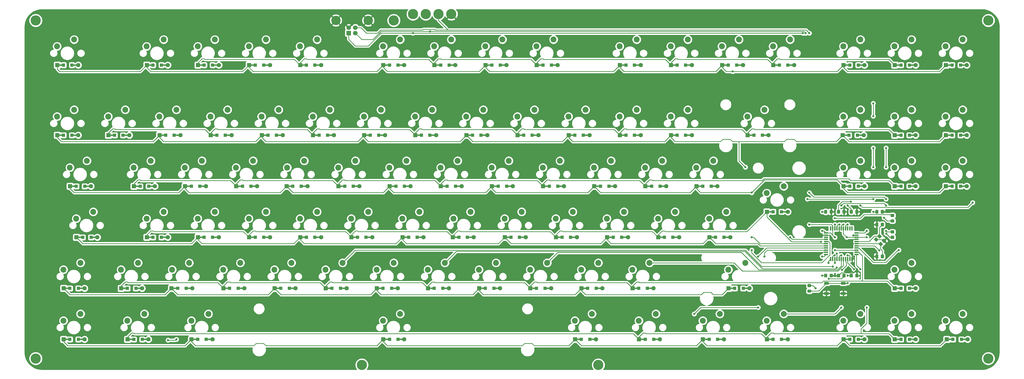
<source format=gbl>
%TF.GenerationSoftware,KiCad,Pcbnew,(5.1.6)-1*%
%TF.CreationDate,2020-08-11T21:43:52+02:00*%
%TF.ProjectId,qosmosKbBIS,716f736d-6f73-44b6-9242-49532e6b6963,rev?*%
%TF.SameCoordinates,Original*%
%TF.FileFunction,Copper,L2,Bot*%
%TF.FilePolarity,Positive*%
%FSLAX46Y46*%
G04 Gerber Fmt 4.6, Leading zero omitted, Abs format (unit mm)*
G04 Created by KiCad (PCBNEW (5.1.6)-1) date 2020-08-11 21:43:52*
%MOMM*%
%LPD*%
G01*
G04 APERTURE LIST*
%TA.AperFunction,ComponentPad*%
%ADD10R,1.700000X1.700000*%
%TD*%
%TA.AperFunction,ComponentPad*%
%ADD11C,1.700000*%
%TD*%
%TA.AperFunction,ComponentPad*%
%ADD12C,3.500000*%
%TD*%
%TA.AperFunction,Conductor*%
%ADD13R,2.500000X0.500000*%
%TD*%
%TA.AperFunction,ComponentPad*%
%ADD14C,1.600000*%
%TD*%
%TA.AperFunction,ComponentPad*%
%ADD15R,1.600000X1.600000*%
%TD*%
%TA.AperFunction,SMDPad,CuDef*%
%ADD16R,1.200000X1.200000*%
%TD*%
%TA.AperFunction,ComponentPad*%
%ADD17C,2.200000*%
%TD*%
%TA.AperFunction,SMDPad,CuDef*%
%ADD18R,0.550000X1.500000*%
%TD*%
%TA.AperFunction,SMDPad,CuDef*%
%ADD19R,1.500000X0.550000*%
%TD*%
%TA.AperFunction,SMDPad,CuDef*%
%ADD20C,0.100000*%
%TD*%
%TA.AperFunction,SMDPad,CuDef*%
%ADD21R,1.700000X1.000000*%
%TD*%
%TA.AperFunction,ComponentPad*%
%ADD22C,3.800000*%
%TD*%
%TA.AperFunction,ViaPad*%
%ADD23C,0.800000*%
%TD*%
%TA.AperFunction,Conductor*%
%ADD24C,0.250000*%
%TD*%
%TA.AperFunction,Conductor*%
%ADD25C,0.254000*%
%TD*%
G04 APERTURE END LIST*
D10*
%TO.P,J1,1*%
%TO.N,VCC*%
X97505000Y-35666250D03*
D11*
%TO.P,J1,2*%
%TO.N,Net-(H2-Pad1)*%
X100005000Y-35666250D03*
%TO.P,J1,3*%
%TO.N,Net-(H3-Pad1)*%
X100005000Y-33666250D03*
%TO.P,J1,4*%
%TO.N,GND*%
X97505000Y-33666250D03*
D12*
%TO.P,J1,5*%
X92735000Y-30956250D03*
X104775000Y-30956250D03*
%TD*%
D13*
%TO.N,Net-(D12-Pad2)*%
%TO.C,D12*%
X205106250Y-47625000D03*
%TO.N,/RA1*%
X199706250Y-47625000D03*
D14*
%TD*%
%TO.P,D12,2*%
%TO.N,Net-(D12-Pad2)*%
X206306250Y-47625000D03*
D15*
%TO.P,D12,1*%
%TO.N,/RA1*%
X198506250Y-47625000D03*
D16*
X200831250Y-47625000D03*
%TO.P,D12,2*%
%TO.N,Net-(D12-Pad2)*%
X203981250Y-47625000D03*
%TD*%
%TO.P,D2,2*%
%TO.N,Net-(D2-Pad2)*%
X-5568750Y-73818750D03*
%TO.P,D2,1*%
%TO.N,/RA2*%
X-8718750Y-73818750D03*
D15*
X-11043750Y-73818750D03*
D14*
%TO.P,D2,2*%
%TO.N,Net-(D2-Pad2)*%
X-3243750Y-73818750D03*
D13*
%TD*%
%TO.N,/RA2*%
%TO.C,D2*%
X-9843750Y-73818750D03*
%TO.N,Net-(D2-Pad2)*%
%TO.C,D2*%
X-4443750Y-73818750D03*
%TD*%
%TO.N,Net-(D13-Pad2)*%
%TO.C,D13*%
X224156250Y-47625000D03*
%TO.N,/RB1*%
X218756250Y-47625000D03*
D14*
%TD*%
%TO.P,D13,2*%
%TO.N,Net-(D13-Pad2)*%
X225356250Y-47625000D03*
D15*
%TO.P,D13,1*%
%TO.N,/RB1*%
X217556250Y-47625000D03*
D16*
X219881250Y-47625000D03*
%TO.P,D13,2*%
%TO.N,Net-(D13-Pad2)*%
X223031250Y-47625000D03*
%TD*%
%TO.P,D14,2*%
%TO.N,Net-(D14-Pad2)*%
X242081250Y-47625000D03*
%TO.P,D14,1*%
%TO.N,/RA1*%
X238931250Y-47625000D03*
D15*
X236606250Y-47625000D03*
D14*
%TO.P,D14,2*%
%TO.N,Net-(D14-Pad2)*%
X244406250Y-47625000D03*
D13*
%TD*%
%TO.N,/RA1*%
%TO.C,D14*%
X237806250Y-47625000D03*
%TO.N,Net-(D14-Pad2)*%
%TO.C,D14*%
X243206250Y-47625000D03*
%TD*%
D16*
%TO.P,D5,2*%
%TO.N,Net-(D5-Pad2)*%
X65868750Y-47625000D03*
%TO.P,D5,1*%
%TO.N,/RA1*%
X62718750Y-47625000D03*
D15*
X60393750Y-47625000D03*
D14*
%TO.P,D5,2*%
%TO.N,Net-(D5-Pad2)*%
X68193750Y-47625000D03*
D13*
%TD*%
%TO.N,/RA1*%
%TO.C,D5*%
X61593750Y-47625000D03*
%TO.N,Net-(D5-Pad2)*%
%TO.C,D5*%
X66993750Y-47625000D03*
%TD*%
%TO.N,Net-(D15-Pad2)*%
%TO.C,D15*%
X262256250Y-47625000D03*
%TO.N,/RB1*%
X256856250Y-47625000D03*
D14*
%TD*%
%TO.P,D15,2*%
%TO.N,Net-(D15-Pad2)*%
X263456250Y-47625000D03*
D15*
%TO.P,D15,1*%
%TO.N,/RB1*%
X255656250Y-47625000D03*
D16*
X257981250Y-47625000D03*
%TO.P,D15,2*%
%TO.N,Net-(D15-Pad2)*%
X261131250Y-47625000D03*
%TD*%
D13*
%TO.N,Net-(D1-Pad2)*%
%TO.C,D1*%
X-4443750Y-47625000D03*
%TO.N,/RA1*%
X-9843750Y-47625000D03*
D14*
%TD*%
%TO.P,D1,2*%
%TO.N,Net-(D1-Pad2)*%
X-3243750Y-47625000D03*
D15*
%TO.P,D1,1*%
%TO.N,/RA1*%
X-11043750Y-47625000D03*
D16*
X-8718750Y-47625000D03*
%TO.P,D1,2*%
%TO.N,Net-(D1-Pad2)*%
X-5568750Y-47625000D03*
%TD*%
%TO.P,C7,2*%
%TO.N,GND*%
%TA.AperFunction,SMDPad,CuDef*%
G36*
G01*
X276675000Y-102843751D02*
X276675000Y-101943749D01*
G75*
G02*
X276924999Y-101693750I249999J0D01*
G01*
X277575001Y-101693750D01*
G75*
G02*
X277825000Y-101943749I0J-249999D01*
G01*
X277825000Y-102843751D01*
G75*
G02*
X277575001Y-103093750I-249999J0D01*
G01*
X276924999Y-103093750D01*
G75*
G02*
X276675000Y-102843751I0J249999D01*
G01*
G37*
%TD.AperFunction*%
%TO.P,C7,1*%
%TO.N,VCC*%
%TA.AperFunction,SMDPad,CuDef*%
G36*
G01*
X274625000Y-102843751D02*
X274625000Y-101943749D01*
G75*
G02*
X274874999Y-101693750I249999J0D01*
G01*
X275525001Y-101693750D01*
G75*
G02*
X275775000Y-101943749I0J-249999D01*
G01*
X275775000Y-102843751D01*
G75*
G02*
X275525001Y-103093750I-249999J0D01*
G01*
X274874999Y-103093750D01*
G75*
G02*
X274625000Y-102843751I0J249999D01*
G01*
G37*
%TD.AperFunction*%
%TD*%
%TO.P,D4,2*%
%TO.N,Net-(D4-Pad2)*%
X46818750Y-47625000D03*
%TO.P,D4,1*%
%TO.N,/RB1*%
X43668750Y-47625000D03*
D15*
X41343750Y-47625000D03*
D14*
%TO.P,D4,2*%
%TO.N,Net-(D4-Pad2)*%
X49143750Y-47625000D03*
D13*
%TD*%
%TO.N,/RB1*%
%TO.C,D4*%
X42543750Y-47625000D03*
%TO.N,Net-(D4-Pad2)*%
%TO.C,D4*%
X47943750Y-47625000D03*
%TD*%
%TO.N,Net-(D6-Pad2)*%
%TO.C,D6*%
X86043750Y-47625000D03*
%TO.N,/RB1*%
X80643750Y-47625000D03*
D14*
%TD*%
%TO.P,D6,2*%
%TO.N,Net-(D6-Pad2)*%
X87243750Y-47625000D03*
D15*
%TO.P,D6,1*%
%TO.N,/RB1*%
X79443750Y-47625000D03*
D16*
X81768750Y-47625000D03*
%TO.P,D6,2*%
%TO.N,Net-(D6-Pad2)*%
X84918750Y-47625000D03*
%TD*%
%TO.P,D8,2*%
%TO.N,Net-(D8-Pad2)*%
X115875000Y-47625000D03*
%TO.P,D8,1*%
%TO.N,/RA1*%
X112725000Y-47625000D03*
D15*
X110400000Y-47625000D03*
D14*
%TO.P,D8,2*%
%TO.N,Net-(D8-Pad2)*%
X118200000Y-47625000D03*
D13*
%TD*%
%TO.N,/RA1*%
%TO.C,D8*%
X111600000Y-47625000D03*
%TO.N,Net-(D8-Pad2)*%
%TO.C,D8*%
X117000000Y-47625000D03*
%TD*%
%TO.N,Net-(D9-Pad2)*%
%TO.C,D9*%
X136050000Y-47625000D03*
%TO.N,/RB1*%
X130650000Y-47625000D03*
D14*
%TD*%
%TO.P,D9,2*%
%TO.N,Net-(D9-Pad2)*%
X137250000Y-47625000D03*
D15*
%TO.P,D9,1*%
%TO.N,/RB1*%
X129450000Y-47625000D03*
D16*
X131775000Y-47625000D03*
%TO.P,D9,2*%
%TO.N,Net-(D9-Pad2)*%
X134925000Y-47625000D03*
%TD*%
%TO.P,D7,2*%
%TO.N,Net-(D7-Pad2)*%
X13481250Y-73818750D03*
%TO.P,D7,1*%
%TO.N,/RB2*%
X10331250Y-73818750D03*
D15*
X8006250Y-73818750D03*
D14*
%TO.P,D7,2*%
%TO.N,Net-(D7-Pad2)*%
X15806250Y-73818750D03*
D13*
%TD*%
%TO.N,/RB2*%
%TO.C,D7*%
X9206250Y-73818750D03*
%TO.N,Net-(D7-Pad2)*%
%TO.C,D7*%
X14606250Y-73818750D03*
%TD*%
D16*
%TO.P,D10,2*%
%TO.N,Net-(D10-Pad2)*%
X153975000Y-47625000D03*
%TO.P,D10,1*%
%TO.N,/RA1*%
X150825000Y-47625000D03*
D15*
X148500000Y-47625000D03*
D14*
%TO.P,D10,2*%
%TO.N,Net-(D10-Pad2)*%
X156300000Y-47625000D03*
D13*
%TD*%
%TO.N,/RA1*%
%TO.C,D10*%
X149700000Y-47625000D03*
%TO.N,Net-(D10-Pad2)*%
%TO.C,D10*%
X155100000Y-47625000D03*
%TD*%
%TO.P,C6,1*%
%TO.N,VCC*%
%TA.AperFunction,SMDPad,CuDef*%
G36*
G01*
X293675000Y-102843751D02*
X293675000Y-101943749D01*
G75*
G02*
X293924999Y-101693750I249999J0D01*
G01*
X294575001Y-101693750D01*
G75*
G02*
X294825000Y-101943749I0J-249999D01*
G01*
X294825000Y-102843751D01*
G75*
G02*
X294575001Y-103093750I-249999J0D01*
G01*
X293924999Y-103093750D01*
G75*
G02*
X293675000Y-102843751I0J249999D01*
G01*
G37*
%TD.AperFunction*%
%TO.P,C6,2*%
%TO.N,GND*%
%TA.AperFunction,SMDPad,CuDef*%
G36*
G01*
X295725000Y-102843751D02*
X295725000Y-101943749D01*
G75*
G02*
X295974999Y-101693750I249999J0D01*
G01*
X296625001Y-101693750D01*
G75*
G02*
X296875000Y-101943749I0J-249999D01*
G01*
X296875000Y-102843751D01*
G75*
G02*
X296625001Y-103093750I-249999J0D01*
G01*
X295974999Y-103093750D01*
G75*
G02*
X295725000Y-102843751I0J249999D01*
G01*
G37*
%TD.AperFunction*%
%TD*%
D16*
%TO.P,D3,2*%
%TO.N,Net-(D3-Pad2)*%
X27768750Y-47625000D03*
%TO.P,D3,1*%
%TO.N,/RA1*%
X24618750Y-47625000D03*
D15*
X22293750Y-47625000D03*
D14*
%TO.P,D3,2*%
%TO.N,Net-(D3-Pad2)*%
X30093750Y-47625000D03*
D13*
%TD*%
%TO.N,/RA1*%
%TO.C,D3*%
X23493750Y-47625000D03*
%TO.N,Net-(D3-Pad2)*%
%TO.C,D3*%
X28893750Y-47625000D03*
%TD*%
%TO.P,C8,1*%
%TO.N,Net-(C8-Pad1)*%
%TA.AperFunction,SMDPad,CuDef*%
G36*
G01*
X279387500Y-102843751D02*
X279387500Y-101943749D01*
G75*
G02*
X279637499Y-101693750I249999J0D01*
G01*
X280287501Y-101693750D01*
G75*
G02*
X280537500Y-101943749I0J-249999D01*
G01*
X280537500Y-102843751D01*
G75*
G02*
X280287501Y-103093750I-249999J0D01*
G01*
X279637499Y-103093750D01*
G75*
G02*
X279387500Y-102843751I0J249999D01*
G01*
G37*
%TD.AperFunction*%
%TO.P,C8,2*%
%TO.N,GND*%
%TA.AperFunction,SMDPad,CuDef*%
G36*
G01*
X281437500Y-102843751D02*
X281437500Y-101943749D01*
G75*
G02*
X281687499Y-101693750I249999J0D01*
G01*
X282337501Y-101693750D01*
G75*
G02*
X282587500Y-101943749I0J-249999D01*
G01*
X282587500Y-102843751D01*
G75*
G02*
X282337501Y-103093750I-249999J0D01*
G01*
X281687499Y-103093750D01*
G75*
G02*
X281437500Y-102843751I0J249999D01*
G01*
G37*
%TD.AperFunction*%
%TD*%
D16*
%TO.P,D11,2*%
%TO.N,Net-(D11-Pad2)*%
X173025000Y-47625000D03*
%TO.P,D11,1*%
%TO.N,/RB1*%
X169875000Y-47625000D03*
D15*
X167550000Y-47625000D03*
D14*
%TO.P,D11,2*%
%TO.N,Net-(D11-Pad2)*%
X175350000Y-47625000D03*
D13*
%TD*%
%TO.N,/RB1*%
%TO.C,D11*%
X168750000Y-47625000D03*
%TO.N,Net-(D11-Pad2)*%
%TO.C,D11*%
X174150000Y-47625000D03*
%TD*%
D17*
%TO.P,Ke4,1*%
%TO.N,/C4*%
X119062500Y-83343750D03*
%TO.P,Ke4,2*%
%TO.N,Net-(D40-Pad2)*%
X112712500Y-85883750D03*
%TD*%
%TO.P,Kg2,2*%
%TO.N,Net-(D53-Pad2)*%
X41275000Y-104933750D03*
%TO.P,Kg2,1*%
%TO.N,/C2*%
X47625000Y-102393750D03*
%TD*%
%TO.P,Kf5,1*%
%TO.N,/C5*%
X176212500Y-83343750D03*
%TO.P,Kf5,2*%
%TO.N,Net-(D43-Pad2)*%
X169862500Y-85883750D03*
%TD*%
%TO.P,Kg1,1*%
%TO.N,/C1*%
X2381250Y-102393750D03*
%TO.P,Kg1,2*%
%TO.N,Net-(D51-Pad2)*%
X-3968750Y-104933750D03*
%TD*%
%TO.P,Kg5,2*%
%TO.N,Net-(D59-Pad2)*%
X155575000Y-104933750D03*
%TO.P,Kg5,1*%
%TO.N,/C5*%
X161925000Y-102393750D03*
%TD*%
%TO.P,Kh2,2*%
%TO.N,Net-(D54-Pad2)*%
X60325000Y-104933750D03*
%TO.P,Kh2,1*%
%TO.N,/C2*%
X66675000Y-102393750D03*
%TD*%
%TO.P,Kh4,1*%
%TO.N,/C4*%
X142875000Y-102393750D03*
%TO.P,Kh4,2*%
%TO.N,Net-(D58-Pad2)*%
X136525000Y-104933750D03*
%TD*%
%TO.P,Ki1,2*%
%TO.N,Net-(D64-Pad2)*%
X-8731250Y-123983750D03*
%TO.P,Ki1,1*%
%TO.N,/C1*%
X-2381250Y-121443750D03*
%TD*%
%TO.P,Kh3,1*%
%TO.N,/C3*%
X104775000Y-102393750D03*
%TO.P,Kh3,2*%
%TO.N,Net-(D56-Pad2)*%
X98425000Y-104933750D03*
%TD*%
%TO.P,Ki3,2*%
%TO.N,Net-(D68-Pad2)*%
X69850000Y-123983750D03*
%TO.P,Ki3,1*%
%TO.N,/C3*%
X76200000Y-121443750D03*
%TD*%
%TO.P,Kg4,1*%
%TO.N,/C4*%
X123825000Y-102393750D03*
%TO.P,Kg4,2*%
%TO.N,Net-(D57-Pad2)*%
X117475000Y-104933750D03*
%TD*%
%TO.P,Kf6,2*%
%TO.N,Net-(D45-Pad2)*%
X207962500Y-85883750D03*
%TO.P,Kf6,1*%
%TO.N,/C6*%
X214312500Y-83343750D03*
%TD*%
%TO.P,Ki4,1*%
%TO.N,/C4*%
X114300000Y-121443750D03*
%TO.P,Ki4,2*%
%TO.N,Net-(D70-Pad2)*%
X107950000Y-123983750D03*
%TD*%
%TO.P,Kf1,2*%
%TO.N,Net-(D35-Pad2)*%
X17462500Y-85883750D03*
%TO.P,Kf1,1*%
%TO.N,/C1*%
X23812500Y-83343750D03*
%TD*%
%TO.P,Kf4,1*%
%TO.N,/C4*%
X138112500Y-83343750D03*
%TO.P,Kf4,2*%
%TO.N,Net-(D41-Pad2)*%
X131762500Y-85883750D03*
%TD*%
%TO.P,Kh1,1*%
%TO.N,/C1*%
X28575000Y-102393750D03*
%TO.P,Kh1,2*%
%TO.N,Net-(D52-Pad2)*%
X22225000Y-104933750D03*
%TD*%
%TO.P,Kg3,1*%
%TO.N,/C3*%
X85725000Y-102393750D03*
%TO.P,Kg3,2*%
%TO.N,Net-(D55-Pad2)*%
X79375000Y-104933750D03*
%TD*%
%TO.P,Ki5,2*%
%TO.N,Net-(D72-Pad2)*%
X146050000Y-123983750D03*
%TO.P,Ki5,1*%
%TO.N,/C5*%
X152400000Y-121443750D03*
%TD*%
%TO.P,Ki7,1*%
%TO.N,/C7*%
X245268750Y-121443750D03*
%TO.P,Ki7,2*%
%TO.N,Net-(D76-Pad2)*%
X238918750Y-123983750D03*
%TD*%
%TO.P,Kf3,1*%
%TO.N,/C3*%
X100012500Y-83343750D03*
%TO.P,Kf3,2*%
%TO.N,Net-(D39-Pad2)*%
X93662500Y-85883750D03*
%TD*%
%TO.P,Kh5,2*%
%TO.N,Net-(D60-Pad2)*%
X174625000Y-104933750D03*
%TO.P,Kh5,1*%
%TO.N,/C5*%
X180975000Y-102393750D03*
%TD*%
%TO.P,Kf8,2*%
%TO.N,Net-(D48-Pad2)*%
X300831250Y-85883750D03*
%TO.P,Kf8,1*%
%TO.N,/C8*%
X307181250Y-83343750D03*
%TD*%
%TO.P,Ke5,2*%
%TO.N,Net-(D42-Pad2)*%
X150812500Y-85883750D03*
%TO.P,Ke5,1*%
%TO.N,/C5*%
X157162500Y-83343750D03*
%TD*%
%TO.P,Ke8,1*%
%TO.N,/C8*%
X288131250Y-83343750D03*
%TO.P,Ke8,2*%
%TO.N,Net-(D47-Pad2)*%
X281781250Y-85883750D03*
%TD*%
%TO.P,Ke9,2*%
%TO.N,Net-(D49-Pad2)*%
X319881250Y-85883750D03*
%TO.P,Ke9,1*%
%TO.N,/C9*%
X326231250Y-83343750D03*
%TD*%
%TO.P,Ke2,2*%
%TO.N,Net-(D36-Pad2)*%
X36512500Y-85883750D03*
%TO.P,Ke2,1*%
%TO.N,/C2*%
X42862500Y-83343750D03*
%TD*%
%TO.P,Kg7,1*%
%TO.N,/C7*%
X238125000Y-102393750D03*
%TO.P,Kg7,2*%
%TO.N,Net-(D63-Pad2)*%
X231775000Y-104933750D03*
%TD*%
%TO.P,Kh7,1*%
%TO.N,/C7*%
X259556250Y-92868750D03*
%TO.P,Kh7,2*%
%TO.N,Net-(D50-Pad2)*%
X253206250Y-95408750D03*
%TD*%
%TO.P,Ke7,1*%
%TO.N,/C7*%
X233362500Y-83343750D03*
%TO.P,Ke7,2*%
%TO.N,Net-(D46-Pad2)*%
X227012500Y-85883750D03*
%TD*%
%TO.P,Ki2,1*%
%TO.N,/C2*%
X38100000Y-121443750D03*
%TO.P,Ki2,2*%
%TO.N,Net-(D66-Pad2)*%
X31750000Y-123983750D03*
%TD*%
%TO.P,Kh6,2*%
%TO.N,Net-(D62-Pad2)*%
X212725000Y-104933750D03*
%TO.P,Kh6,1*%
%TO.N,/C6*%
X219075000Y-102393750D03*
%TD*%
%TO.P,Ki6,2*%
%TO.N,Net-(D74-Pad2)*%
X184150000Y-123983750D03*
%TO.P,Ki6,1*%
%TO.N,/C6*%
X190500000Y-121443750D03*
%TD*%
%TO.P,Kg6,1*%
%TO.N,/C6*%
X200025000Y-102393750D03*
%TO.P,Kg6,2*%
%TO.N,Net-(D61-Pad2)*%
X193675000Y-104933750D03*
%TD*%
%TO.P,Ke6,2*%
%TO.N,Net-(D44-Pad2)*%
X188912500Y-85883750D03*
%TO.P,Ke6,1*%
%TO.N,/C6*%
X195262500Y-83343750D03*
%TD*%
%TO.P,Kf2,1*%
%TO.N,/C2*%
X61912500Y-83343750D03*
%TO.P,Kf2,2*%
%TO.N,Net-(D37-Pad2)*%
X55562500Y-85883750D03*
%TD*%
%TO.P,Ke3,1*%
%TO.N,/C3*%
X80962500Y-83343750D03*
%TO.P,Ke3,2*%
%TO.N,Net-(D38-Pad2)*%
X74612500Y-85883750D03*
%TD*%
%TO.P,R2,1*%
%TO.N,GND*%
%TA.AperFunction,SMDPad,CuDef*%
G36*
G01*
X279387500Y-126656251D02*
X279387500Y-125756249D01*
G75*
G02*
X279637499Y-125506250I249999J0D01*
G01*
X280287501Y-125506250D01*
G75*
G02*
X280537500Y-125756249I0J-249999D01*
G01*
X280537500Y-126656251D01*
G75*
G02*
X280287501Y-126906250I-249999J0D01*
G01*
X279637499Y-126906250D01*
G75*
G02*
X279387500Y-126656251I0J249999D01*
G01*
G37*
%TD.AperFunction*%
%TO.P,R2,2*%
%TO.N,Net-(R2-Pad2)*%
%TA.AperFunction,SMDPad,CuDef*%
G36*
G01*
X281437500Y-126656251D02*
X281437500Y-125756249D01*
G75*
G02*
X281687499Y-125506250I249999J0D01*
G01*
X282337501Y-125506250D01*
G75*
G02*
X282587500Y-125756249I0J-249999D01*
G01*
X282587500Y-126656251D01*
G75*
G02*
X282337501Y-126906250I-249999J0D01*
G01*
X281687499Y-126906250D01*
G75*
G02*
X281437500Y-126656251I0J249999D01*
G01*
G37*
%TD.AperFunction*%
%TD*%
%TO.P,Kl6,2*%
%TO.N,Net-(D83-Pad2)*%
X205581250Y-143033750D03*
%TO.P,Kl6,1*%
%TO.N,/C6*%
X211931250Y-140493750D03*
%TD*%
%TO.P,Kk8,2*%
%TO.N,Net-(D86-Pad2)*%
X281781250Y-143033750D03*
%TO.P,Kk8,1*%
%TO.N,/C8*%
X288131250Y-140493750D03*
%TD*%
%TO.P,R1,2*%
%TO.N,VCC*%
%TA.AperFunction,SMDPad,CuDef*%
G36*
G01*
X269531251Y-130518750D02*
X268631249Y-130518750D01*
G75*
G02*
X268381250Y-130268751I0J249999D01*
G01*
X268381250Y-129618749D01*
G75*
G02*
X268631249Y-129368750I249999J0D01*
G01*
X269531251Y-129368750D01*
G75*
G02*
X269781250Y-129618749I0J-249999D01*
G01*
X269781250Y-130268751D01*
G75*
G02*
X269531251Y-130518750I-249999J0D01*
G01*
G37*
%TD.AperFunction*%
%TO.P,R1,1*%
%TO.N,/RST*%
%TA.AperFunction,SMDPad,CuDef*%
G36*
G01*
X269531251Y-132568750D02*
X268631249Y-132568750D01*
G75*
G02*
X268381250Y-132318751I0J249999D01*
G01*
X268381250Y-131668749D01*
G75*
G02*
X268631249Y-131418750I249999J0D01*
G01*
X269531251Y-131418750D01*
G75*
G02*
X269781250Y-131668749I0J-249999D01*
G01*
X269781250Y-132318751D01*
G75*
G02*
X269531251Y-132568750I-249999J0D01*
G01*
G37*
%TD.AperFunction*%
%TD*%
%TO.P,Kk1,2*%
%TO.N,Net-(D78-Pad2)*%
X-8731250Y-143033750D03*
%TO.P,Kk1,1*%
%TO.N,/C1*%
X-2381250Y-140493750D03*
%TD*%
D18*
%TO.P,U1,1*%
%TO.N,Net-(U1-Pad1)*%
X276987500Y-108600000D03*
%TO.P,U1,2*%
%TO.N,VCC*%
X277787500Y-108600000D03*
%TO.P,U1,3*%
%TO.N,Net-(R3-Pad1)*%
X278587500Y-108600000D03*
%TO.P,U1,4*%
%TO.N,Net-(R4-Pad1)*%
X279387500Y-108600000D03*
%TO.P,U1,5*%
%TO.N,GND*%
X280187500Y-108600000D03*
%TO.P,U1,6*%
%TO.N,Net-(C8-Pad1)*%
X280987500Y-108600000D03*
%TO.P,U1,7*%
%TO.N,VCC*%
X281787500Y-108600000D03*
%TO.P,U1,8*%
%TO.N,/C9*%
X282587500Y-108600000D03*
%TO.P,U1,9*%
%TO.N,Net-(U1-Pad9)*%
X283387500Y-108600000D03*
%TO.P,U1,10*%
%TO.N,Net-(U1-Pad10)*%
X284187500Y-108600000D03*
%TO.P,U1,11*%
%TO.N,Net-(U1-Pad11)*%
X284987500Y-108600000D03*
D19*
%TO.P,U1,12*%
%TO.N,/RB1*%
X286687500Y-110300000D03*
%TO.P,U1,13*%
%TO.N,/RST*%
X286687500Y-111100000D03*
%TO.P,U1,14*%
%TO.N,VCC*%
X286687500Y-111900000D03*
%TO.P,U1,15*%
%TO.N,GND*%
X286687500Y-112700000D03*
%TO.P,U1,16*%
%TO.N,/XTAL1*%
X286687500Y-113500000D03*
%TO.P,U1,17*%
%TO.N,/XTAL2*%
X286687500Y-114300000D03*
%TO.P,U1,18*%
%TO.N,/RB2*%
X286687500Y-115100000D03*
%TO.P,U1,19*%
%TO.N,/RB3*%
X286687500Y-115900000D03*
%TO.P,U1,20*%
%TO.N,/RB4*%
X286687500Y-116700000D03*
%TO.P,U1,21*%
%TO.N,/RB5*%
X286687500Y-117500000D03*
%TO.P,U1,22*%
%TO.N,/RB6*%
X286687500Y-118300000D03*
D18*
%TO.P,U1,23*%
%TO.N,GND*%
X284987500Y-120000000D03*
%TO.P,U1,24*%
%TO.N,VCC*%
X284187500Y-120000000D03*
%TO.P,U1,25*%
%TO.N,/C8*%
X283387500Y-120000000D03*
%TO.P,U1,26*%
%TO.N,/C7*%
X282587500Y-120000000D03*
%TO.P,U1,27*%
%TO.N,/C6*%
X281787500Y-120000000D03*
%TO.P,U1,28*%
%TO.N,/C5*%
X280987500Y-120000000D03*
%TO.P,U1,29*%
%TO.N,/C4*%
X280187500Y-120000000D03*
%TO.P,U1,30*%
%TO.N,/C3*%
X279387500Y-120000000D03*
%TO.P,U1,31*%
%TO.N,/C2*%
X278587500Y-120000000D03*
%TO.P,U1,32*%
%TO.N,/C1*%
X277787500Y-120000000D03*
%TO.P,U1,33*%
%TO.N,Net-(R2-Pad2)*%
X276987500Y-120000000D03*
D19*
%TO.P,U1,34*%
%TO.N,VCC*%
X275287500Y-118300000D03*
%TO.P,U1,35*%
%TO.N,GND*%
X275287500Y-117500000D03*
%TO.P,U1,36*%
%TO.N,/RA6*%
X275287500Y-116700000D03*
%TO.P,U1,37*%
%TO.N,/RA5*%
X275287500Y-115900000D03*
%TO.P,U1,38*%
%TO.N,/RA4*%
X275287500Y-115100000D03*
%TO.P,U1,39*%
%TO.N,/RA3*%
X275287500Y-114300000D03*
%TO.P,U1,40*%
%TO.N,/RA2*%
X275287500Y-113500000D03*
%TO.P,U1,41*%
%TO.N,/RA1*%
X275287500Y-112700000D03*
%TO.P,U1,42*%
%TO.N,Net-(U1-Pad42)*%
X275287500Y-111900000D03*
%TO.P,U1,43*%
%TO.N,GND*%
X275287500Y-111100000D03*
%TO.P,U1,44*%
%TO.N,VCC*%
X275287500Y-110300000D03*
%TD*%
D17*
%TO.P,Kj5,2*%
%TO.N,Net-(D73-Pad2)*%
X165100000Y-123983750D03*
%TO.P,Kj5,1*%
%TO.N,/C5*%
X171450000Y-121443750D03*
%TD*%
%TO.P,Kl7,1*%
%TO.N,/C7*%
X259556250Y-140493750D03*
%TO.P,Kl7,2*%
%TO.N,Net-(D85-Pad2)*%
X253206250Y-143033750D03*
%TD*%
%TO.P,Kj3,1*%
%TO.N,/C3*%
X95250000Y-121443750D03*
%TO.P,Kj3,2*%
%TO.N,Net-(D69-Pad2)*%
X88900000Y-123983750D03*
%TD*%
%TO.P,Kj2,2*%
%TO.N,Net-(D67-Pad2)*%
X50800000Y-123983750D03*
%TO.P,Kj2,1*%
%TO.N,/C2*%
X57150000Y-121443750D03*
%TD*%
%TO.P,Kj6,2*%
%TO.N,Net-(D75-Pad2)*%
X203200000Y-123983750D03*
%TO.P,Kj6,1*%
%TO.N,/C6*%
X209550000Y-121443750D03*
%TD*%
%TO.P,Kl8,1*%
%TO.N,/C8*%
X307181250Y-140493750D03*
%TO.P,Kl8,2*%
%TO.N,Net-(D87-Pad2)*%
X300831250Y-143033750D03*
%TD*%
%TO.P,Kj4,1*%
%TO.N,/C4*%
X133350000Y-121443750D03*
%TO.P,Kj4,2*%
%TO.N,Net-(D71-Pad2)*%
X127000000Y-123983750D03*
%TD*%
%TO.P,Kk7,1*%
%TO.N,/C7*%
X235743750Y-140493750D03*
%TO.P,Kk7,2*%
%TO.N,Net-(D84-Pad2)*%
X229393750Y-143033750D03*
%TD*%
%TO.P,Kk6,1*%
%TO.N,/C6*%
X188118750Y-140493750D03*
%TO.P,Kk6,2*%
%TO.N,Net-(D82-Pad2)*%
X181768750Y-143033750D03*
%TD*%
%TO.P,Kj8,2*%
%TO.N,Net-(D77-Pad2)*%
X300831250Y-123983750D03*
%TO.P,Kj8,1*%
%TO.N,/C8*%
X307181250Y-121443750D03*
%TD*%
%TO.P,Kk2,2*%
%TO.N,Net-(D80-Pad2)*%
X38893750Y-143033750D03*
%TO.P,Kk2,1*%
%TO.N,/C2*%
X45243750Y-140493750D03*
%TD*%
%TO.P,Kk9,1*%
%TO.N,/C9*%
X326231250Y-140493750D03*
%TO.P,Kk9,2*%
%TO.N,Net-(D88-Pad2)*%
X319881250Y-143033750D03*
%TD*%
%TA.AperFunction,SMDPad,CuDef*%
D20*
%TO.P,X1,3*%
%TO.N,GND*%
G36*
X293066191Y-112638299D02*
G01*
X293914719Y-111789771D01*
X294904669Y-112779721D01*
X294056141Y-113628249D01*
X293066191Y-112638299D01*
G37*
%TD.AperFunction*%
%TA.AperFunction,SMDPad,CuDef*%
%TO.P,X1,2*%
%TO.N,/XTAL2*%
G36*
X294763247Y-114335355D02*
G01*
X295611775Y-113486827D01*
X296601725Y-114476777D01*
X295753197Y-115325305D01*
X294763247Y-114335355D01*
G37*
%TD.AperFunction*%
%TA.AperFunction,SMDPad,CuDef*%
%TO.P,X1,1*%
%TO.N,/XTAL1*%
G36*
X294268273Y-111436217D02*
G01*
X295116801Y-110587689D01*
X296106751Y-111577639D01*
X295258223Y-112426167D01*
X294268273Y-111436217D01*
G37*
%TD.AperFunction*%
%TA.AperFunction,SMDPad,CuDef*%
%TO.P,X1,3*%
%TO.N,GND*%
G36*
X295965329Y-113133273D02*
G01*
X296813857Y-112284745D01*
X297803807Y-113274695D01*
X296955279Y-114123223D01*
X295965329Y-113133273D01*
G37*
%TD.AperFunction*%
%TD*%
D17*
%TO.P,Kl1,1*%
%TO.N,/C1*%
X21431250Y-140493750D03*
%TO.P,Kl1,2*%
%TO.N,Net-(D79-Pad2)*%
X15081250Y-143033750D03*
%TD*%
%TO.P,Kj1,1*%
%TO.N,/C1*%
X19050000Y-121443750D03*
%TO.P,Kj1,2*%
%TO.N,Net-(D65-Pad2)*%
X12700000Y-123983750D03*
%TD*%
%TO.P,R4,2*%
%TO.N,Net-(H3-Pad1)*%
%TA.AperFunction,SMDPad,CuDef*%
G36*
G01*
X299587499Y-111343750D02*
X300487501Y-111343750D01*
G75*
G02*
X300737500Y-111593749I0J-249999D01*
G01*
X300737500Y-112243751D01*
G75*
G02*
X300487501Y-112493750I-249999J0D01*
G01*
X299587499Y-112493750D01*
G75*
G02*
X299337500Y-112243751I0J249999D01*
G01*
X299337500Y-111593749D01*
G75*
G02*
X299587499Y-111343750I249999J0D01*
G01*
G37*
%TD.AperFunction*%
%TO.P,R4,1*%
%TO.N,Net-(R4-Pad1)*%
%TA.AperFunction,SMDPad,CuDef*%
G36*
G01*
X299587499Y-109293750D02*
X300487501Y-109293750D01*
G75*
G02*
X300737500Y-109543749I0J-249999D01*
G01*
X300737500Y-110193751D01*
G75*
G02*
X300487501Y-110443750I-249999J0D01*
G01*
X299587499Y-110443750D01*
G75*
G02*
X299337500Y-110193751I0J249999D01*
G01*
X299337500Y-109543749D01*
G75*
G02*
X299587499Y-109293750I249999J0D01*
G01*
G37*
%TD.AperFunction*%
%TD*%
%TO.P,R3,1*%
%TO.N,Net-(R3-Pad1)*%
%TA.AperFunction,SMDPad,CuDef*%
G36*
G01*
X299587499Y-103175000D02*
X300487501Y-103175000D01*
G75*
G02*
X300737500Y-103424999I0J-249999D01*
G01*
X300737500Y-104075001D01*
G75*
G02*
X300487501Y-104325000I-249999J0D01*
G01*
X299587499Y-104325000D01*
G75*
G02*
X299337500Y-104075001I0J249999D01*
G01*
X299337500Y-103424999D01*
G75*
G02*
X299587499Y-103175000I249999J0D01*
G01*
G37*
%TD.AperFunction*%
%TO.P,R3,2*%
%TO.N,Net-(H2-Pad1)*%
%TA.AperFunction,SMDPad,CuDef*%
G36*
G01*
X299587499Y-105225000D02*
X300487501Y-105225000D01*
G75*
G02*
X300737500Y-105474999I0J-249999D01*
G01*
X300737500Y-106125001D01*
G75*
G02*
X300487501Y-106375000I-249999J0D01*
G01*
X299587499Y-106375000D01*
G75*
G02*
X299337500Y-106125001I0J249999D01*
G01*
X299337500Y-105474999D01*
G75*
G02*
X299587499Y-105225000I249999J0D01*
G01*
G37*
%TD.AperFunction*%
%TD*%
D21*
%TO.P,SW1,1*%
%TO.N,GND*%
X275456250Y-132868750D03*
X281756250Y-132868750D03*
%TO.P,SW1,2*%
%TO.N,/RST*%
X275456250Y-129068750D03*
X281756250Y-129068750D03*
%TD*%
D17*
%TO.P,Kk4,1*%
%TO.N,/C4*%
X116681250Y-140493750D03*
%TO.P,Kk4,2*%
%TO.N,Net-(D81-Pad2)*%
X110331250Y-143033750D03*
%TD*%
D13*
%TO.N,Net-(D30-Pad2)*%
%TO.C,D30*%
X252731250Y-73818750D03*
%TO.N,/RB2*%
X247331250Y-73818750D03*
D14*
%TD*%
%TO.P,D30,2*%
%TO.N,Net-(D30-Pad2)*%
X253931250Y-73818750D03*
D15*
%TO.P,D30,1*%
%TO.N,/RB2*%
X246131250Y-73818750D03*
D16*
X248456250Y-73818750D03*
%TO.P,D30,2*%
%TO.N,Net-(D30-Pad2)*%
X251606250Y-73818750D03*
%TD*%
D13*
%TO.N,Net-(D31-Pad2)*%
%TO.C,D31*%
X288131250Y-73818750D03*
%TO.N,/RA2*%
X282731250Y-73818750D03*
D14*
%TD*%
%TO.P,D31,2*%
%TO.N,Net-(D31-Pad2)*%
X289331250Y-73818750D03*
D15*
%TO.P,D31,1*%
%TO.N,/RA2*%
X281531250Y-73818750D03*
D16*
X283856250Y-73818750D03*
%TO.P,D31,2*%
%TO.N,Net-(D31-Pad2)*%
X287006250Y-73818750D03*
%TD*%
%TO.P,D32,2*%
%TO.N,Net-(D32-Pad2)*%
X306375000Y-73818750D03*
%TO.P,D32,1*%
%TO.N,/RB2*%
X303225000Y-73818750D03*
D15*
X300900000Y-73818750D03*
D14*
%TO.P,D32,2*%
%TO.N,Net-(D32-Pad2)*%
X308700000Y-73818750D03*
D13*
%TD*%
%TO.N,/RB2*%
%TO.C,D32*%
X302100000Y-73818750D03*
%TO.N,Net-(D32-Pad2)*%
%TO.C,D32*%
X307500000Y-73818750D03*
%TD*%
%TO.N,Net-(D33-Pad2)*%
%TO.C,D33*%
X326550000Y-73818750D03*
%TO.N,/RA2*%
X321150000Y-73818750D03*
D14*
%TD*%
%TO.P,D33,2*%
%TO.N,Net-(D33-Pad2)*%
X327750000Y-73818750D03*
D15*
%TO.P,D33,1*%
%TO.N,/RA2*%
X319950000Y-73818750D03*
D16*
X322275000Y-73818750D03*
%TO.P,D33,2*%
%TO.N,Net-(D33-Pad2)*%
X325425000Y-73818750D03*
%TD*%
%TO.P,D18,2*%
%TO.N,Net-(D18-Pad2)*%
X325425000Y-47625000D03*
%TO.P,D18,1*%
%TO.N,/RA1*%
X322275000Y-47625000D03*
D15*
X319950000Y-47625000D03*
D14*
%TO.P,D18,2*%
%TO.N,Net-(D18-Pad2)*%
X327750000Y-47625000D03*
D13*
%TD*%
%TO.N,/RA1*%
%TO.C,D18*%
X321150000Y-47625000D03*
%TO.N,Net-(D18-Pad2)*%
%TO.C,D18*%
X326550000Y-47625000D03*
%TD*%
D16*
%TO.P,D20,2*%
%TO.N,Net-(D20-Pad2)*%
X51581250Y-73818750D03*
%TO.P,D20,1*%
%TO.N,/RB2*%
X48431250Y-73818750D03*
D15*
X46106250Y-73818750D03*
D14*
%TO.P,D20,2*%
%TO.N,Net-(D20-Pad2)*%
X53906250Y-73818750D03*
D13*
%TD*%
%TO.N,/RB2*%
%TO.C,D20*%
X47306250Y-73818750D03*
%TO.N,Net-(D20-Pad2)*%
%TO.C,D20*%
X52706250Y-73818750D03*
%TD*%
D16*
%TO.P,D16,2*%
%TO.N,Net-(D16-Pad2)*%
X287325000Y-47625000D03*
%TO.P,D16,1*%
%TO.N,/RA1*%
X284175000Y-47625000D03*
D15*
X281850000Y-47625000D03*
D14*
%TO.P,D16,2*%
%TO.N,Net-(D16-Pad2)*%
X289650000Y-47625000D03*
D13*
%TD*%
%TO.N,/RA1*%
%TO.C,D16*%
X283050000Y-47625000D03*
%TO.N,Net-(D16-Pad2)*%
%TO.C,D16*%
X288450000Y-47625000D03*
%TD*%
D16*
%TO.P,D22,2*%
%TO.N,Net-(D22-Pad2)*%
X89681250Y-73818750D03*
%TO.P,D22,1*%
%TO.N,/RB2*%
X86531250Y-73818750D03*
D15*
X84206250Y-73818750D03*
D14*
%TO.P,D22,2*%
%TO.N,Net-(D22-Pad2)*%
X92006250Y-73818750D03*
D13*
%TD*%
%TO.N,/RB2*%
%TO.C,D22*%
X85406250Y-73818750D03*
%TO.N,Net-(D22-Pad2)*%
%TO.C,D22*%
X90806250Y-73818750D03*
%TD*%
D16*
%TO.P,D25,2*%
%TO.N,Net-(D25-Pad2)*%
X146831250Y-73818750D03*
%TO.P,D25,1*%
%TO.N,/RA2*%
X143681250Y-73818750D03*
D15*
X141356250Y-73818750D03*
D14*
%TO.P,D25,2*%
%TO.N,Net-(D25-Pad2)*%
X149156250Y-73818750D03*
D13*
%TD*%
%TO.N,/RA2*%
%TO.C,D25*%
X142556250Y-73818750D03*
%TO.N,Net-(D25-Pad2)*%
%TO.C,D25*%
X147956250Y-73818750D03*
%TD*%
%TO.N,Net-(D26-Pad2)*%
%TO.C,D26*%
X167006250Y-73818750D03*
%TO.N,/RB2*%
X161606250Y-73818750D03*
D14*
%TD*%
%TO.P,D26,2*%
%TO.N,Net-(D26-Pad2)*%
X168206250Y-73818750D03*
D15*
%TO.P,D26,1*%
%TO.N,/RB2*%
X160406250Y-73818750D03*
D16*
X162731250Y-73818750D03*
%TO.P,D26,2*%
%TO.N,Net-(D26-Pad2)*%
X165881250Y-73818750D03*
%TD*%
D13*
%TO.N,Net-(D23-Pad2)*%
%TO.C,D23*%
X109856250Y-73818750D03*
%TO.N,/RA2*%
X104456250Y-73818750D03*
D14*
%TD*%
%TO.P,D23,2*%
%TO.N,Net-(D23-Pad2)*%
X111056250Y-73818750D03*
D15*
%TO.P,D23,1*%
%TO.N,/RA2*%
X103256250Y-73818750D03*
D16*
X105581250Y-73818750D03*
%TO.P,D23,2*%
%TO.N,Net-(D23-Pad2)*%
X108731250Y-73818750D03*
%TD*%
D13*
%TO.N,Net-(D27-Pad2)*%
%TO.C,D27*%
X186056250Y-73818750D03*
%TO.N,/RA2*%
X180656250Y-73818750D03*
D14*
%TD*%
%TO.P,D27,2*%
%TO.N,Net-(D27-Pad2)*%
X187256250Y-73818750D03*
D15*
%TO.P,D27,1*%
%TO.N,/RA2*%
X179456250Y-73818750D03*
D16*
X181781250Y-73818750D03*
%TO.P,D27,2*%
%TO.N,Net-(D27-Pad2)*%
X184931250Y-73818750D03*
%TD*%
%TO.P,D19,2*%
%TO.N,Net-(D19-Pad2)*%
X32531250Y-73818750D03*
%TO.P,D19,1*%
%TO.N,/RA2*%
X29381250Y-73818750D03*
D15*
X27056250Y-73818750D03*
D14*
%TO.P,D19,2*%
%TO.N,Net-(D19-Pad2)*%
X34856250Y-73818750D03*
D13*
%TD*%
%TO.N,/RA2*%
%TO.C,D19*%
X28256250Y-73818750D03*
%TO.N,Net-(D19-Pad2)*%
%TO.C,D19*%
X33656250Y-73818750D03*
%TD*%
D16*
%TO.P,D21,2*%
%TO.N,Net-(D21-Pad2)*%
X70631250Y-73818750D03*
%TO.P,D21,1*%
%TO.N,/RA2*%
X67481250Y-73818750D03*
D15*
X65156250Y-73818750D03*
D14*
%TO.P,D21,2*%
%TO.N,Net-(D21-Pad2)*%
X72956250Y-73818750D03*
D13*
%TD*%
%TO.N,/RA2*%
%TO.C,D21*%
X66356250Y-73818750D03*
%TO.N,Net-(D21-Pad2)*%
%TO.C,D21*%
X71756250Y-73818750D03*
%TD*%
D16*
%TO.P,D29,2*%
%TO.N,Net-(D29-Pad2)*%
X223031250Y-73818750D03*
%TO.P,D29,1*%
%TO.N,/RA2*%
X219881250Y-73818750D03*
D15*
X217556250Y-73818750D03*
D14*
%TO.P,D29,2*%
%TO.N,Net-(D29-Pad2)*%
X225356250Y-73818750D03*
D13*
%TD*%
%TO.N,/RA2*%
%TO.C,D29*%
X218756250Y-73818750D03*
%TO.N,Net-(D29-Pad2)*%
%TO.C,D29*%
X224156250Y-73818750D03*
%TD*%
%TO.N,Net-(D24-Pad2)*%
%TO.C,D24*%
X128906250Y-73818750D03*
%TO.N,/RB2*%
X123506250Y-73818750D03*
D14*
%TD*%
%TO.P,D24,2*%
%TO.N,Net-(D24-Pad2)*%
X130106250Y-73818750D03*
D15*
%TO.P,D24,1*%
%TO.N,/RB2*%
X122306250Y-73818750D03*
D16*
X124631250Y-73818750D03*
%TO.P,D24,2*%
%TO.N,Net-(D24-Pad2)*%
X127781250Y-73818750D03*
%TD*%
%TO.P,D28,2*%
%TO.N,Net-(D28-Pad2)*%
X203981250Y-73818750D03*
%TO.P,D28,1*%
%TO.N,/RB2*%
X200831250Y-73818750D03*
D15*
X198506250Y-73818750D03*
D14*
%TO.P,D28,2*%
%TO.N,Net-(D28-Pad2)*%
X206306250Y-73818750D03*
D13*
%TD*%
%TO.N,/RB2*%
%TO.C,D28*%
X199706250Y-73818750D03*
%TO.N,Net-(D28-Pad2)*%
%TO.C,D28*%
X205106250Y-73818750D03*
%TD*%
D16*
%TO.P,D17,2*%
%TO.N,Net-(D17-Pad2)*%
X306375000Y-47625000D03*
%TO.P,D17,1*%
%TO.N,/RB1*%
X303225000Y-47625000D03*
D15*
X300900000Y-47625000D03*
D14*
%TO.P,D17,2*%
%TO.N,Net-(D17-Pad2)*%
X308700000Y-47625000D03*
D13*
%TD*%
%TO.N,/RB1*%
%TO.C,D17*%
X302100000Y-47625000D03*
%TO.N,Net-(D17-Pad2)*%
%TO.C,D17*%
X307500000Y-47625000D03*
%TD*%
%TO.N,Net-(D48-Pad2)*%
%TO.C,D48*%
X307500000Y-92868750D03*
%TO.N,/RB3*%
X302100000Y-92868750D03*
D14*
%TD*%
%TO.P,D48,2*%
%TO.N,Net-(D48-Pad2)*%
X308700000Y-92868750D03*
D15*
%TO.P,D48,1*%
%TO.N,/RB3*%
X300900000Y-92868750D03*
D16*
X303225000Y-92868750D03*
%TO.P,D48,2*%
%TO.N,Net-(D48-Pad2)*%
X306375000Y-92868750D03*
%TD*%
%TO.P,D42,2*%
%TO.N,Net-(D42-Pad2)*%
X156356250Y-92868750D03*
%TO.P,D42,1*%
%TO.N,/RA3*%
X153206250Y-92868750D03*
D15*
X150881250Y-92868750D03*
D14*
%TO.P,D42,2*%
%TO.N,Net-(D42-Pad2)*%
X158681250Y-92868750D03*
D13*
%TD*%
%TO.N,/RA3*%
%TO.C,D42*%
X152081250Y-92868750D03*
%TO.N,Net-(D42-Pad2)*%
%TO.C,D42*%
X157481250Y-92868750D03*
%TD*%
D16*
%TO.P,D43,2*%
%TO.N,Net-(D43-Pad2)*%
X175406250Y-92868750D03*
%TO.P,D43,1*%
%TO.N,/RB3*%
X172256250Y-92868750D03*
D15*
X169931250Y-92868750D03*
D14*
%TO.P,D43,2*%
%TO.N,Net-(D43-Pad2)*%
X177731250Y-92868750D03*
D13*
%TD*%
%TO.N,/RB3*%
%TO.C,D43*%
X171131250Y-92868750D03*
%TO.N,Net-(D43-Pad2)*%
%TO.C,D43*%
X176531250Y-92868750D03*
%TD*%
%TO.N,Net-(D45-Pad2)*%
%TO.C,D45*%
X214631250Y-92868750D03*
%TO.N,/RB3*%
X209231250Y-92868750D03*
D14*
%TD*%
%TO.P,D45,2*%
%TO.N,Net-(D45-Pad2)*%
X215831250Y-92868750D03*
D15*
%TO.P,D45,1*%
%TO.N,/RB3*%
X208031250Y-92868750D03*
D16*
X210356250Y-92868750D03*
%TO.P,D45,2*%
%TO.N,Net-(D45-Pad2)*%
X213506250Y-92868750D03*
%TD*%
D13*
%TO.N,Net-(D49-Pad2)*%
%TO.C,D49*%
X326550000Y-92868750D03*
%TO.N,/RA3*%
X321150000Y-92868750D03*
D14*
%TD*%
%TO.P,D49,2*%
%TO.N,Net-(D49-Pad2)*%
X327750000Y-92868750D03*
D15*
%TO.P,D49,1*%
%TO.N,/RA3*%
X319950000Y-92868750D03*
D16*
X322275000Y-92868750D03*
%TO.P,D49,2*%
%TO.N,Net-(D49-Pad2)*%
X325425000Y-92868750D03*
%TD*%
D13*
%TO.N,Net-(D41-Pad2)*%
%TO.C,D41*%
X138431250Y-92868750D03*
%TO.N,/RB3*%
X133031250Y-92868750D03*
D14*
%TD*%
%TO.P,D41,2*%
%TO.N,Net-(D41-Pad2)*%
X139631250Y-92868750D03*
D15*
%TO.P,D41,1*%
%TO.N,/RB3*%
X131831250Y-92868750D03*
D16*
X134156250Y-92868750D03*
%TO.P,D41,2*%
%TO.N,Net-(D41-Pad2)*%
X137306250Y-92868750D03*
%TD*%
D13*
%TO.N,Net-(D50-Pad2)*%
%TO.C,D50*%
X259875000Y-102393750D03*
%TO.N,/RB4*%
X254475000Y-102393750D03*
D14*
%TD*%
%TO.P,D50,2*%
%TO.N,Net-(D50-Pad2)*%
X261075000Y-102393750D03*
D15*
%TO.P,D50,1*%
%TO.N,/RB4*%
X253275000Y-102393750D03*
D16*
X255600000Y-102393750D03*
%TO.P,D50,2*%
%TO.N,Net-(D50-Pad2)*%
X258750000Y-102393750D03*
%TD*%
%TO.P,D51,2*%
%TO.N,Net-(D51-Pad2)*%
X1575000Y-111918750D03*
%TO.P,D51,1*%
%TO.N,/RA4*%
X-1575000Y-111918750D03*
D15*
X-3900000Y-111918750D03*
D14*
%TO.P,D51,2*%
%TO.N,Net-(D51-Pad2)*%
X3900000Y-111918750D03*
D13*
%TD*%
%TO.N,/RA4*%
%TO.C,D51*%
X-2700000Y-111918750D03*
%TO.N,Net-(D51-Pad2)*%
%TO.C,D51*%
X2700000Y-111918750D03*
%TD*%
%TO.N,Net-(D40-Pad2)*%
%TO.C,D40*%
X119381250Y-92868750D03*
%TO.N,/RA3*%
X113981250Y-92868750D03*
D14*
%TD*%
%TO.P,D40,2*%
%TO.N,Net-(D40-Pad2)*%
X120581250Y-92868750D03*
D15*
%TO.P,D40,1*%
%TO.N,/RA3*%
X112781250Y-92868750D03*
D16*
X115106250Y-92868750D03*
%TO.P,D40,2*%
%TO.N,Net-(D40-Pad2)*%
X118256250Y-92868750D03*
%TD*%
D13*
%TO.N,Net-(D44-Pad2)*%
%TO.C,D44*%
X195581250Y-92868750D03*
%TO.N,/RA3*%
X190181250Y-92868750D03*
D14*
%TD*%
%TO.P,D44,2*%
%TO.N,Net-(D44-Pad2)*%
X196781250Y-92868750D03*
D15*
%TO.P,D44,1*%
%TO.N,/RA3*%
X188981250Y-92868750D03*
D16*
X191306250Y-92868750D03*
%TO.P,D44,2*%
%TO.N,Net-(D44-Pad2)*%
X194456250Y-92868750D03*
%TD*%
%TO.P,D37,2*%
%TO.N,Net-(D37-Pad2)*%
X61106250Y-92868750D03*
%TO.P,D37,1*%
%TO.N,/RB3*%
X57956250Y-92868750D03*
D15*
X55631250Y-92868750D03*
D14*
%TO.P,D37,2*%
%TO.N,Net-(D37-Pad2)*%
X63431250Y-92868750D03*
D13*
%TD*%
%TO.N,/RB3*%
%TO.C,D37*%
X56831250Y-92868750D03*
%TO.N,Net-(D37-Pad2)*%
%TO.C,D37*%
X62231250Y-92868750D03*
%TD*%
D16*
%TO.P,D39,2*%
%TO.N,Net-(D39-Pad2)*%
X99206250Y-92868750D03*
%TO.P,D39,1*%
%TO.N,/RB3*%
X96056250Y-92868750D03*
D15*
X93731250Y-92868750D03*
D14*
%TO.P,D39,2*%
%TO.N,Net-(D39-Pad2)*%
X101531250Y-92868750D03*
D13*
%TD*%
%TO.N,/RB3*%
%TO.C,D39*%
X94931250Y-92868750D03*
%TO.N,Net-(D39-Pad2)*%
%TO.C,D39*%
X100331250Y-92868750D03*
%TD*%
%TO.N,Net-(D46-Pad2)*%
%TO.C,D46*%
X233681250Y-92868750D03*
%TO.N,/RA3*%
X228281250Y-92868750D03*
D14*
%TD*%
%TO.P,D46,2*%
%TO.N,Net-(D46-Pad2)*%
X234881250Y-92868750D03*
D15*
%TO.P,D46,1*%
%TO.N,/RA3*%
X227081250Y-92868750D03*
D16*
X229406250Y-92868750D03*
%TO.P,D46,2*%
%TO.N,Net-(D46-Pad2)*%
X232556250Y-92868750D03*
%TD*%
%TO.P,D34,2*%
%TO.N,Net-(D34-Pad2)*%
X-806250Y-92868750D03*
%TO.P,D34,1*%
%TO.N,/RA3*%
X-3956250Y-92868750D03*
D15*
X-6281250Y-92868750D03*
D14*
%TO.P,D34,2*%
%TO.N,Net-(D34-Pad2)*%
X1518750Y-92868750D03*
D13*
%TD*%
%TO.N,/RA3*%
%TO.C,D34*%
X-5081250Y-92868750D03*
%TO.N,Net-(D34-Pad2)*%
%TO.C,D34*%
X318750Y-92868750D03*
%TD*%
D16*
%TO.P,D35,2*%
%TO.N,Net-(D35-Pad2)*%
X23006250Y-92868750D03*
%TO.P,D35,1*%
%TO.N,/RB3*%
X19856250Y-92868750D03*
D15*
X17531250Y-92868750D03*
D14*
%TO.P,D35,2*%
%TO.N,Net-(D35-Pad2)*%
X25331250Y-92868750D03*
D13*
%TD*%
%TO.N,/RB3*%
%TO.C,D35*%
X18731250Y-92868750D03*
%TO.N,Net-(D35-Pad2)*%
%TO.C,D35*%
X24131250Y-92868750D03*
%TD*%
D16*
%TO.P,D36,2*%
%TO.N,Net-(D36-Pad2)*%
X42056250Y-92868750D03*
%TO.P,D36,1*%
%TO.N,/RA3*%
X38906250Y-92868750D03*
D15*
X36581250Y-92868750D03*
D14*
%TO.P,D36,2*%
%TO.N,Net-(D36-Pad2)*%
X44381250Y-92868750D03*
D13*
%TD*%
%TO.N,/RA3*%
%TO.C,D36*%
X37781250Y-92868750D03*
%TO.N,Net-(D36-Pad2)*%
%TO.C,D36*%
X43181250Y-92868750D03*
%TD*%
D16*
%TO.P,D38,2*%
%TO.N,Net-(D38-Pad2)*%
X79837500Y-92868750D03*
%TO.P,D38,1*%
%TO.N,/RA3*%
X76687500Y-92868750D03*
D15*
X74362500Y-92868750D03*
D14*
%TO.P,D38,2*%
%TO.N,Net-(D38-Pad2)*%
X82162500Y-92868750D03*
D13*
%TD*%
%TO.N,/RA3*%
%TO.C,D38*%
X75562500Y-92868750D03*
%TO.N,Net-(D38-Pad2)*%
%TO.C,D38*%
X80962500Y-92868750D03*
%TD*%
%TO.N,Net-(D47-Pad2)*%
%TO.C,D47*%
X288450000Y-92868750D03*
%TO.N,/RA3*%
X283050000Y-92868750D03*
D14*
%TD*%
%TO.P,D47,2*%
%TO.N,Net-(D47-Pad2)*%
X289650000Y-92868750D03*
D15*
%TO.P,D47,1*%
%TO.N,/RA3*%
X281850000Y-92868750D03*
D16*
X284175000Y-92868750D03*
%TO.P,D47,2*%
%TO.N,Net-(D47-Pad2)*%
X287325000Y-92868750D03*
%TD*%
D13*
%TO.N,Net-(D58-Pad2)*%
%TO.C,D58*%
X142875000Y-111918750D03*
%TO.N,/RB4*%
X137475000Y-111918750D03*
D14*
%TD*%
%TO.P,D58,2*%
%TO.N,Net-(D58-Pad2)*%
X144075000Y-111918750D03*
D15*
%TO.P,D58,1*%
%TO.N,/RB4*%
X136275000Y-111918750D03*
D16*
X138600000Y-111918750D03*
%TO.P,D58,2*%
%TO.N,Net-(D58-Pad2)*%
X141750000Y-111918750D03*
%TD*%
D13*
%TO.N,Net-(D57-Pad2)*%
%TO.C,D57*%
X124143750Y-111918750D03*
%TO.N,/RA4*%
X118743750Y-111918750D03*
D14*
%TD*%
%TO.P,D57,2*%
%TO.N,Net-(D57-Pad2)*%
X125343750Y-111918750D03*
D15*
%TO.P,D57,1*%
%TO.N,/RA4*%
X117543750Y-111918750D03*
D16*
X119868750Y-111918750D03*
%TO.P,D57,2*%
%TO.N,Net-(D57-Pad2)*%
X123018750Y-111918750D03*
%TD*%
%TO.P,D59,2*%
%TO.N,Net-(D59-Pad2)*%
X161118750Y-111918750D03*
%TO.P,D59,1*%
%TO.N,/RA4*%
X157968750Y-111918750D03*
D15*
X155643750Y-111918750D03*
D14*
%TO.P,D59,2*%
%TO.N,Net-(D59-Pad2)*%
X163443750Y-111918750D03*
D13*
%TD*%
%TO.N,/RA4*%
%TO.C,D59*%
X156843750Y-111918750D03*
%TO.N,Net-(D59-Pad2)*%
%TO.C,D59*%
X162243750Y-111918750D03*
%TD*%
%TO.N,Net-(D62-Pad2)*%
%TO.C,D62*%
X219393750Y-111918750D03*
%TO.N,/RB4*%
X213993750Y-111918750D03*
D14*
%TD*%
%TO.P,D62,2*%
%TO.N,Net-(D62-Pad2)*%
X220593750Y-111918750D03*
D15*
%TO.P,D62,1*%
%TO.N,/RB4*%
X212793750Y-111918750D03*
D16*
X215118750Y-111918750D03*
%TO.P,D62,2*%
%TO.N,Net-(D62-Pad2)*%
X218268750Y-111918750D03*
%TD*%
%TO.P,D65,2*%
%TO.N,Net-(D65-Pad2)*%
X18243750Y-130968750D03*
%TO.P,D65,1*%
%TO.N,/RB5*%
X15093750Y-130968750D03*
D15*
X12768750Y-130968750D03*
D14*
%TO.P,D65,2*%
%TO.N,Net-(D65-Pad2)*%
X20568750Y-130968750D03*
D13*
%TD*%
%TO.N,/RB5*%
%TO.C,D65*%
X13968750Y-130968750D03*
%TO.N,Net-(D65-Pad2)*%
%TO.C,D65*%
X19368750Y-130968750D03*
%TD*%
%TO.N,Net-(D63-Pad2)*%
%TO.C,D63*%
X238443750Y-111918750D03*
%TO.N,/RA4*%
X233043750Y-111918750D03*
D14*
%TD*%
%TO.P,D63,2*%
%TO.N,Net-(D63-Pad2)*%
X239643750Y-111918750D03*
D15*
%TO.P,D63,1*%
%TO.N,/RA4*%
X231843750Y-111918750D03*
D16*
X234168750Y-111918750D03*
%TO.P,D63,2*%
%TO.N,Net-(D63-Pad2)*%
X237318750Y-111918750D03*
%TD*%
%TO.P,D53,2*%
%TO.N,Net-(D53-Pad2)*%
X46818750Y-111918750D03*
%TO.P,D53,1*%
%TO.N,/RA4*%
X43668750Y-111918750D03*
D15*
X41343750Y-111918750D03*
D14*
%TO.P,D53,2*%
%TO.N,Net-(D53-Pad2)*%
X49143750Y-111918750D03*
D13*
%TD*%
%TO.N,/RA4*%
%TO.C,D53*%
X42543750Y-111918750D03*
%TO.N,Net-(D53-Pad2)*%
%TO.C,D53*%
X47943750Y-111918750D03*
%TD*%
D16*
%TO.P,D60,2*%
%TO.N,Net-(D60-Pad2)*%
X180168750Y-111918750D03*
%TO.P,D60,1*%
%TO.N,/RB4*%
X177018750Y-111918750D03*
D15*
X174693750Y-111918750D03*
D14*
%TO.P,D60,2*%
%TO.N,Net-(D60-Pad2)*%
X182493750Y-111918750D03*
D13*
%TD*%
%TO.N,/RB4*%
%TO.C,D60*%
X175893750Y-111918750D03*
%TO.N,Net-(D60-Pad2)*%
%TO.C,D60*%
X181293750Y-111918750D03*
%TD*%
%TO.N,Net-(D66-Pad2)*%
%TO.C,D66*%
X38100000Y-130968750D03*
%TO.N,/RA5*%
X32700000Y-130968750D03*
D14*
%TD*%
%TO.P,D66,2*%
%TO.N,Net-(D66-Pad2)*%
X39300000Y-130968750D03*
D15*
%TO.P,D66,1*%
%TO.N,/RA5*%
X31500000Y-130968750D03*
D16*
X33825000Y-130968750D03*
%TO.P,D66,2*%
%TO.N,Net-(D66-Pad2)*%
X36975000Y-130968750D03*
%TD*%
D13*
%TO.N,Net-(D52-Pad2)*%
%TO.C,D52*%
X28893750Y-111918750D03*
%TO.N,/RB4*%
X23493750Y-111918750D03*
D14*
%TD*%
%TO.P,D52,2*%
%TO.N,Net-(D52-Pad2)*%
X30093750Y-111918750D03*
D15*
%TO.P,D52,1*%
%TO.N,/RB4*%
X22293750Y-111918750D03*
D16*
X24618750Y-111918750D03*
%TO.P,D52,2*%
%TO.N,Net-(D52-Pad2)*%
X27768750Y-111918750D03*
%TD*%
D13*
%TO.N,Net-(D67-Pad2)*%
%TO.C,D67*%
X57468750Y-130968750D03*
%TO.N,/RB5*%
X52068750Y-130968750D03*
D14*
%TD*%
%TO.P,D67,2*%
%TO.N,Net-(D67-Pad2)*%
X58668750Y-130968750D03*
D15*
%TO.P,D67,1*%
%TO.N,/RB5*%
X50868750Y-130968750D03*
D16*
X53193750Y-130968750D03*
%TO.P,D67,2*%
%TO.N,Net-(D67-Pad2)*%
X56343750Y-130968750D03*
%TD*%
D13*
%TO.N,Net-(D68-Pad2)*%
%TO.C,D68*%
X76518750Y-130968750D03*
%TO.N,/RA5*%
X71118750Y-130968750D03*
D14*
%TD*%
%TO.P,D68,2*%
%TO.N,Net-(D68-Pad2)*%
X77718750Y-130968750D03*
D15*
%TO.P,D68,1*%
%TO.N,/RA5*%
X69918750Y-130968750D03*
D16*
X72243750Y-130968750D03*
%TO.P,D68,2*%
%TO.N,Net-(D68-Pad2)*%
X75393750Y-130968750D03*
%TD*%
D13*
%TO.N,Net-(D56-Pad2)*%
%TO.C,D56*%
X105093750Y-111918750D03*
%TO.N,/RB4*%
X99693750Y-111918750D03*
D14*
%TD*%
%TO.P,D56,2*%
%TO.N,Net-(D56-Pad2)*%
X106293750Y-111918750D03*
D15*
%TO.P,D56,1*%
%TO.N,/RB4*%
X98493750Y-111918750D03*
D16*
X100818750Y-111918750D03*
%TO.P,D56,2*%
%TO.N,Net-(D56-Pad2)*%
X103968750Y-111918750D03*
%TD*%
D13*
%TO.N,Net-(D61-Pad2)*%
%TO.C,D61*%
X200343750Y-111918750D03*
%TO.N,/RA4*%
X194943750Y-111918750D03*
D14*
%TD*%
%TO.P,D61,2*%
%TO.N,Net-(D61-Pad2)*%
X201543750Y-111918750D03*
D15*
%TO.P,D61,1*%
%TO.N,/RA4*%
X193743750Y-111918750D03*
D16*
X196068750Y-111918750D03*
%TO.P,D61,2*%
%TO.N,Net-(D61-Pad2)*%
X199218750Y-111918750D03*
%TD*%
D13*
%TO.N,Net-(D64-Pad2)*%
%TO.C,D64*%
X-2062500Y-130968750D03*
%TO.N,/RA5*%
X-7462500Y-130968750D03*
D14*
%TD*%
%TO.P,D64,2*%
%TO.N,Net-(D64-Pad2)*%
X-862500Y-130968750D03*
D15*
%TO.P,D64,1*%
%TO.N,/RA5*%
X-8662500Y-130968750D03*
D16*
X-6337500Y-130968750D03*
%TO.P,D64,2*%
%TO.N,Net-(D64-Pad2)*%
X-3187500Y-130968750D03*
%TD*%
D13*
%TO.N,Net-(D54-Pad2)*%
%TO.C,D54*%
X66993750Y-111918750D03*
%TO.N,/RB4*%
X61593750Y-111918750D03*
D14*
%TD*%
%TO.P,D54,2*%
%TO.N,Net-(D54-Pad2)*%
X68193750Y-111918750D03*
D15*
%TO.P,D54,1*%
%TO.N,/RB4*%
X60393750Y-111918750D03*
D16*
X62718750Y-111918750D03*
%TO.P,D54,2*%
%TO.N,Net-(D54-Pad2)*%
X65868750Y-111918750D03*
%TD*%
%TO.P,D55,2*%
%TO.N,Net-(D55-Pad2)*%
X84918750Y-111918750D03*
%TO.P,D55,1*%
%TO.N,/RA4*%
X81768750Y-111918750D03*
D15*
X79443750Y-111918750D03*
D14*
%TO.P,D55,2*%
%TO.N,Net-(D55-Pad2)*%
X87243750Y-111918750D03*
D13*
%TD*%
%TO.N,/RA4*%
%TO.C,D55*%
X80643750Y-111918750D03*
%TO.N,Net-(D55-Pad2)*%
%TO.C,D55*%
X86043750Y-111918750D03*
%TD*%
%TO.N,Net-(D69-Pad2)*%
%TO.C,D69*%
X95568750Y-130968750D03*
%TO.N,/RB5*%
X90168750Y-130968750D03*
D14*
%TD*%
%TO.P,D69,2*%
%TO.N,Net-(D69-Pad2)*%
X96768750Y-130968750D03*
D15*
%TO.P,D69,1*%
%TO.N,/RB5*%
X88968750Y-130968750D03*
D16*
X91293750Y-130968750D03*
%TO.P,D69,2*%
%TO.N,Net-(D69-Pad2)*%
X94443750Y-130968750D03*
%TD*%
D13*
%TO.N,Net-(D82-Pad2)*%
%TO.C,D82*%
X188437500Y-150018750D03*
%TO.N,/RA6*%
X183037500Y-150018750D03*
D14*
%TD*%
%TO.P,D82,2*%
%TO.N,Net-(D82-Pad2)*%
X189637500Y-150018750D03*
D15*
%TO.P,D82,1*%
%TO.N,/RA6*%
X181837500Y-150018750D03*
D16*
X184162500Y-150018750D03*
%TO.P,D82,2*%
%TO.N,Net-(D82-Pad2)*%
X187312500Y-150018750D03*
%TD*%
D13*
%TO.N,Net-(D77-Pad2)*%
%TO.C,D77*%
X307500000Y-130968750D03*
%TO.N,/RB5*%
X302100000Y-130968750D03*
D14*
%TD*%
%TO.P,D77,2*%
%TO.N,Net-(D77-Pad2)*%
X308700000Y-130968750D03*
D15*
%TO.P,D77,1*%
%TO.N,/RB5*%
X300900000Y-130968750D03*
D16*
X303225000Y-130968750D03*
%TO.P,D77,2*%
%TO.N,Net-(D77-Pad2)*%
X306375000Y-130968750D03*
%TD*%
%TO.P,D70,2*%
%TO.N,Net-(D70-Pad2)*%
X113493750Y-130968750D03*
%TO.P,D70,1*%
%TO.N,/RA5*%
X110343750Y-130968750D03*
D15*
X108018750Y-130968750D03*
D14*
%TO.P,D70,2*%
%TO.N,Net-(D70-Pad2)*%
X115818750Y-130968750D03*
D13*
%TD*%
%TO.N,/RA5*%
%TO.C,D70*%
X109218750Y-130968750D03*
%TO.N,Net-(D70-Pad2)*%
%TO.C,D70*%
X114618750Y-130968750D03*
%TD*%
D16*
%TO.P,D83,2*%
%TO.N,Net-(D83-Pad2)*%
X211125000Y-150018750D03*
%TO.P,D83,1*%
%TO.N,/RB6*%
X207975000Y-150018750D03*
D15*
X205650000Y-150018750D03*
D14*
%TO.P,D83,2*%
%TO.N,Net-(D83-Pad2)*%
X213450000Y-150018750D03*
D13*
%TD*%
%TO.N,/RB6*%
%TO.C,D83*%
X206850000Y-150018750D03*
%TO.N,Net-(D83-Pad2)*%
%TO.C,D83*%
X212250000Y-150018750D03*
%TD*%
%TO.N,Net-(D84-Pad2)*%
%TO.C,D84*%
X236062500Y-150018750D03*
%TO.N,/RA6*%
X230662500Y-150018750D03*
D14*
%TD*%
%TO.P,D84,2*%
%TO.N,Net-(D84-Pad2)*%
X237262500Y-150018750D03*
D15*
%TO.P,D84,1*%
%TO.N,/RA6*%
X229462500Y-150018750D03*
D16*
X231787500Y-150018750D03*
%TO.P,D84,2*%
%TO.N,Net-(D84-Pad2)*%
X234937500Y-150018750D03*
%TD*%
D13*
%TO.N,Net-(D76-Pad2)*%
%TO.C,D76*%
X245587500Y-130968750D03*
%TO.N,/RA5*%
X240187500Y-130968750D03*
D14*
%TD*%
%TO.P,D76,2*%
%TO.N,Net-(D76-Pad2)*%
X246787500Y-130968750D03*
D15*
%TO.P,D76,1*%
%TO.N,/RA5*%
X238987500Y-130968750D03*
D16*
X241312500Y-130968750D03*
%TO.P,D76,2*%
%TO.N,Net-(D76-Pad2)*%
X244462500Y-130968750D03*
%TD*%
%TO.P,D79,2*%
%TO.N,Net-(D79-Pad2)*%
X20625000Y-150018750D03*
%TO.P,D79,1*%
%TO.N,/RB6*%
X17475000Y-150018750D03*
D15*
X15150000Y-150018750D03*
D14*
%TO.P,D79,2*%
%TO.N,Net-(D79-Pad2)*%
X22950000Y-150018750D03*
D13*
%TD*%
%TO.N,/RB6*%
%TO.C,D79*%
X16350000Y-150018750D03*
%TO.N,Net-(D79-Pad2)*%
%TO.C,D79*%
X21750000Y-150018750D03*
%TD*%
D16*
%TO.P,D81,2*%
%TO.N,Net-(D81-Pad2)*%
X115875000Y-150018750D03*
%TO.P,D81,1*%
%TO.N,/RA6*%
X112725000Y-150018750D03*
D15*
X110400000Y-150018750D03*
D14*
%TO.P,D81,2*%
%TO.N,Net-(D81-Pad2)*%
X118200000Y-150018750D03*
D13*
%TD*%
%TO.N,/RA6*%
%TO.C,D81*%
X111600000Y-150018750D03*
%TO.N,Net-(D81-Pad2)*%
%TO.C,D81*%
X117000000Y-150018750D03*
%TD*%
D16*
%TO.P,D72,2*%
%TO.N,Net-(D72-Pad2)*%
X151593750Y-130968750D03*
%TO.P,D72,1*%
%TO.N,/RA5*%
X148443750Y-130968750D03*
D15*
X146118750Y-130968750D03*
D14*
%TO.P,D72,2*%
%TO.N,Net-(D72-Pad2)*%
X153918750Y-130968750D03*
D13*
%TD*%
%TO.N,/RA5*%
%TO.C,D72*%
X147318750Y-130968750D03*
%TO.N,Net-(D72-Pad2)*%
%TO.C,D72*%
X152718750Y-130968750D03*
%TD*%
D16*
%TO.P,D80,2*%
%TO.N,Net-(D80-Pad2)*%
X44437500Y-150018750D03*
%TO.P,D80,1*%
%TO.N,/RA6*%
X41287500Y-150018750D03*
D15*
X38962500Y-150018750D03*
D14*
%TO.P,D80,2*%
%TO.N,Net-(D80-Pad2)*%
X46762500Y-150018750D03*
D13*
%TD*%
%TO.N,/RA6*%
%TO.C,D80*%
X40162500Y-150018750D03*
%TO.N,Net-(D80-Pad2)*%
%TO.C,D80*%
X45562500Y-150018750D03*
%TD*%
%TO.N,Net-(D85-Pad2)*%
%TO.C,D85*%
X259875000Y-150018750D03*
%TO.N,/RB6*%
X254475000Y-150018750D03*
D14*
%TD*%
%TO.P,D85,2*%
%TO.N,Net-(D85-Pad2)*%
X261075000Y-150018750D03*
D15*
%TO.P,D85,1*%
%TO.N,/RB6*%
X253275000Y-150018750D03*
D16*
X255600000Y-150018750D03*
%TO.P,D85,2*%
%TO.N,Net-(D85-Pad2)*%
X258750000Y-150018750D03*
%TD*%
D13*
%TO.N,Net-(D86-Pad2)*%
%TO.C,D86*%
X288450000Y-150018750D03*
%TO.N,/RA6*%
X283050000Y-150018750D03*
D14*
%TD*%
%TO.P,D86,2*%
%TO.N,Net-(D86-Pad2)*%
X289650000Y-150018750D03*
D15*
%TO.P,D86,1*%
%TO.N,/RA6*%
X281850000Y-150018750D03*
D16*
X284175000Y-150018750D03*
%TO.P,D86,2*%
%TO.N,Net-(D86-Pad2)*%
X287325000Y-150018750D03*
%TD*%
%TO.P,D87,2*%
%TO.N,Net-(D87-Pad2)*%
X306375000Y-150018750D03*
%TO.P,D87,1*%
%TO.N,/RB6*%
X303225000Y-150018750D03*
D15*
X300900000Y-150018750D03*
D14*
%TO.P,D87,2*%
%TO.N,Net-(D87-Pad2)*%
X308700000Y-150018750D03*
D13*
%TD*%
%TO.N,/RB6*%
%TO.C,D87*%
X302100000Y-150018750D03*
%TO.N,Net-(D87-Pad2)*%
%TO.C,D87*%
X307500000Y-150018750D03*
%TD*%
%TO.N,Net-(D71-Pad2)*%
%TO.C,D71*%
X133668750Y-130968750D03*
%TO.N,/RB5*%
X128268750Y-130968750D03*
D14*
%TD*%
%TO.P,D71,2*%
%TO.N,Net-(D71-Pad2)*%
X134868750Y-130968750D03*
D15*
%TO.P,D71,1*%
%TO.N,/RB5*%
X127068750Y-130968750D03*
D16*
X129393750Y-130968750D03*
%TO.P,D71,2*%
%TO.N,Net-(D71-Pad2)*%
X132543750Y-130968750D03*
%TD*%
%TO.P,D73,2*%
%TO.N,Net-(D73-Pad2)*%
X170643750Y-130968750D03*
%TO.P,D73,1*%
%TO.N,/RB5*%
X167493750Y-130968750D03*
D15*
X165168750Y-130968750D03*
D14*
%TO.P,D73,2*%
%TO.N,Net-(D73-Pad2)*%
X172968750Y-130968750D03*
D13*
%TD*%
%TO.N,/RB5*%
%TO.C,D73*%
X166368750Y-130968750D03*
%TO.N,Net-(D73-Pad2)*%
%TO.C,D73*%
X171768750Y-130968750D03*
%TD*%
%TO.N,Net-(D75-Pad2)*%
%TO.C,D75*%
X209868750Y-130968750D03*
%TO.N,/RB5*%
X204468750Y-130968750D03*
D14*
%TD*%
%TO.P,D75,2*%
%TO.N,Net-(D75-Pad2)*%
X211068750Y-130968750D03*
D15*
%TO.P,D75,1*%
%TO.N,/RB5*%
X203268750Y-130968750D03*
D16*
X205593750Y-130968750D03*
%TO.P,D75,2*%
%TO.N,Net-(D75-Pad2)*%
X208743750Y-130968750D03*
%TD*%
D13*
%TO.N,Net-(D78-Pad2)*%
%TO.C,D78*%
X-2062500Y-150018750D03*
%TO.N,/RA6*%
X-7462500Y-150018750D03*
D14*
%TD*%
%TO.P,D78,2*%
%TO.N,Net-(D78-Pad2)*%
X-862500Y-150018750D03*
D15*
%TO.P,D78,1*%
%TO.N,/RA6*%
X-8662500Y-150018750D03*
D16*
X-6337500Y-150018750D03*
%TO.P,D78,2*%
%TO.N,Net-(D78-Pad2)*%
X-3187500Y-150018750D03*
%TD*%
%TO.P,D74,2*%
%TO.N,Net-(D74-Pad2)*%
X189693750Y-130968750D03*
%TO.P,D74,1*%
%TO.N,/RA5*%
X186543750Y-130968750D03*
D15*
X184218750Y-130968750D03*
D14*
%TO.P,D74,2*%
%TO.N,Net-(D74-Pad2)*%
X192018750Y-130968750D03*
D13*
%TD*%
%TO.N,/RA5*%
%TO.C,D74*%
X185418750Y-130968750D03*
%TO.N,Net-(D74-Pad2)*%
%TO.C,D74*%
X190818750Y-130968750D03*
%TD*%
D17*
%TO.P,Ka4,2*%
%TO.N,Net-(D8-Pad2)*%
X110331250Y-40640000D03*
%TO.P,Ka4,1*%
%TO.N,/C4*%
X116681250Y-38100000D03*
%TD*%
%TO.P,Ka5,2*%
%TO.N,Net-(D10-Pad2)*%
X148431250Y-40640000D03*
%TO.P,Ka5,1*%
%TO.N,/C5*%
X154781250Y-38100000D03*
%TD*%
%TO.P,Ka7,2*%
%TO.N,Net-(D14-Pad2)*%
X236537500Y-40640000D03*
%TO.P,Ka7,1*%
%TO.N,/C7*%
X242887500Y-38100000D03*
%TD*%
%TO.P,Ka8,1*%
%TO.N,/C8*%
X288131250Y-38100000D03*
%TO.P,Ka8,2*%
%TO.N,Net-(D16-Pad2)*%
X281781250Y-40640000D03*
%TD*%
%TO.P,Ka9,1*%
%TO.N,/C9*%
X326231250Y-38100000D03*
%TO.P,Ka9,2*%
%TO.N,Net-(D18-Pad2)*%
X319881250Y-40640000D03*
%TD*%
%TO.P,Kb2,1*%
%TO.N,/C2*%
X47625000Y-38100000D03*
%TO.P,Kb2,2*%
%TO.N,Net-(D4-Pad2)*%
X41275000Y-40640000D03*
%TD*%
%TO.P,Kb3,1*%
%TO.N,/C3*%
X85725000Y-38100000D03*
%TO.P,Kb3,2*%
%TO.N,Net-(D6-Pad2)*%
X79375000Y-40640000D03*
%TD*%
%TO.P,Ka6,2*%
%TO.N,Net-(D12-Pad2)*%
X198437500Y-40640000D03*
%TO.P,Ka6,1*%
%TO.N,/C6*%
X204787500Y-38100000D03*
%TD*%
%TO.P,Kb4,2*%
%TO.N,Net-(D9-Pad2)*%
X129381250Y-40640000D03*
%TO.P,Kb4,1*%
%TO.N,/C4*%
X135731250Y-38100000D03*
%TD*%
%TO.P,Kb5,2*%
%TO.N,Net-(D11-Pad2)*%
X167481250Y-40640000D03*
%TO.P,Kb5,1*%
%TO.N,/C5*%
X173831250Y-38100000D03*
%TD*%
%TO.P,Ka1,1*%
%TO.N,/C1*%
X-4762500Y-38100000D03*
%TO.P,Ka1,2*%
%TO.N,Net-(D1-Pad2)*%
X-11112500Y-40640000D03*
%TD*%
%TO.P,Kb6,1*%
%TO.N,/C6*%
X223837500Y-38100000D03*
%TO.P,Kb6,2*%
%TO.N,Net-(D13-Pad2)*%
X217487500Y-40640000D03*
%TD*%
%TO.P,Ka2,2*%
%TO.N,Net-(D3-Pad2)*%
X22225000Y-40640000D03*
%TO.P,Ka2,1*%
%TO.N,/C2*%
X28575000Y-38100000D03*
%TD*%
%TO.P,Kb8,1*%
%TO.N,/C8*%
X307181250Y-38100000D03*
%TO.P,Kb8,2*%
%TO.N,Net-(D17-Pad2)*%
X300831250Y-40640000D03*
%TD*%
%TO.P,Kb7,1*%
%TO.N,/C7*%
X261937500Y-38100000D03*
%TO.P,Kb7,2*%
%TO.N,Net-(D15-Pad2)*%
X255587500Y-40640000D03*
%TD*%
%TO.P,Ka3,1*%
%TO.N,/C3*%
X66675000Y-38100000D03*
%TO.P,Ka3,2*%
%TO.N,Net-(D5-Pad2)*%
X60325000Y-40640000D03*
%TD*%
D16*
%TO.P,D88,2*%
%TO.N,Net-(D88-Pad2)*%
X325743750Y-150018750D03*
%TO.P,D88,1*%
%TO.N,/RA6*%
X322593750Y-150018750D03*
D15*
X320268750Y-150018750D03*
D14*
%TO.P,D88,2*%
%TO.N,Net-(D88-Pad2)*%
X328068750Y-150018750D03*
D13*
%TD*%
%TO.N,/RA6*%
%TO.C,D88*%
X321468750Y-150018750D03*
%TO.N,Net-(D88-Pad2)*%
%TO.C,D88*%
X326868750Y-150018750D03*
%TD*%
D17*
%TO.P,Kc1,1*%
%TO.N,/C1*%
X-4762500Y-64293750D03*
%TO.P,Kc1,2*%
%TO.N,Net-(D2-Pad2)*%
X-11112500Y-66833750D03*
%TD*%
%TO.P,Kd7,1*%
%TO.N,/C7*%
X252412500Y-64293750D03*
%TO.P,Kd7,2*%
%TO.N,Net-(D30-Pad2)*%
X246062500Y-66833750D03*
%TD*%
%TO.P,Kc2,2*%
%TO.N,Net-(D19-Pad2)*%
X26987500Y-66833750D03*
%TO.P,Kc2,1*%
%TO.N,/C2*%
X33337500Y-64293750D03*
%TD*%
%TO.P,Kd4,1*%
%TO.N,/C4*%
X128587500Y-64293750D03*
%TO.P,Kd4,2*%
%TO.N,Net-(D24-Pad2)*%
X122237500Y-66833750D03*
%TD*%
%TO.P,Kd6,2*%
%TO.N,Net-(D28-Pad2)*%
X198437500Y-66833750D03*
%TO.P,Kd6,1*%
%TO.N,/C6*%
X204787500Y-64293750D03*
%TD*%
%TO.P,Kc6,2*%
%TO.N,Net-(D27-Pad2)*%
X179387500Y-66833750D03*
%TO.P,Kc6,1*%
%TO.N,/C6*%
X185737500Y-64293750D03*
%TD*%
%TO.P,Kc9,2*%
%TO.N,Net-(D33-Pad2)*%
X319881250Y-66833750D03*
%TO.P,Kc9,1*%
%TO.N,/C9*%
X326231250Y-64293750D03*
%TD*%
%TO.P,Kd3,1*%
%TO.N,/C3*%
X90487500Y-64293750D03*
%TO.P,Kd3,2*%
%TO.N,Net-(D22-Pad2)*%
X84137500Y-66833750D03*
%TD*%
%TO.P,Kd5,2*%
%TO.N,Net-(D26-Pad2)*%
X160337500Y-66833750D03*
%TO.P,Kd5,1*%
%TO.N,/C5*%
X166687500Y-64293750D03*
%TD*%
%TO.P,Kd2,1*%
%TO.N,/C2*%
X52387500Y-64293750D03*
%TO.P,Kd2,2*%
%TO.N,Net-(D20-Pad2)*%
X46037500Y-66833750D03*
%TD*%
%TO.P,Kd8,2*%
%TO.N,Net-(D32-Pad2)*%
X300831250Y-66833750D03*
%TO.P,Kd8,1*%
%TO.N,/C8*%
X307181250Y-64293750D03*
%TD*%
%TO.P,Ke1,1*%
%TO.N,/C1*%
X0Y-83343750D03*
%TO.P,Ke1,2*%
%TO.N,Net-(D34-Pad2)*%
X-6350000Y-85883750D03*
%TD*%
%TO.P,Kc3,1*%
%TO.N,/C3*%
X71437500Y-64293750D03*
%TO.P,Kc3,2*%
%TO.N,Net-(D21-Pad2)*%
X65087500Y-66833750D03*
%TD*%
%TO.P,Kc7,2*%
%TO.N,Net-(D29-Pad2)*%
X217487500Y-66833750D03*
%TO.P,Kc7,1*%
%TO.N,/C7*%
X223837500Y-64293750D03*
%TD*%
%TO.P,Kc4,1*%
%TO.N,/C4*%
X109537500Y-64293750D03*
%TO.P,Kc4,2*%
%TO.N,Net-(D23-Pad2)*%
X103187500Y-66833750D03*
%TD*%
%TO.P,Kc5,2*%
%TO.N,Net-(D25-Pad2)*%
X141287500Y-66833750D03*
%TO.P,Kc5,1*%
%TO.N,/C5*%
X147637500Y-64293750D03*
%TD*%
%TO.P,Kc8,2*%
%TO.N,Net-(D31-Pad2)*%
X281781250Y-66833750D03*
%TO.P,Kc8,1*%
%TO.N,/C8*%
X288131250Y-64293750D03*
%TD*%
%TO.P,Kd1,2*%
%TO.N,Net-(D7-Pad2)*%
X7937500Y-66833750D03*
%TO.P,Kd1,1*%
%TO.N,/C1*%
X14287500Y-64293750D03*
%TD*%
%TO.P,C3,1*%
%TO.N,VCC*%
%TA.AperFunction,SMDPad,CuDef*%
G36*
G01*
X274625000Y-126656251D02*
X274625000Y-125756249D01*
G75*
G02*
X274874999Y-125506250I249999J0D01*
G01*
X275525001Y-125506250D01*
G75*
G02*
X275775000Y-125756249I0J-249999D01*
G01*
X275775000Y-126656251D01*
G75*
G02*
X275525001Y-126906250I-249999J0D01*
G01*
X274874999Y-126906250D01*
G75*
G02*
X274625000Y-126656251I0J249999D01*
G01*
G37*
%TD.AperFunction*%
%TO.P,C3,2*%
%TO.N,GND*%
%TA.AperFunction,SMDPad,CuDef*%
G36*
G01*
X276675000Y-126656251D02*
X276675000Y-125756249D01*
G75*
G02*
X276924999Y-125506250I249999J0D01*
G01*
X277575001Y-125506250D01*
G75*
G02*
X277825000Y-125756249I0J-249999D01*
G01*
X277825000Y-126656251D01*
G75*
G02*
X277575001Y-126906250I-249999J0D01*
G01*
X276924999Y-126906250D01*
G75*
G02*
X276675000Y-126656251I0J249999D01*
G01*
G37*
%TD.AperFunction*%
%TD*%
%TO.P,C4,2*%
%TO.N,GND*%
%TA.AperFunction,SMDPad,CuDef*%
G36*
G01*
X286200000Y-126656251D02*
X286200000Y-125756249D01*
G75*
G02*
X286449999Y-125506250I249999J0D01*
G01*
X287100001Y-125506250D01*
G75*
G02*
X287350000Y-125756249I0J-249999D01*
G01*
X287350000Y-126656251D01*
G75*
G02*
X287100001Y-126906250I-249999J0D01*
G01*
X286449999Y-126906250D01*
G75*
G02*
X286200000Y-126656251I0J249999D01*
G01*
G37*
%TD.AperFunction*%
%TO.P,C4,1*%
%TO.N,VCC*%
%TA.AperFunction,SMDPad,CuDef*%
G36*
G01*
X284150000Y-126656251D02*
X284150000Y-125756249D01*
G75*
G02*
X284399999Y-125506250I249999J0D01*
G01*
X285050001Y-125506250D01*
G75*
G02*
X285300000Y-125756249I0J-249999D01*
G01*
X285300000Y-126656251D01*
G75*
G02*
X285050001Y-126906250I-249999J0D01*
G01*
X284399999Y-126906250D01*
G75*
G02*
X284150000Y-126656251I0J249999D01*
G01*
G37*
%TD.AperFunction*%
%TD*%
%TO.P,C2,1*%
%TO.N,/XTAL2*%
%TA.AperFunction,SMDPad,CuDef*%
G36*
G01*
X296875000Y-118612499D02*
X296875000Y-119512501D01*
G75*
G02*
X296625001Y-119762500I-249999J0D01*
G01*
X295974999Y-119762500D01*
G75*
G02*
X295725000Y-119512501I0J249999D01*
G01*
X295725000Y-118612499D01*
G75*
G02*
X295974999Y-118362500I249999J0D01*
G01*
X296625001Y-118362500D01*
G75*
G02*
X296875000Y-118612499I0J-249999D01*
G01*
G37*
%TD.AperFunction*%
%TO.P,C2,2*%
%TO.N,GND*%
%TA.AperFunction,SMDPad,CuDef*%
G36*
G01*
X294825000Y-118612499D02*
X294825000Y-119512501D01*
G75*
G02*
X294575001Y-119762500I-249999J0D01*
G01*
X293924999Y-119762500D01*
G75*
G02*
X293675000Y-119512501I0J249999D01*
G01*
X293675000Y-118612499D01*
G75*
G02*
X293924999Y-118362500I249999J0D01*
G01*
X294575001Y-118362500D01*
G75*
G02*
X294825000Y-118612499I0J-249999D01*
G01*
G37*
%TD.AperFunction*%
%TD*%
D22*
%TO.P,REF\u002A\u002A,1*%
%TO.N,N/C*%
X102393750Y-159543750D03*
%TD*%
%TO.P,C5,2*%
%TO.N,GND*%
%TA.AperFunction,SMDPad,CuDef*%
G36*
G01*
X286200000Y-102843751D02*
X286200000Y-101943749D01*
G75*
G02*
X286449999Y-101693750I249999J0D01*
G01*
X287100001Y-101693750D01*
G75*
G02*
X287350000Y-101943749I0J-249999D01*
G01*
X287350000Y-102843751D01*
G75*
G02*
X287100001Y-103093750I-249999J0D01*
G01*
X286449999Y-103093750D01*
G75*
G02*
X286200000Y-102843751I0J249999D01*
G01*
G37*
%TD.AperFunction*%
%TO.P,C5,1*%
%TO.N,VCC*%
%TA.AperFunction,SMDPad,CuDef*%
G36*
G01*
X284150000Y-102843751D02*
X284150000Y-101943749D01*
G75*
G02*
X284399999Y-101693750I249999J0D01*
G01*
X285050001Y-101693750D01*
G75*
G02*
X285300000Y-101943749I0J-249999D01*
G01*
X285300000Y-102843751D01*
G75*
G02*
X285050001Y-103093750I-249999J0D01*
G01*
X284399999Y-103093750D01*
G75*
G02*
X284150000Y-102843751I0J249999D01*
G01*
G37*
%TD.AperFunction*%
%TD*%
%TO.P,REF\u002A\u002A,1*%
%TO.N,N/C*%
X114300000Y-30956250D03*
%TD*%
%TO.P,REF\u002A\u002A,1*%
%TO.N,N/C*%
X-19050000Y-30956250D03*
%TD*%
%TO.P,REF\u002A\u002A,1*%
%TO.N,N/C*%
X-19050000Y-157162500D03*
%TD*%
%TO.P,REF\u002A\u002A,1*%
%TO.N,N/C*%
X335756250Y-157162500D03*
%TD*%
%TO.P,REF\u002A\u002A,1*%
%TO.N,N/C*%
X335756250Y-30956250D03*
%TD*%
%TO.P,REF\u002A\u002A,1*%
%TO.N,N/C*%
X190500000Y-159543750D03*
%TD*%
%TO.P,C1,2*%
%TO.N,GND*%
%TA.AperFunction,SMDPad,CuDef*%
G36*
G01*
X294825000Y-106706249D02*
X294825000Y-107606251D01*
G75*
G02*
X294575001Y-107856250I-249999J0D01*
G01*
X293924999Y-107856250D01*
G75*
G02*
X293675000Y-107606251I0J249999D01*
G01*
X293675000Y-106706249D01*
G75*
G02*
X293924999Y-106456250I249999J0D01*
G01*
X294575001Y-106456250D01*
G75*
G02*
X294825000Y-106706249I0J-249999D01*
G01*
G37*
%TD.AperFunction*%
%TO.P,C1,1*%
%TO.N,/XTAL1*%
%TA.AperFunction,SMDPad,CuDef*%
G36*
G01*
X296875000Y-106706249D02*
X296875000Y-107606251D01*
G75*
G02*
X296625001Y-107856250I-249999J0D01*
G01*
X295974999Y-107856250D01*
G75*
G02*
X295725000Y-107606251I0J249999D01*
G01*
X295725000Y-106706249D01*
G75*
G02*
X295974999Y-106456250I249999J0D01*
G01*
X296625001Y-106456250D01*
G75*
G02*
X296875000Y-106706249I0J-249999D01*
G01*
G37*
%TD.AperFunction*%
%TD*%
%TO.P,H1,1*%
%TO.N,VCC*%
X121443750Y-28575000D03*
%TD*%
%TO.P,H2,1*%
%TO.N,Net-(H2-Pad1)*%
X126206250Y-28575000D03*
%TD*%
%TO.P,H3,1*%
%TO.N,Net-(H3-Pad1)*%
X130968750Y-28575000D03*
%TD*%
%TO.P,H4,1*%
%TO.N,GND*%
X135731250Y-28575000D03*
%TD*%
D23*
%TO.N,VCC*%
X292893750Y-102393750D03*
X290512500Y-111918750D03*
X273843750Y-126206250D03*
X273843750Y-119062500D03*
X283368750Y-126206250D03*
X283368750Y-118649998D03*
X273843750Y-102393750D03*
X273843750Y-109537500D03*
X283368750Y-100012500D03*
X266700000Y-35718750D03*
X269081250Y-107156250D03*
X271462500Y-130968750D03*
X282996295Y-111918750D03*
X278606250Y-111918750D03*
X121443750Y-35718750D03*
%TO.N,Net-(C8-Pad1)*%
X284516171Y-98562499D03*
X281752547Y-107156250D03*
%TO.N,Net-(H2-Pad1)*%
X267699991Y-35723365D03*
X296931250Y-104616851D03*
X268356250Y-97631250D03*
X292893750Y-97631250D03*
%TO.N,Net-(H3-Pad1)*%
X269081250Y-35718750D03*
X297656250Y-97631250D03*
X269081250Y-95250000D03*
X297730181Y-110546550D03*
%TO.N,Net-(R2-Pad2)*%
X276225000Y-121443750D03*
X276375000Y-127406250D03*
%TO.N,Net-(R3-Pad1)*%
X278606250Y-107156250D03*
X278606250Y-104775000D03*
%TO.N,Net-(R4-Pad1)*%
X297656250Y-109537500D03*
X297656250Y-100012500D03*
X280302547Y-107156250D03*
X280987500Y-100012500D03*
%TO.N,/RA1*%
X261937500Y-111918750D03*
X240506250Y-50006250D03*
%TO.N,/RA2*%
X247650000Y-116681250D03*
X245268750Y-85725000D03*
%TO.N,/RB1*%
X290512500Y-109537500D03*
X292893750Y-85725000D03*
X292893750Y-78581250D03*
X292893750Y-66675000D03*
X292893750Y-61912500D03*
%TO.N,/RB2*%
X295134478Y-116821772D03*
X297656250Y-85725000D03*
X297656250Y-78581250D03*
%TO.N,/RA3*%
X247650000Y-111918750D03*
X247650000Y-95250000D03*
%TO.N,/RB3*%
X302418750Y-116681250D03*
%TO.N,/RB4*%
X278606250Y-116681250D03*
X273485980Y-113575000D03*
%TO.N,/RA5*%
X250031250Y-119062500D03*
%TO.N,/RA6*%
X252412500Y-119062500D03*
X250031250Y-138112500D03*
X226218750Y-140493750D03*
%TO.N,/RB6*%
X288131250Y-123825000D03*
X290512500Y-138112500D03*
%TO.N,/C1*%
X278549849Y-118649998D03*
%TO.N,/C2*%
X278606250Y-121443750D03*
X30212039Y-150299844D03*
X33337500Y-150018750D03*
%TO.N,/C3*%
X279278464Y-117965072D03*
X277881250Y-122793830D03*
%TO.N,/C4*%
X280947453Y-118649998D03*
X279331250Y-123250640D03*
%TO.N,/C7*%
X281239554Y-124077054D03*
X280987500Y-138112500D03*
%TO.N,/C8*%
X285750000Y-123825000D03*
%TO.N,/C9*%
X283368750Y-107156250D03*
X288131250Y-100012500D03*
X329946251Y-98965001D03*
%TO.N,GND*%
X285337498Y-114340047D03*
X285722112Y-119135009D03*
X271462500Y-119062500D03*
%TO.N,/RST*%
X283368750Y-128968749D03*
X285453077Y-111193750D03*
%TO.N,Net-(H2-Pad1)*%
X127862499Y-34993749D03*
%TD*%
D24*
%TO.N,VCC*%
X294250000Y-102393750D02*
X292893750Y-102393750D01*
X286706250Y-111918750D02*
X286687500Y-111900000D01*
X290512500Y-111918750D02*
X286706250Y-111918750D01*
X275200000Y-126206250D02*
X273843750Y-126206250D01*
X274525000Y-119062500D02*
X275287500Y-118300000D01*
X273843750Y-119062500D02*
X274525000Y-119062500D01*
X284725000Y-126206250D02*
X283368750Y-126206250D01*
X284187500Y-118903063D02*
X284187500Y-120000000D01*
X283934435Y-118649998D02*
X284187500Y-118903063D01*
X283368750Y-118649998D02*
X283934435Y-118649998D01*
X275200000Y-102393750D02*
X273843750Y-102393750D01*
X274525000Y-109537500D02*
X275287500Y-110300000D01*
X273843750Y-109537500D02*
X274525000Y-109537500D01*
X284725000Y-102393750D02*
X284725000Y-101368750D01*
X284725000Y-101368750D02*
X283368750Y-100012500D01*
X286668750Y-111918750D02*
X286687500Y-111900000D01*
X282996295Y-111918750D02*
X286668750Y-111918750D01*
X97505000Y-35666250D02*
X97578750Y-35666250D01*
X97505000Y-35666250D02*
X97505000Y-37973750D01*
X97505000Y-37973750D02*
X100012500Y-40481250D01*
X100012500Y-40481250D02*
X102393750Y-40481250D01*
X102393750Y-40481250D02*
X104775000Y-40481250D01*
X104775000Y-40481250D02*
X109537500Y-35718750D01*
X109537500Y-35718750D02*
X121443750Y-35718750D01*
X277787500Y-107600000D02*
X277787500Y-108600000D01*
X277343750Y-107156250D02*
X277787500Y-107600000D01*
X269081250Y-107156250D02*
X277343750Y-107156250D01*
X269081250Y-129943750D02*
X270437500Y-129943750D01*
X270437500Y-129943750D02*
X271462500Y-130968750D01*
X281787500Y-110709955D02*
X282996295Y-111918750D01*
X281787500Y-108600000D02*
X281787500Y-110709955D01*
X282966134Y-111888589D02*
X282996295Y-111918750D01*
X278576089Y-111918750D02*
X278606250Y-111918750D01*
X277787500Y-108600000D02*
X277787500Y-111130161D01*
X277787500Y-111130161D02*
X278576089Y-111918750D01*
X277017661Y-110300000D02*
X277787500Y-111069839D01*
X277787500Y-111069839D02*
X277787500Y-111130161D01*
X275287500Y-110300000D02*
X277017661Y-110300000D01*
X121443750Y-35718750D02*
X266700000Y-35718750D01*
%TO.N,Net-(C8-Pad1)*%
X281364499Y-98562499D02*
X284516171Y-98562499D01*
X279962500Y-102393750D02*
X279962500Y-99964498D01*
X279962500Y-99964498D02*
X281364499Y-98562499D01*
X281431250Y-107156250D02*
X280987500Y-107600000D01*
X280987500Y-107600000D02*
X280987500Y-108600000D01*
X281752547Y-107156250D02*
X281431250Y-107156250D01*
%TO.N,Net-(H2-Pad1)*%
X100005000Y-35666250D02*
X102393750Y-38055000D01*
X102393750Y-38055000D02*
X106564840Y-38055000D01*
X106564840Y-38055000D02*
X109351100Y-35268740D01*
X267699991Y-35645739D02*
X267699991Y-35723365D01*
X109351100Y-35268740D02*
X109626091Y-34993749D01*
X267048001Y-34993749D02*
X267699991Y-35645739D01*
X300037500Y-105800000D02*
X298114399Y-105800000D01*
X298114399Y-105800000D02*
X296931250Y-104616851D01*
X285750000Y-97631250D02*
X292893750Y-97631250D01*
X285750000Y-97631250D02*
X268356250Y-97631250D01*
X290512500Y-97631250D02*
X285750000Y-97631250D01*
%TO.N,Net-(H3-Pad1)*%
X100005000Y-33666250D02*
X102065000Y-33666250D01*
X102065000Y-33666250D02*
X104117500Y-35718750D01*
X104117500Y-35718750D02*
X108264680Y-35718750D01*
X109492181Y-34491249D02*
X110691249Y-34491249D01*
X108264680Y-35718750D02*
X109492181Y-34491249D01*
X267853749Y-34491249D02*
X269081250Y-35718750D01*
X297656250Y-97631250D02*
X296931249Y-96906249D01*
X296931249Y-96906249D02*
X290860501Y-96906249D01*
X290860501Y-96906249D02*
X290512500Y-96906249D01*
X290512500Y-96906249D02*
X270737499Y-96906249D01*
X270737499Y-96906249D02*
X269081250Y-95250000D01*
X300037500Y-111918750D02*
X299102381Y-111918750D01*
X299102381Y-111918750D02*
X297730181Y-110546550D01*
%TO.N,Net-(R2-Pad2)*%
X276225000Y-120762500D02*
X276987500Y-120000000D01*
X276225000Y-121443750D02*
X276225000Y-120762500D01*
X282012500Y-126489498D02*
X282012500Y-126206250D01*
X281095748Y-127406250D02*
X282012500Y-126489498D01*
X276375000Y-127406250D02*
X281095748Y-127406250D01*
%TO.N,Net-(R3-Pad1)*%
X278587500Y-108600000D02*
X278587500Y-107600000D01*
X278587500Y-107600000D02*
X278587500Y-107175000D01*
X278587500Y-107175000D02*
X278606250Y-107156250D01*
X289487490Y-103418760D02*
X288131250Y-104775000D01*
X288131250Y-104775000D02*
X278606250Y-104775000D01*
X300037500Y-103750000D02*
X299706260Y-103418760D01*
X299706260Y-103418760D02*
X289487490Y-103418760D01*
%TO.N,Net-(R4-Pad1)*%
X297987500Y-109868750D02*
X297656250Y-109537500D01*
X300037500Y-109868750D02*
X297987500Y-109868750D01*
X279831250Y-107156250D02*
X280302547Y-107156250D01*
X279387500Y-108600000D02*
X279387500Y-107600000D01*
X279387500Y-107600000D02*
X279831250Y-107156250D01*
X280987500Y-100012500D02*
X281712501Y-99287499D01*
X296931249Y-99287499D02*
X297656250Y-100012500D01*
X281712501Y-99287499D02*
X296931249Y-99287499D01*
%TO.N,/RA1*%
X-11043750Y-47625000D02*
X-11043750Y-49143750D01*
X-11043750Y-49143750D02*
X-10181250Y-50006250D01*
X19912500Y-50006250D02*
X22293750Y-47625000D01*
X-10181250Y-50006250D02*
X19912500Y-50006250D01*
X22293750Y-47625000D02*
X22293750Y-48487500D01*
X22293750Y-48487500D02*
X23812500Y-50006250D01*
X58012500Y-50006250D02*
X60393750Y-47625000D01*
X23812500Y-50006250D02*
X58012500Y-50006250D01*
X60393750Y-47625000D02*
X60393750Y-48487500D01*
X60393750Y-48487500D02*
X61912500Y-50006250D01*
X108018750Y-50006250D02*
X110400000Y-47625000D01*
X61912500Y-50006250D02*
X108018750Y-50006250D01*
X110400000Y-47625000D02*
X110400000Y-48487500D01*
X110400000Y-48487500D02*
X111918750Y-50006250D01*
X146118750Y-50006250D02*
X148500000Y-47625000D01*
X111918750Y-50006250D02*
X146118750Y-50006250D01*
X148500000Y-47625000D02*
X148500000Y-48487500D01*
X148500000Y-48487500D02*
X150018750Y-50006250D01*
X196125000Y-50006250D02*
X198506250Y-47625000D01*
X150018750Y-50006250D02*
X196125000Y-50006250D01*
X198506250Y-47625000D02*
X198506250Y-48487500D01*
X198506250Y-48487500D02*
X200025000Y-50006250D01*
X234225000Y-50006250D02*
X236606250Y-47625000D01*
X200025000Y-50006250D02*
X234225000Y-50006250D01*
X236606250Y-47625000D02*
X236606250Y-48487500D01*
X236606250Y-48487500D02*
X238125000Y-50006250D01*
X279468750Y-50006250D02*
X281850000Y-47625000D01*
X238125000Y-50006250D02*
X279468750Y-50006250D01*
X281850000Y-47625000D02*
X281850000Y-48487500D01*
X281850000Y-48487500D02*
X283368750Y-50006250D01*
X317568750Y-50006250D02*
X319950000Y-47625000D01*
X283368750Y-50006250D02*
X317568750Y-50006250D01*
X275287500Y-112700000D02*
X262718750Y-112700000D01*
X262718750Y-112700000D02*
X261937500Y-111918750D01*
%TO.N,/RA2*%
X-11043750Y-73818750D02*
X-11043750Y-74681250D01*
X-11043750Y-74681250D02*
X-9525000Y-76200000D01*
X24675000Y-76200000D02*
X27056250Y-73818750D01*
X-9525000Y-76200000D02*
X24675000Y-76200000D01*
X27056250Y-73818750D02*
X27056250Y-74681250D01*
X27056250Y-74681250D02*
X28575000Y-76200000D01*
X62775000Y-76200000D02*
X65156250Y-73818750D01*
X28575000Y-76200000D02*
X62775000Y-76200000D01*
X65156250Y-73818750D02*
X65156250Y-74681250D01*
X65156250Y-74681250D02*
X66675000Y-76200000D01*
X100875000Y-76200000D02*
X103256250Y-73818750D01*
X66675000Y-76200000D02*
X100875000Y-76200000D01*
X103256250Y-73818750D02*
X103256250Y-74681250D01*
X103256250Y-74681250D02*
X104775000Y-76200000D01*
X138975000Y-76200000D02*
X141356250Y-73818750D01*
X104775000Y-76200000D02*
X138975000Y-76200000D01*
X141356250Y-73818750D02*
X143737500Y-76200000D01*
X177075000Y-76200000D02*
X179456250Y-73818750D01*
X143737500Y-76200000D02*
X177075000Y-76200000D01*
X179456250Y-73818750D02*
X179456250Y-74681250D01*
X179456250Y-74681250D02*
X180975000Y-76200000D01*
X215175000Y-76200000D02*
X217556250Y-73818750D01*
X180975000Y-76200000D02*
X215175000Y-76200000D01*
X217556250Y-73818750D02*
X217556250Y-74681250D01*
X217556250Y-74681250D02*
X219075000Y-76200000D01*
X236856499Y-75288749D02*
X239594999Y-75288749D01*
X219075000Y-76200000D02*
X235945248Y-76200000D01*
X235945248Y-76200000D02*
X236856499Y-75288749D01*
X239594999Y-75288749D02*
X240506250Y-76200000D01*
X260656499Y-75288749D02*
X263407499Y-75288749D01*
X240506250Y-76200000D02*
X259745248Y-76200000D01*
X259745248Y-76200000D02*
X260656499Y-75288749D01*
X263407499Y-75288749D02*
X264318750Y-76200000D01*
X279150000Y-76200000D02*
X281531250Y-73818750D01*
X264318750Y-76200000D02*
X279150000Y-76200000D01*
X281531250Y-73818750D02*
X283912500Y-76200000D01*
X317568750Y-76200000D02*
X319950000Y-73818750D01*
X283912500Y-76200000D02*
X317568750Y-76200000D01*
X247650000Y-117754252D02*
X247650000Y-116681250D01*
X251269499Y-121373751D02*
X247650000Y-117754252D01*
X276287500Y-113500000D02*
X276737510Y-113950010D01*
X276737510Y-118459992D02*
X273823751Y-121373751D01*
X275287500Y-113500000D02*
X276287500Y-113500000D01*
X276737510Y-113950010D02*
X276737510Y-118459992D01*
X273823751Y-121373751D02*
X251269499Y-121373751D01*
X245268750Y-85725000D02*
X242887500Y-83343750D01*
X242887500Y-83343750D02*
X242887500Y-76200000D01*
%TO.N,/RB1*%
X41343750Y-47625000D02*
X41343750Y-46762500D01*
X41343750Y-46762500D02*
X42862500Y-45243750D01*
X77323751Y-45505001D02*
X79443750Y-47625000D01*
X43968999Y-45505001D02*
X77323751Y-45505001D01*
X43707748Y-45243750D02*
X43968999Y-45505001D01*
X42862500Y-45243750D02*
X43707748Y-45243750D01*
X79443750Y-47625000D02*
X79443750Y-46762500D01*
X79443750Y-46762500D02*
X80962500Y-45243750D01*
X82068999Y-45505001D02*
X127330001Y-45505001D01*
X127330001Y-45505001D02*
X129450000Y-47625000D01*
X81807748Y-45243750D02*
X82068999Y-45505001D01*
X80962500Y-45243750D02*
X81807748Y-45243750D01*
X129450000Y-47625000D02*
X129450000Y-46762500D01*
X129450000Y-46762500D02*
X130968750Y-45243750D01*
X165430001Y-45505001D02*
X167550000Y-47625000D01*
X132075249Y-45505001D02*
X165430001Y-45505001D01*
X131813998Y-45243750D02*
X132075249Y-45505001D01*
X130968750Y-45243750D02*
X131813998Y-45243750D01*
X167550000Y-47625000D02*
X167550000Y-46762500D01*
X167550000Y-46762500D02*
X169068750Y-45243750D01*
X170175249Y-45505001D02*
X215436251Y-45505001D01*
X169913998Y-45243750D02*
X170175249Y-45505001D01*
X215436251Y-45505001D02*
X217556250Y-47625000D01*
X169068750Y-45243750D02*
X169913998Y-45243750D01*
X217556250Y-47625000D02*
X217556250Y-46762500D01*
X217556250Y-46762500D02*
X219075000Y-45243750D01*
X253536251Y-45505001D02*
X255656250Y-47625000D01*
X220181499Y-45505001D02*
X253536251Y-45505001D01*
X219920248Y-45243750D02*
X220181499Y-45505001D01*
X219075000Y-45243750D02*
X219920248Y-45243750D01*
X255656250Y-47625000D02*
X255656250Y-46762500D01*
X255656250Y-46762500D02*
X257175000Y-45243750D01*
X298780001Y-45505001D02*
X300900000Y-47625000D01*
X258020248Y-45243750D02*
X258281499Y-45505001D01*
X258281499Y-45505001D02*
X298780001Y-45505001D01*
X257175000Y-45243750D02*
X258020248Y-45243750D01*
X286687500Y-110300000D02*
X289750000Y-110300000D01*
X289750000Y-110300000D02*
X290512500Y-109537500D01*
X292893750Y-85725000D02*
X292893750Y-78581250D01*
X292893750Y-66675000D02*
X292893750Y-61912500D01*
%TO.N,/RB2*%
X8006250Y-73818750D02*
X8006250Y-72956250D01*
X8006250Y-72956250D02*
X9525000Y-71437500D01*
X43986251Y-71698751D02*
X46106250Y-73818750D01*
X10631499Y-71698751D02*
X43986251Y-71698751D01*
X10370248Y-71437500D02*
X10631499Y-71698751D01*
X9525000Y-71437500D02*
X10370248Y-71437500D01*
X46106250Y-73818750D02*
X46106250Y-72956250D01*
X46106250Y-72956250D02*
X47625000Y-71437500D01*
X82086251Y-71698751D02*
X84206250Y-73818750D01*
X48731499Y-71698751D02*
X82086251Y-71698751D01*
X48470248Y-71437500D02*
X48731499Y-71698751D01*
X47625000Y-71437500D02*
X48470248Y-71437500D01*
X84206250Y-73818750D02*
X84206250Y-72956250D01*
X84206250Y-72956250D02*
X85725000Y-71437500D01*
X120186251Y-71698751D02*
X122306250Y-73818750D01*
X86831499Y-71698751D02*
X120186251Y-71698751D01*
X86570248Y-71437500D02*
X86831499Y-71698751D01*
X85725000Y-71437500D02*
X86570248Y-71437500D01*
X122306250Y-73818750D02*
X122306250Y-72956250D01*
X122306250Y-72956250D02*
X123825000Y-71437500D01*
X158286251Y-71698751D02*
X160406250Y-73818750D01*
X124931499Y-71698751D02*
X158286251Y-71698751D01*
X124670248Y-71437500D02*
X124931499Y-71698751D01*
X123825000Y-71437500D02*
X124670248Y-71437500D01*
X160406250Y-73818750D02*
X160406250Y-72956250D01*
X160406250Y-72956250D02*
X161925000Y-71437500D01*
X196386251Y-71698751D02*
X198506250Y-73818750D01*
X162770248Y-71437500D02*
X163031499Y-71698751D01*
X163031499Y-71698751D02*
X196386251Y-71698751D01*
X161925000Y-71437500D02*
X162770248Y-71437500D01*
X198506250Y-73818750D02*
X198506250Y-72956250D01*
X198506250Y-72956250D02*
X200025000Y-71437500D01*
X244011251Y-71698751D02*
X246131250Y-73818750D01*
X201131499Y-71698751D02*
X244011251Y-71698751D01*
X200870248Y-71437500D02*
X201131499Y-71698751D01*
X200025000Y-71437500D02*
X200870248Y-71437500D01*
X246131250Y-73818750D02*
X246131250Y-72956250D01*
X246131250Y-72956250D02*
X247650000Y-71437500D01*
X298780001Y-71698751D02*
X300900000Y-73818750D01*
X248756499Y-71698751D02*
X298780001Y-71698751D01*
X248495248Y-71437500D02*
X248756499Y-71698751D01*
X247650000Y-71437500D02*
X248495248Y-71437500D01*
X286687500Y-115100000D02*
X293412706Y-115100000D01*
X293412706Y-115100000D02*
X295134478Y-116821772D01*
X297656250Y-85725000D02*
X297656250Y-78581250D01*
%TO.N,/RA3*%
X-6281250Y-92868750D02*
X-6281250Y-93731250D01*
X-6281250Y-93731250D02*
X-4762500Y-95250000D01*
X34200000Y-95250000D02*
X36581250Y-92868750D01*
X-4762500Y-95250000D02*
X34200000Y-95250000D01*
X36581250Y-92868750D02*
X36581250Y-93731250D01*
X36581250Y-93731250D02*
X38100000Y-95250000D01*
X71981250Y-95250000D02*
X74362500Y-92868750D01*
X38100000Y-95250000D02*
X71981250Y-95250000D01*
X74362500Y-92868750D02*
X76743750Y-95250000D01*
X110400000Y-95250000D02*
X112781250Y-92868750D01*
X76743750Y-95250000D02*
X110400000Y-95250000D01*
X112781250Y-92868750D02*
X112781250Y-93731250D01*
X112781250Y-93731250D02*
X114300000Y-95250000D01*
X148500000Y-95250000D02*
X150881250Y-92868750D01*
X114300000Y-95250000D02*
X148500000Y-95250000D01*
X150881250Y-92868750D02*
X150881250Y-93731250D01*
X150881250Y-93731250D02*
X152400000Y-95250000D01*
X186600000Y-95250000D02*
X188981250Y-92868750D01*
X152400000Y-95250000D02*
X186600000Y-95250000D01*
X188981250Y-92868750D02*
X191362500Y-95250000D01*
X224700000Y-95250000D02*
X227081250Y-92868750D01*
X191362500Y-95250000D02*
X224700000Y-95250000D01*
X279468750Y-90487500D02*
X281850000Y-92868750D01*
X227081250Y-93731250D02*
X228600000Y-95250000D01*
X227081250Y-92868750D02*
X227081250Y-93731250D01*
X247650000Y-95250000D02*
X252412500Y-90487500D01*
X228600000Y-95250000D02*
X247650000Y-95250000D01*
X252412500Y-90487500D02*
X279468750Y-90487500D01*
X281850000Y-92868750D02*
X281850000Y-93731250D01*
X281850000Y-93731250D02*
X283368750Y-95250000D01*
X317568750Y-95250000D02*
X319950000Y-92868750D01*
X283368750Y-95250000D02*
X317568750Y-95250000D01*
X275287500Y-114300000D02*
X250667660Y-114300000D01*
X250667660Y-114300000D02*
X248286410Y-111918750D01*
X248286410Y-111918750D02*
X247650000Y-111918750D01*
%TO.N,/RB3*%
X17531250Y-92868750D02*
X17531250Y-92006250D01*
X17531250Y-92006250D02*
X19050000Y-90487500D01*
X53511251Y-90748751D02*
X55631250Y-92868750D01*
X20156499Y-90748751D02*
X53511251Y-90748751D01*
X19895248Y-90487500D02*
X20156499Y-90748751D01*
X19050000Y-90487500D02*
X19895248Y-90487500D01*
X55631250Y-92868750D02*
X55631250Y-92006250D01*
X55631250Y-92006250D02*
X57150000Y-90487500D01*
X58256499Y-90748751D02*
X91611251Y-90748751D01*
X57995248Y-90487500D02*
X58256499Y-90748751D01*
X91611251Y-90748751D02*
X93731250Y-92868750D01*
X57150000Y-90487500D02*
X57995248Y-90487500D01*
X93731250Y-92868750D02*
X93731250Y-92006250D01*
X93731250Y-92006250D02*
X95250000Y-90487500D01*
X129711251Y-90748751D02*
X131831250Y-92868750D01*
X96356499Y-90748751D02*
X129711251Y-90748751D01*
X96095248Y-90487500D02*
X96356499Y-90748751D01*
X95250000Y-90487500D02*
X96095248Y-90487500D01*
X131831250Y-92868750D02*
X131831250Y-92006250D01*
X131831250Y-92006250D02*
X133350000Y-90487500D01*
X167811251Y-90748751D02*
X169931250Y-92868750D01*
X134195248Y-90487500D02*
X134456499Y-90748751D01*
X134456499Y-90748751D02*
X167811251Y-90748751D01*
X133350000Y-90487500D02*
X134195248Y-90487500D01*
X169931250Y-92868750D02*
X169931250Y-92006250D01*
X169931250Y-92006250D02*
X171450000Y-90487500D01*
X172295248Y-90487500D02*
X172556499Y-90748751D01*
X205911251Y-90748751D02*
X208031250Y-92868750D01*
X172556499Y-90748751D02*
X205911251Y-90748751D01*
X171450000Y-90487500D02*
X172295248Y-90487500D01*
X284475249Y-90748751D02*
X298780001Y-90748751D01*
X283763988Y-90037490D02*
X284475249Y-90748751D01*
X251514839Y-90748751D02*
X252226100Y-90037490D01*
X208031250Y-92868750D02*
X208031250Y-92006250D01*
X252226100Y-90037490D02*
X283763988Y-90037490D01*
X208031250Y-92006250D02*
X209550000Y-90487500D01*
X210656499Y-90748751D02*
X251514839Y-90748751D01*
X298780001Y-90748751D02*
X300900000Y-92868750D01*
X209550000Y-90487500D02*
X210395248Y-90487500D01*
X210395248Y-90487500D02*
X210656499Y-90748751D01*
X287497502Y-115900000D02*
X292893750Y-121296248D01*
X286687500Y-115900000D02*
X287497502Y-115900000D01*
X292893750Y-121296248D02*
X297508748Y-121296248D01*
X297508748Y-121296248D02*
X302123746Y-116681250D01*
X302123746Y-116681250D02*
X302418750Y-116681250D01*
%TO.N,/RB4*%
X22293750Y-111918750D02*
X22293750Y-111056250D01*
X22293750Y-111056250D02*
X23812500Y-109537500D01*
X24918999Y-109798751D02*
X58273751Y-109798751D01*
X58273751Y-109798751D02*
X60393750Y-111918750D01*
X24657748Y-109537500D02*
X24918999Y-109798751D01*
X23812500Y-109537500D02*
X24657748Y-109537500D01*
X60393750Y-111918750D02*
X60393750Y-111056250D01*
X60393750Y-111056250D02*
X61912500Y-109537500D01*
X63018999Y-109798751D02*
X96373751Y-109798751D01*
X62757748Y-109537500D02*
X63018999Y-109798751D01*
X96373751Y-109798751D02*
X98493750Y-111918750D01*
X61912500Y-109537500D02*
X62757748Y-109537500D01*
X98493750Y-111918750D02*
X98493750Y-111056250D01*
X98493750Y-111056250D02*
X100012500Y-109537500D01*
X101118999Y-109798751D02*
X134155001Y-109798751D01*
X134155001Y-109798751D02*
X136275000Y-111918750D01*
X100857748Y-109537500D02*
X101118999Y-109798751D01*
X100012500Y-109537500D02*
X100857748Y-109537500D01*
X136275000Y-111918750D02*
X136275000Y-111375000D01*
X136275000Y-111375000D02*
X138112500Y-109537500D01*
X172573751Y-109798751D02*
X174693750Y-111918750D01*
X139218999Y-109798751D02*
X172573751Y-109798751D01*
X138957748Y-109537500D02*
X139218999Y-109798751D01*
X138112500Y-109537500D02*
X138957748Y-109537500D01*
X174693750Y-111918750D02*
X174693750Y-111056250D01*
X174693750Y-111056250D02*
X176212500Y-109537500D01*
X210673751Y-109798751D02*
X212793750Y-111918750D01*
X177318999Y-109798751D02*
X210673751Y-109798751D01*
X177057748Y-109537500D02*
X177318999Y-109798751D01*
X176212500Y-109537500D02*
X177057748Y-109537500D01*
X212793750Y-111918750D02*
X212793750Y-111056250D01*
X212793750Y-111056250D02*
X214312500Y-109537500D01*
X245869999Y-109798751D02*
X253275000Y-102393750D01*
X215418999Y-109798751D02*
X245869999Y-109798751D01*
X215157748Y-109537500D02*
X215418999Y-109798751D01*
X214312500Y-109537500D02*
X215157748Y-109537500D01*
X286687500Y-116700000D02*
X278625000Y-116700000D01*
X278625000Y-116700000D02*
X278606250Y-116681250D01*
X262520748Y-113575000D02*
X253275000Y-104329252D01*
X253275000Y-104329252D02*
X253275000Y-102393750D01*
X273485980Y-113575000D02*
X262520748Y-113575000D01*
%TO.N,/RA4*%
X-3900000Y-111918750D02*
X-1518750Y-114300000D01*
X38962500Y-114300000D02*
X41343750Y-111918750D01*
X-1518750Y-114300000D02*
X38962500Y-114300000D01*
X41343750Y-111918750D02*
X41343750Y-112781250D01*
X41343750Y-112781250D02*
X42862500Y-114300000D01*
X77062500Y-114300000D02*
X79443750Y-111918750D01*
X42862500Y-114300000D02*
X77062500Y-114300000D01*
X79443750Y-111918750D02*
X79443750Y-112781250D01*
X79443750Y-112781250D02*
X80962500Y-114300000D01*
X115162500Y-114300000D02*
X117543750Y-111918750D01*
X80962500Y-114300000D02*
X115162500Y-114300000D01*
X117543750Y-111918750D02*
X117543750Y-112781250D01*
X117543750Y-112781250D02*
X119062500Y-114300000D01*
X153262500Y-114300000D02*
X155643750Y-111918750D01*
X119062500Y-114300000D02*
X153262500Y-114300000D01*
X155643750Y-111918750D02*
X158025000Y-114300000D01*
X191362500Y-114300000D02*
X193743750Y-111918750D01*
X158025000Y-114300000D02*
X191362500Y-114300000D01*
X193743750Y-111918750D02*
X193743750Y-112781250D01*
X193743750Y-112781250D02*
X195262500Y-114300000D01*
X229462500Y-114300000D02*
X231843750Y-111918750D01*
X195262500Y-114300000D02*
X229462500Y-114300000D01*
X275287500Y-115100000D02*
X250831250Y-115100000D01*
X250831250Y-115100000D02*
X250031250Y-114300000D01*
X234225000Y-114300000D02*
X231843750Y-111918750D01*
X250031250Y-114300000D02*
X234225000Y-114300000D01*
%TO.N,/RA5*%
X-8662500Y-130968750D02*
X-6281250Y-133350000D01*
X29118750Y-133350000D02*
X31500000Y-130968750D01*
X-6281250Y-133350000D02*
X29118750Y-133350000D01*
X31500000Y-130968750D02*
X33881250Y-133350000D01*
X67537500Y-133350000D02*
X69918750Y-130968750D01*
X33881250Y-133350000D02*
X67537500Y-133350000D01*
X69918750Y-130968750D02*
X72300000Y-133350000D01*
X105637500Y-133350000D02*
X108018750Y-130968750D01*
X72300000Y-133350000D02*
X105637500Y-133350000D01*
X108018750Y-130968750D02*
X108018750Y-131831250D01*
X108018750Y-131831250D02*
X109537500Y-133350000D01*
X143737500Y-133350000D02*
X146118750Y-130968750D01*
X109537500Y-133350000D02*
X143737500Y-133350000D01*
X146118750Y-130968750D02*
X146118750Y-131831250D01*
X146118750Y-131831250D02*
X147637500Y-133350000D01*
X181837500Y-133350000D02*
X184218750Y-130968750D01*
X147637500Y-133350000D02*
X181837500Y-133350000D01*
X236606250Y-133350000D02*
X238987500Y-130968750D01*
X233362500Y-133350000D02*
X236606250Y-133350000D01*
X232451249Y-132438749D02*
X233362500Y-133350000D01*
X184218750Y-131831250D02*
X185737500Y-133350000D01*
X185737500Y-133350000D02*
X228801498Y-133350000D01*
X184218750Y-130968750D02*
X184218750Y-131831250D01*
X228801498Y-133350000D02*
X229712749Y-132438749D01*
X229712749Y-132438749D02*
X232451249Y-132438749D01*
X275287500Y-115900000D02*
X253193750Y-115900000D01*
X253193750Y-115900000D02*
X250031250Y-119062500D01*
%TO.N,/RB5*%
X12768750Y-130968750D02*
X12768750Y-130106250D01*
X12768750Y-130106250D02*
X14287500Y-128587500D01*
X48748751Y-128848751D02*
X50868750Y-130968750D01*
X15393999Y-128848751D02*
X48748751Y-128848751D01*
X15132748Y-128587500D02*
X15393999Y-128848751D01*
X14287500Y-128587500D02*
X15132748Y-128587500D01*
X50868750Y-130968750D02*
X50868750Y-130106250D01*
X50868750Y-130106250D02*
X52387500Y-128587500D01*
X86848751Y-128848751D02*
X88968750Y-130968750D01*
X53232748Y-128587500D02*
X53493999Y-128848751D01*
X53493999Y-128848751D02*
X86848751Y-128848751D01*
X52387500Y-128587500D02*
X53232748Y-128587500D01*
X88968750Y-130968750D02*
X88968750Y-130106250D01*
X88968750Y-130106250D02*
X90487500Y-128587500D01*
X124948751Y-128848751D02*
X127068750Y-130968750D01*
X91593999Y-128848751D02*
X124948751Y-128848751D01*
X91332748Y-128587500D02*
X91593999Y-128848751D01*
X90487500Y-128587500D02*
X91332748Y-128587500D01*
X127068750Y-130968750D02*
X127068750Y-130106250D01*
X127068750Y-130106250D02*
X128587500Y-128587500D01*
X163048751Y-128848751D02*
X165168750Y-130968750D01*
X129693999Y-128848751D02*
X163048751Y-128848751D01*
X129432748Y-128587500D02*
X129693999Y-128848751D01*
X128587500Y-128587500D02*
X129432748Y-128587500D01*
X165168750Y-130968750D02*
X165168750Y-130106250D01*
X165168750Y-130106250D02*
X166687500Y-128587500D01*
X201148751Y-128848751D02*
X203268750Y-130968750D01*
X167793999Y-128848751D02*
X201148751Y-128848751D01*
X167532748Y-128587500D02*
X167793999Y-128848751D01*
X166687500Y-128587500D02*
X167532748Y-128587500D01*
X203268750Y-130968750D02*
X203268750Y-130106250D01*
X203268750Y-130106250D02*
X204787500Y-128587500D01*
X298174999Y-128243749D02*
X300900000Y-130968750D01*
X273741247Y-128848751D02*
X274346249Y-128243749D01*
X205893999Y-128848751D02*
X273741247Y-128848751D01*
X205632748Y-128587500D02*
X205893999Y-128848751D01*
X204787500Y-128587500D02*
X205632748Y-128587500D01*
X288856251Y-127862499D02*
X288475001Y-128243749D01*
X288856251Y-118858749D02*
X288856251Y-127862499D01*
X287497502Y-117500000D02*
X288856251Y-118858749D01*
X286687500Y-117500000D02*
X287497502Y-117500000D01*
X274346249Y-128243749D02*
X288475001Y-128243749D01*
X288475001Y-128243749D02*
X298174999Y-128243749D01*
%TO.N,/RA6*%
X-7143750Y-152400000D02*
X36581250Y-152400000D01*
X36581250Y-152400000D02*
X38962500Y-150018750D01*
X-8662500Y-150018750D02*
X-8662500Y-150881250D01*
X-8662500Y-150881250D02*
X-7143750Y-152400000D01*
X38962500Y-150018750D02*
X38962500Y-150881250D01*
X38962500Y-150881250D02*
X40481250Y-152400000D01*
X62113998Y-152400000D02*
X63025249Y-151488749D01*
X40481250Y-152400000D02*
X62113998Y-152400000D01*
X63025249Y-151488749D02*
X65763749Y-151488749D01*
X65763749Y-151488749D02*
X66675000Y-152400000D01*
X108018750Y-152400000D02*
X110400000Y-150018750D01*
X66675000Y-152400000D02*
X108018750Y-152400000D01*
X166687500Y-152400000D02*
X179456250Y-152400000D01*
X110400000Y-150881250D02*
X111918750Y-152400000D01*
X165776249Y-151488749D02*
X166687500Y-152400000D01*
X162113998Y-152400000D02*
X163025249Y-151488749D01*
X110400000Y-150018750D02*
X110400000Y-150881250D01*
X179456250Y-152400000D02*
X181837500Y-150018750D01*
X111918750Y-152400000D02*
X162113998Y-152400000D01*
X163025249Y-151488749D02*
X165776249Y-151488749D01*
X181837500Y-150018750D02*
X184218750Y-152400000D01*
X227081250Y-152400000D02*
X229462500Y-150018750D01*
X184218750Y-152400000D02*
X227081250Y-152400000D01*
X229462500Y-150018750D02*
X229462500Y-150881250D01*
X229462500Y-150881250D02*
X230981250Y-152400000D01*
X279468750Y-152400000D02*
X281850000Y-150018750D01*
X230981250Y-152400000D02*
X279468750Y-152400000D01*
X281850000Y-150018750D02*
X284231250Y-152400000D01*
X317887500Y-152400000D02*
X320268750Y-150018750D01*
X284231250Y-152400000D02*
X317887500Y-152400000D01*
X252412500Y-117754252D02*
X252412500Y-119062500D01*
X275287500Y-116700000D02*
X253466752Y-116700000D01*
X253466752Y-116700000D02*
X252412500Y-117754252D01*
X250031250Y-138112500D02*
X228600000Y-138112500D01*
X228600000Y-138112500D02*
X226218750Y-140493750D01*
%TO.N,/RB6*%
X203530001Y-147898751D02*
X205650000Y-150018750D01*
X15150000Y-149156250D02*
X16668750Y-147637500D01*
X16668750Y-147637500D02*
X17513998Y-147637500D01*
X17513998Y-147637500D02*
X17775249Y-147898751D01*
X15150000Y-150018750D02*
X15150000Y-149156250D01*
X17775249Y-147898751D02*
X203530001Y-147898751D01*
X205650000Y-150018750D02*
X205650000Y-149156250D01*
X205650000Y-149156250D02*
X207168750Y-147637500D01*
X251155001Y-147898751D02*
X253275000Y-150018750D01*
X208275249Y-147898751D02*
X251155001Y-147898751D01*
X208013998Y-147637500D02*
X208275249Y-147898751D01*
X207168750Y-147637500D02*
X208013998Y-147637500D01*
X253275000Y-150018750D02*
X253275000Y-149156250D01*
X253275000Y-149156250D02*
X254793750Y-147637500D01*
X298780001Y-147898751D02*
X300900000Y-150018750D01*
X255638998Y-147637500D02*
X255900249Y-147898751D01*
X254793750Y-147637500D02*
X255638998Y-147637500D01*
X286687500Y-118300000D02*
X286687500Y-122381250D01*
X286687500Y-122381250D02*
X288131250Y-123825000D01*
X288392501Y-146113497D02*
X288392501Y-147898751D01*
X290512500Y-138112500D02*
X290512500Y-143993498D01*
X290512500Y-143993498D02*
X288392501Y-146113497D01*
X255900249Y-147898751D02*
X288392501Y-147898751D01*
X288392501Y-147898751D02*
X298780001Y-147898751D01*
%TO.N,/C1*%
X278137502Y-118649998D02*
X278549849Y-118649998D01*
X277787500Y-120000000D02*
X277787500Y-119000000D01*
X277787500Y-119000000D02*
X278137502Y-118649998D01*
%TO.N,/C2*%
X278587500Y-120000000D02*
X278587500Y-121425000D01*
X278587500Y-121425000D02*
X278606250Y-121443750D01*
X30212039Y-150299844D02*
X33056406Y-150299844D01*
X33056406Y-150299844D02*
X33337500Y-150018750D01*
%TO.N,/C3*%
X279387500Y-120000000D02*
X279387500Y-118074108D01*
X279387500Y-118074108D02*
X279278464Y-117965072D01*
X277881250Y-122793830D02*
X251381330Y-122793830D01*
X251381330Y-122793830D02*
X245268750Y-116681250D01*
X100012500Y-116681250D02*
X95250000Y-121443750D01*
X245268750Y-116681250D02*
X100012500Y-116681250D01*
%TO.N,/C4*%
X280537502Y-118649998D02*
X280947453Y-118649998D01*
X280187500Y-120000000D02*
X280187500Y-119000000D01*
X280187500Y-119000000D02*
X280537502Y-118649998D01*
X279331250Y-123250640D02*
X279331250Y-123170828D01*
X251601729Y-123650639D02*
X245082350Y-117131260D01*
X245082350Y-117131260D02*
X137662490Y-117131260D01*
X279331250Y-123250640D02*
X278931251Y-123650639D01*
X137662490Y-117131260D02*
X133350000Y-121443750D01*
X278931251Y-123650639D02*
X251601729Y-123650639D01*
%TO.N,/C5*%
X279554244Y-124100648D02*
X250306898Y-124100648D01*
X280987500Y-120000000D02*
X280987500Y-122667392D01*
X280987500Y-122667392D02*
X279554244Y-124100648D01*
X175312480Y-117581270D02*
X171450000Y-121443750D01*
X243787520Y-117581270D02*
X175312480Y-117581270D01*
X250306898Y-124100648D02*
X243787520Y-117581270D01*
%TO.N,/C6*%
X281787500Y-122503802D02*
X279740644Y-124550658D01*
X281787500Y-120000000D02*
X281787500Y-122503802D01*
X279740644Y-124550658D02*
X244196660Y-124550658D01*
X241089752Y-121443750D02*
X233362500Y-121443750D01*
X233362500Y-121443750D02*
X209550000Y-121443750D01*
X244196660Y-124550658D02*
X241089752Y-121443750D01*
%TO.N,/C7*%
X282937490Y-122379118D02*
X281239554Y-124077054D01*
X282937490Y-121349990D02*
X282937490Y-122379118D01*
X282587500Y-120000000D02*
X282587500Y-121000000D01*
X282587500Y-121000000D02*
X282937490Y-121349990D01*
X278606250Y-140493750D02*
X259556250Y-140493750D01*
X280987500Y-138112500D02*
X278606250Y-140493750D01*
%TO.N,/C8*%
X283387500Y-120000000D02*
X283387500Y-121462500D01*
X283387500Y-121462500D02*
X285750000Y-123825000D01*
%TO.N,/C9*%
X283031250Y-107156250D02*
X283368750Y-107156250D01*
X282587500Y-108600000D02*
X282587500Y-107600000D01*
X282587500Y-107600000D02*
X283031250Y-107156250D01*
X288131250Y-100012500D02*
X288856251Y-100737501D01*
X288856251Y-100737501D02*
X328173751Y-100737501D01*
X328173751Y-100737501D02*
X329946251Y-98965001D01*
%TO.N,GND*%
X296361050Y-112751177D02*
X296778502Y-113168629D01*
X294098308Y-112751177D02*
X296361050Y-112751177D01*
X294091496Y-112744365D02*
X294098308Y-112751177D01*
X286687500Y-112700000D02*
X285687500Y-112700000D01*
X279962500Y-126206250D02*
X280987510Y-125181240D01*
X284987500Y-120000000D02*
X284987500Y-120681250D01*
X286475001Y-123476999D02*
X284987500Y-121989498D01*
X286475001Y-124173001D02*
X286475001Y-123476999D01*
X285466762Y-125181240D02*
X286475001Y-124173001D01*
X284987500Y-121989498D02*
X284987500Y-120000000D01*
X285687500Y-112700000D02*
X285337498Y-113050002D01*
X285337498Y-113050002D02*
X285337498Y-114340047D01*
X285722112Y-119265388D02*
X284987500Y-120000000D01*
X285722112Y-119135009D02*
X285722112Y-119265388D01*
X275212500Y-117425000D02*
X275287500Y-117500000D01*
X284393760Y-125181240D02*
X284393760Y-124850010D01*
X284393760Y-125181240D02*
X285466762Y-125181240D01*
X280987510Y-125181240D02*
X284393760Y-125181240D01*
X284393760Y-124850010D02*
X283368750Y-123825000D01*
X280187500Y-108600000D02*
X280187500Y-109600000D01*
X275287500Y-111100000D02*
X276287500Y-111100000D01*
X275287500Y-111100000D02*
X274287500Y-111100000D01*
X274287500Y-111100000D02*
X273843750Y-111543750D01*
X275287500Y-117500000D02*
X273025000Y-117500000D01*
X273025000Y-117500000D02*
X271462500Y-119062500D01*
%TO.N,/XTAL1*%
X293347739Y-111464761D02*
X291312500Y-113500000D01*
X295222867Y-111612994D02*
X295074634Y-111464761D01*
X291312500Y-113500000D02*
X286687500Y-113500000D01*
X295074634Y-111464761D02*
X293347739Y-111464761D01*
X295222867Y-108233383D02*
X296300000Y-107156250D01*
X295222867Y-111612994D02*
X295222867Y-108233383D01*
%TO.N,/XTAL2*%
X295647131Y-114300000D02*
X286687500Y-114300000D01*
X295647131Y-114300000D02*
X295647131Y-116309119D01*
X296300000Y-116961988D02*
X296300000Y-119062500D01*
X295647131Y-116309119D02*
X296300000Y-116961988D01*
%TO.N,/RST*%
X272531250Y-131993750D02*
X275456250Y-129068750D01*
X269081250Y-131993750D02*
X272531250Y-131993750D01*
X281756250Y-129068750D02*
X283268749Y-129068750D01*
X283268749Y-129068750D02*
X283368750Y-128968749D01*
X286593750Y-111193750D02*
X286687500Y-111100000D01*
X285453077Y-111193750D02*
X286593750Y-111193750D01*
X275743750Y-129068750D02*
X281756250Y-129068750D01*
X275456250Y-129068750D02*
X275743750Y-129068750D01*
%TO.N,Net-(H2-Pad1)*%
X127862499Y-34993749D02*
X129431254Y-34993749D01*
X127862499Y-34993749D02*
X267048001Y-34993749D01*
X109626091Y-34993749D02*
X127862499Y-34993749D01*
%TO.N,Net-(H3-Pad1)*%
X115453749Y-34491249D02*
X117908751Y-34491249D01*
X110691249Y-34491249D02*
X115453749Y-34491249D01*
X134503749Y-34491249D02*
X267853749Y-34491249D01*
X115453749Y-34491249D02*
X125052501Y-34491249D01*
X134503749Y-34491249D02*
X134242751Y-34230251D01*
X134242751Y-34230251D02*
X130968750Y-30956250D01*
X130968750Y-30956250D02*
X130968750Y-28575000D01*
X134503749Y-34491249D02*
X129741249Y-34491249D01*
X129480251Y-34230251D02*
X129741249Y-34491249D01*
X125313499Y-34230251D02*
X129480251Y-34230251D01*
X125052501Y-34491249D02*
X125313499Y-34230251D01*
%TD*%
D25*
%TO.N,GND*%
G36*
X119474687Y-26959032D02*
G01*
X119197262Y-27374227D01*
X119006168Y-27835568D01*
X118908750Y-28325324D01*
X118908750Y-28824676D01*
X119006168Y-29314432D01*
X119197262Y-29775773D01*
X119474687Y-30190968D01*
X119827782Y-30544063D01*
X120242977Y-30821488D01*
X120704318Y-31012582D01*
X121194074Y-31110000D01*
X121693426Y-31110000D01*
X122183182Y-31012582D01*
X122644523Y-30821488D01*
X123059718Y-30544063D01*
X123412813Y-30190968D01*
X123690238Y-29775773D01*
X123825000Y-29450429D01*
X123959762Y-29775773D01*
X124237187Y-30190968D01*
X124590282Y-30544063D01*
X125005477Y-30821488D01*
X125466818Y-31012582D01*
X125956574Y-31110000D01*
X126455926Y-31110000D01*
X126945682Y-31012582D01*
X127407023Y-30821488D01*
X127822218Y-30544063D01*
X128175313Y-30190968D01*
X128452738Y-29775773D01*
X128587500Y-29450429D01*
X128722262Y-29775773D01*
X128999687Y-30190968D01*
X129352782Y-30544063D01*
X129767977Y-30821488D01*
X130209826Y-31004508D01*
X130219747Y-31105235D01*
X130258933Y-31234415D01*
X130263204Y-31248496D01*
X130333776Y-31380526D01*
X130373621Y-31429076D01*
X130428749Y-31496251D01*
X130457753Y-31520054D01*
X132668947Y-33731249D01*
X130056050Y-33731249D01*
X130044055Y-33719254D01*
X130020252Y-33690250D01*
X129904527Y-33595277D01*
X129772498Y-33524705D01*
X129629237Y-33481248D01*
X129517584Y-33470251D01*
X129517573Y-33470251D01*
X129480251Y-33466575D01*
X129442929Y-33470251D01*
X125350822Y-33470251D01*
X125313499Y-33466575D01*
X125276176Y-33470251D01*
X125276166Y-33470251D01*
X125164513Y-33481248D01*
X125021252Y-33524705D01*
X124889223Y-33595277D01*
X124773498Y-33690250D01*
X124749695Y-33719254D01*
X124737700Y-33731249D01*
X109529514Y-33731249D01*
X109492181Y-33727572D01*
X109454848Y-33731249D01*
X109343195Y-33742246D01*
X109199934Y-33785703D01*
X109067905Y-33856275D01*
X108952180Y-33951248D01*
X108928382Y-33980246D01*
X107949879Y-34958750D01*
X104432302Y-34958750D01*
X102628804Y-33155253D01*
X102605001Y-33126249D01*
X102489276Y-33031276D01*
X102357247Y-32960704D01*
X102213986Y-32917247D01*
X102102333Y-32906250D01*
X102102322Y-32906250D01*
X102065000Y-32902574D01*
X102027678Y-32906250D01*
X101283178Y-32906250D01*
X101158475Y-32719618D01*
X101064716Y-32625859D01*
X103284997Y-32625859D01*
X103471073Y-32967016D01*
X103888409Y-33182763D01*
X104339815Y-33312946D01*
X104807946Y-33352563D01*
X105274811Y-33300092D01*
X105722468Y-33157547D01*
X106078927Y-32967016D01*
X106265003Y-32625859D01*
X104775000Y-31135855D01*
X103284997Y-32625859D01*
X101064716Y-32625859D01*
X100951632Y-32512775D01*
X100708411Y-32350260D01*
X100438158Y-32238318D01*
X100151260Y-32181250D01*
X99858740Y-32181250D01*
X99571842Y-32238318D01*
X99301589Y-32350260D01*
X99058368Y-32512775D01*
X98851525Y-32719618D01*
X98742584Y-32882660D01*
X98533397Y-32817458D01*
X97684605Y-33666250D01*
X97698748Y-33680393D01*
X97519143Y-33859998D01*
X97505000Y-33845855D01*
X97490858Y-33859998D01*
X97311253Y-33680393D01*
X97325395Y-33666250D01*
X96476603Y-32817458D01*
X96227528Y-32895093D01*
X96101629Y-33159133D01*
X96029661Y-33442661D01*
X96014389Y-33734781D01*
X96056401Y-34024269D01*
X96154081Y-34299997D01*
X96194759Y-34376100D01*
X96124463Y-34461756D01*
X96065498Y-34572070D01*
X96029188Y-34691768D01*
X96016928Y-34816250D01*
X96016928Y-36516250D01*
X96029188Y-36640732D01*
X96065498Y-36760430D01*
X96124463Y-36870744D01*
X96203815Y-36967435D01*
X96300506Y-37046787D01*
X96410820Y-37105752D01*
X96530518Y-37142062D01*
X96655000Y-37154322D01*
X96745001Y-37154322D01*
X96745001Y-37936418D01*
X96741324Y-37973750D01*
X96755998Y-38122735D01*
X96799454Y-38265996D01*
X96870026Y-38398026D01*
X96936707Y-38479276D01*
X96965000Y-38513751D01*
X96993998Y-38537549D01*
X99448701Y-40992253D01*
X99472499Y-41021251D01*
X99501497Y-41045049D01*
X99588224Y-41116224D01*
X99720253Y-41186796D01*
X99863514Y-41230253D01*
X100012500Y-41244927D01*
X100049833Y-41241250D01*
X104737678Y-41241250D01*
X104775000Y-41244926D01*
X104812322Y-41241250D01*
X104812333Y-41241250D01*
X104923986Y-41230253D01*
X105067247Y-41186796D01*
X105199276Y-41116224D01*
X105315001Y-41021251D01*
X105338804Y-40992247D01*
X109852302Y-36478750D01*
X116061520Y-36478750D01*
X115859419Y-36562463D01*
X115575252Y-36752337D01*
X115333587Y-36994002D01*
X115143713Y-37278169D01*
X115012925Y-37593919D01*
X114946250Y-37929117D01*
X114946250Y-38270883D01*
X115012925Y-38606081D01*
X115143713Y-38921831D01*
X115333587Y-39205998D01*
X115575252Y-39447663D01*
X115859419Y-39637537D01*
X116175169Y-39768325D01*
X116510367Y-39835000D01*
X116852133Y-39835000D01*
X117187331Y-39768325D01*
X117503081Y-39637537D01*
X117787248Y-39447663D01*
X118028913Y-39205998D01*
X118218787Y-38921831D01*
X118349575Y-38606081D01*
X118416250Y-38270883D01*
X118416250Y-37929117D01*
X118349575Y-37593919D01*
X118218787Y-37278169D01*
X118028913Y-36994002D01*
X117787248Y-36752337D01*
X117503081Y-36562463D01*
X117300980Y-36478750D01*
X120740039Y-36478750D01*
X120783976Y-36522687D01*
X120953494Y-36635955D01*
X121141852Y-36713976D01*
X121341811Y-36753750D01*
X121545689Y-36753750D01*
X121745648Y-36713976D01*
X121934006Y-36635955D01*
X122103524Y-36522687D01*
X122147461Y-36478750D01*
X135111520Y-36478750D01*
X134909419Y-36562463D01*
X134625252Y-36752337D01*
X134383587Y-36994002D01*
X134193713Y-37278169D01*
X134062925Y-37593919D01*
X133996250Y-37929117D01*
X133996250Y-38270883D01*
X134062925Y-38606081D01*
X134193713Y-38921831D01*
X134383587Y-39205998D01*
X134625252Y-39447663D01*
X134909419Y-39637537D01*
X135225169Y-39768325D01*
X135560367Y-39835000D01*
X135902133Y-39835000D01*
X136237331Y-39768325D01*
X136553081Y-39637537D01*
X136837248Y-39447663D01*
X137078913Y-39205998D01*
X137268787Y-38921831D01*
X137399575Y-38606081D01*
X137466250Y-38270883D01*
X137466250Y-37929117D01*
X137399575Y-37593919D01*
X137268787Y-37278169D01*
X137078913Y-36994002D01*
X136837248Y-36752337D01*
X136553081Y-36562463D01*
X136350980Y-36478750D01*
X154161520Y-36478750D01*
X153959419Y-36562463D01*
X153675252Y-36752337D01*
X153433587Y-36994002D01*
X153243713Y-37278169D01*
X153112925Y-37593919D01*
X153046250Y-37929117D01*
X153046250Y-38270883D01*
X153112925Y-38606081D01*
X153243713Y-38921831D01*
X153433587Y-39205998D01*
X153675252Y-39447663D01*
X153959419Y-39637537D01*
X154275169Y-39768325D01*
X154610367Y-39835000D01*
X154952133Y-39835000D01*
X155287331Y-39768325D01*
X155603081Y-39637537D01*
X155887248Y-39447663D01*
X156128913Y-39205998D01*
X156318787Y-38921831D01*
X156449575Y-38606081D01*
X156516250Y-38270883D01*
X156516250Y-37929117D01*
X156449575Y-37593919D01*
X156318787Y-37278169D01*
X156128913Y-36994002D01*
X155887248Y-36752337D01*
X155603081Y-36562463D01*
X155400980Y-36478750D01*
X173211520Y-36478750D01*
X173009419Y-36562463D01*
X172725252Y-36752337D01*
X172483587Y-36994002D01*
X172293713Y-37278169D01*
X172162925Y-37593919D01*
X172096250Y-37929117D01*
X172096250Y-38270883D01*
X172162925Y-38606081D01*
X172293713Y-38921831D01*
X172483587Y-39205998D01*
X172725252Y-39447663D01*
X173009419Y-39637537D01*
X173325169Y-39768325D01*
X173660367Y-39835000D01*
X174002133Y-39835000D01*
X174337331Y-39768325D01*
X174653081Y-39637537D01*
X174937248Y-39447663D01*
X175178913Y-39205998D01*
X175368787Y-38921831D01*
X175499575Y-38606081D01*
X175566250Y-38270883D01*
X175566250Y-37929117D01*
X175499575Y-37593919D01*
X175368787Y-37278169D01*
X175178913Y-36994002D01*
X174937248Y-36752337D01*
X174653081Y-36562463D01*
X174450980Y-36478750D01*
X204167770Y-36478750D01*
X203965669Y-36562463D01*
X203681502Y-36752337D01*
X203439837Y-36994002D01*
X203249963Y-37278169D01*
X203119175Y-37593919D01*
X203052500Y-37929117D01*
X203052500Y-38270883D01*
X203119175Y-38606081D01*
X203249963Y-38921831D01*
X203439837Y-39205998D01*
X203681502Y-39447663D01*
X203965669Y-39637537D01*
X204281419Y-39768325D01*
X204616617Y-39835000D01*
X204958383Y-39835000D01*
X205293581Y-39768325D01*
X205609331Y-39637537D01*
X205893498Y-39447663D01*
X206135163Y-39205998D01*
X206325037Y-38921831D01*
X206455825Y-38606081D01*
X206522500Y-38270883D01*
X206522500Y-37929117D01*
X206455825Y-37593919D01*
X206325037Y-37278169D01*
X206135163Y-36994002D01*
X205893498Y-36752337D01*
X205609331Y-36562463D01*
X205407230Y-36478750D01*
X223217770Y-36478750D01*
X223015669Y-36562463D01*
X222731502Y-36752337D01*
X222489837Y-36994002D01*
X222299963Y-37278169D01*
X222169175Y-37593919D01*
X222102500Y-37929117D01*
X222102500Y-38270883D01*
X222169175Y-38606081D01*
X222299963Y-38921831D01*
X222489837Y-39205998D01*
X222731502Y-39447663D01*
X223015669Y-39637537D01*
X223331419Y-39768325D01*
X223666617Y-39835000D01*
X224008383Y-39835000D01*
X224343581Y-39768325D01*
X224659331Y-39637537D01*
X224943498Y-39447663D01*
X225185163Y-39205998D01*
X225375037Y-38921831D01*
X225505825Y-38606081D01*
X225572500Y-38270883D01*
X225572500Y-37929117D01*
X225505825Y-37593919D01*
X225375037Y-37278169D01*
X225185163Y-36994002D01*
X224943498Y-36752337D01*
X224659331Y-36562463D01*
X224457230Y-36478750D01*
X242267770Y-36478750D01*
X242065669Y-36562463D01*
X241781502Y-36752337D01*
X241539837Y-36994002D01*
X241349963Y-37278169D01*
X241219175Y-37593919D01*
X241152500Y-37929117D01*
X241152500Y-38270883D01*
X241219175Y-38606081D01*
X241349963Y-38921831D01*
X241539837Y-39205998D01*
X241781502Y-39447663D01*
X242065669Y-39637537D01*
X242381419Y-39768325D01*
X242716617Y-39835000D01*
X243058383Y-39835000D01*
X243393581Y-39768325D01*
X243709331Y-39637537D01*
X243993498Y-39447663D01*
X244235163Y-39205998D01*
X244425037Y-38921831D01*
X244555825Y-38606081D01*
X244622500Y-38270883D01*
X244622500Y-37929117D01*
X244555825Y-37593919D01*
X244425037Y-37278169D01*
X244235163Y-36994002D01*
X243993498Y-36752337D01*
X243709331Y-36562463D01*
X243507230Y-36478750D01*
X261317770Y-36478750D01*
X261115669Y-36562463D01*
X260831502Y-36752337D01*
X260589837Y-36994002D01*
X260399963Y-37278169D01*
X260269175Y-37593919D01*
X260202500Y-37929117D01*
X260202500Y-38270883D01*
X260269175Y-38606081D01*
X260399963Y-38921831D01*
X260589837Y-39205998D01*
X260831502Y-39447663D01*
X261115669Y-39637537D01*
X261431419Y-39768325D01*
X261766617Y-39835000D01*
X262108383Y-39835000D01*
X262443581Y-39768325D01*
X262759331Y-39637537D01*
X263043498Y-39447663D01*
X263285163Y-39205998D01*
X263475037Y-38921831D01*
X263605825Y-38606081D01*
X263672500Y-38270883D01*
X263672500Y-37929117D01*
X286396250Y-37929117D01*
X286396250Y-38270883D01*
X286462925Y-38606081D01*
X286593713Y-38921831D01*
X286783587Y-39205998D01*
X287025252Y-39447663D01*
X287309419Y-39637537D01*
X287625169Y-39768325D01*
X287960367Y-39835000D01*
X288302133Y-39835000D01*
X288637331Y-39768325D01*
X288953081Y-39637537D01*
X289237248Y-39447663D01*
X289478913Y-39205998D01*
X289668787Y-38921831D01*
X289799575Y-38606081D01*
X289866250Y-38270883D01*
X289866250Y-37929117D01*
X305446250Y-37929117D01*
X305446250Y-38270883D01*
X305512925Y-38606081D01*
X305643713Y-38921831D01*
X305833587Y-39205998D01*
X306075252Y-39447663D01*
X306359419Y-39637537D01*
X306675169Y-39768325D01*
X307010367Y-39835000D01*
X307352133Y-39835000D01*
X307687331Y-39768325D01*
X308003081Y-39637537D01*
X308287248Y-39447663D01*
X308528913Y-39205998D01*
X308718787Y-38921831D01*
X308849575Y-38606081D01*
X308916250Y-38270883D01*
X308916250Y-37929117D01*
X324496250Y-37929117D01*
X324496250Y-38270883D01*
X324562925Y-38606081D01*
X324693713Y-38921831D01*
X324883587Y-39205998D01*
X325125252Y-39447663D01*
X325409419Y-39637537D01*
X325725169Y-39768325D01*
X326060367Y-39835000D01*
X326402133Y-39835000D01*
X326737331Y-39768325D01*
X327053081Y-39637537D01*
X327337248Y-39447663D01*
X327578913Y-39205998D01*
X327768787Y-38921831D01*
X327899575Y-38606081D01*
X327966250Y-38270883D01*
X327966250Y-37929117D01*
X327899575Y-37593919D01*
X327768787Y-37278169D01*
X327578913Y-36994002D01*
X327337248Y-36752337D01*
X327053081Y-36562463D01*
X326737331Y-36431675D01*
X326402133Y-36365000D01*
X326060367Y-36365000D01*
X325725169Y-36431675D01*
X325409419Y-36562463D01*
X325125252Y-36752337D01*
X324883587Y-36994002D01*
X324693713Y-37278169D01*
X324562925Y-37593919D01*
X324496250Y-37929117D01*
X308916250Y-37929117D01*
X308849575Y-37593919D01*
X308718787Y-37278169D01*
X308528913Y-36994002D01*
X308287248Y-36752337D01*
X308003081Y-36562463D01*
X307687331Y-36431675D01*
X307352133Y-36365000D01*
X307010367Y-36365000D01*
X306675169Y-36431675D01*
X306359419Y-36562463D01*
X306075252Y-36752337D01*
X305833587Y-36994002D01*
X305643713Y-37278169D01*
X305512925Y-37593919D01*
X305446250Y-37929117D01*
X289866250Y-37929117D01*
X289799575Y-37593919D01*
X289668787Y-37278169D01*
X289478913Y-36994002D01*
X289237248Y-36752337D01*
X288953081Y-36562463D01*
X288637331Y-36431675D01*
X288302133Y-36365000D01*
X287960367Y-36365000D01*
X287625169Y-36431675D01*
X287309419Y-36562463D01*
X287025252Y-36752337D01*
X286783587Y-36994002D01*
X286593713Y-37278169D01*
X286462925Y-37593919D01*
X286396250Y-37929117D01*
X263672500Y-37929117D01*
X263605825Y-37593919D01*
X263475037Y-37278169D01*
X263285163Y-36994002D01*
X263043498Y-36752337D01*
X262759331Y-36562463D01*
X262557230Y-36478750D01*
X265996289Y-36478750D01*
X266040226Y-36522687D01*
X266209744Y-36635955D01*
X266398102Y-36713976D01*
X266598061Y-36753750D01*
X266801939Y-36753750D01*
X267001898Y-36713976D01*
X267190256Y-36635955D01*
X267196542Y-36631755D01*
X267209735Y-36640570D01*
X267398093Y-36718591D01*
X267598052Y-36758365D01*
X267801930Y-36758365D01*
X268001889Y-36718591D01*
X268190247Y-36640570D01*
X268359765Y-36527302D01*
X268392928Y-36494139D01*
X268421476Y-36522687D01*
X268590994Y-36635955D01*
X268779352Y-36713976D01*
X268979311Y-36753750D01*
X269183189Y-36753750D01*
X269383148Y-36713976D01*
X269571506Y-36635955D01*
X269741024Y-36522687D01*
X269885187Y-36378524D01*
X269998455Y-36209006D01*
X270076476Y-36020648D01*
X270116250Y-35820689D01*
X270116250Y-35616811D01*
X270076476Y-35416852D01*
X269998455Y-35228494D01*
X269885187Y-35058976D01*
X269741024Y-34914813D01*
X269571506Y-34801545D01*
X269383148Y-34723524D01*
X269183189Y-34683750D01*
X269121052Y-34683750D01*
X268417553Y-33980252D01*
X268393750Y-33951248D01*
X268278025Y-33856275D01*
X268145996Y-33785703D01*
X268002735Y-33742246D01*
X267891082Y-33731249D01*
X267891071Y-33731249D01*
X267853749Y-33727573D01*
X267816427Y-33731249D01*
X134818550Y-33731249D01*
X134806555Y-33719254D01*
X134806550Y-33719248D01*
X131985156Y-30897855D01*
X132169523Y-30821488D01*
X132584718Y-30544063D01*
X132777432Y-30351349D01*
X134134506Y-30351349D01*
X134338612Y-30707867D01*
X134781473Y-30938575D01*
X135260833Y-31078452D01*
X135758271Y-31122123D01*
X136254672Y-31067909D01*
X136730957Y-30917894D01*
X137123888Y-30707867D01*
X137124628Y-30706574D01*
X333221250Y-30706574D01*
X333221250Y-31205926D01*
X333318668Y-31695682D01*
X333509762Y-32157023D01*
X333787187Y-32572218D01*
X334140282Y-32925313D01*
X334555477Y-33202738D01*
X335016818Y-33393832D01*
X335506574Y-33491250D01*
X336005926Y-33491250D01*
X336495682Y-33393832D01*
X336957023Y-33202738D01*
X337372218Y-32925313D01*
X337725313Y-32572218D01*
X338002738Y-32157023D01*
X338193832Y-31695682D01*
X338291250Y-31205926D01*
X338291250Y-30706574D01*
X338193832Y-30216818D01*
X338002738Y-29755477D01*
X337725313Y-29340282D01*
X337372218Y-28987187D01*
X336957023Y-28709762D01*
X336495682Y-28518668D01*
X336005926Y-28421250D01*
X335506574Y-28421250D01*
X335016818Y-28518668D01*
X334555477Y-28709762D01*
X334140282Y-28987187D01*
X333787187Y-29340282D01*
X333509762Y-29755477D01*
X333318668Y-30216818D01*
X333221250Y-30706574D01*
X137124628Y-30706574D01*
X137327994Y-30351349D01*
X135731250Y-28754605D01*
X134134506Y-30351349D01*
X132777432Y-30351349D01*
X132937813Y-30190968D01*
X133215238Y-29775773D01*
X133349553Y-29451509D01*
X133388356Y-29574707D01*
X133598383Y-29967638D01*
X133954901Y-30171744D01*
X135551645Y-28575000D01*
X135537503Y-28560858D01*
X135717108Y-28381253D01*
X135731250Y-28395395D01*
X135745393Y-28381253D01*
X135924998Y-28560858D01*
X135910855Y-28575000D01*
X137507599Y-30171744D01*
X137864117Y-29967638D01*
X138094825Y-29524777D01*
X138234702Y-29045417D01*
X138278373Y-28547979D01*
X138224159Y-28051578D01*
X138074144Y-27575293D01*
X137864117Y-27182362D01*
X137507601Y-26978257D01*
X137621808Y-26864050D01*
X137611508Y-26853750D01*
X333350512Y-26853750D01*
X334333089Y-26926768D01*
X335270134Y-27138800D01*
X336165546Y-27487006D01*
X336999649Y-27963736D01*
X337754128Y-28558519D01*
X338412406Y-29258290D01*
X338960019Y-30047672D01*
X339384943Y-30909330D01*
X339677833Y-31824321D01*
X339833892Y-32782557D01*
X339858750Y-33351905D01*
X339858751Y-154756748D01*
X339785732Y-155739339D01*
X339573700Y-156676384D01*
X339225497Y-157571790D01*
X338748764Y-158405899D01*
X338153982Y-159160377D01*
X337454208Y-159818658D01*
X336664829Y-160366269D01*
X335803170Y-160791193D01*
X334888181Y-161084083D01*
X333929943Y-161240142D01*
X333360595Y-161265000D01*
X192363781Y-161265000D01*
X192469063Y-161159718D01*
X192746488Y-160744523D01*
X192937582Y-160283182D01*
X193035000Y-159793426D01*
X193035000Y-159294074D01*
X192937582Y-158804318D01*
X192746488Y-158342977D01*
X192469063Y-157927782D01*
X192115968Y-157574687D01*
X191700773Y-157297262D01*
X191239432Y-157106168D01*
X190749676Y-157008750D01*
X190250324Y-157008750D01*
X189760568Y-157106168D01*
X189299227Y-157297262D01*
X188884032Y-157574687D01*
X188530937Y-157927782D01*
X188253512Y-158342977D01*
X188062418Y-158804318D01*
X187965000Y-159294074D01*
X187965000Y-159793426D01*
X188062418Y-160283182D01*
X188253512Y-160744523D01*
X188530937Y-161159718D01*
X188636219Y-161265000D01*
X104257531Y-161265000D01*
X104362813Y-161159718D01*
X104640238Y-160744523D01*
X104831332Y-160283182D01*
X104928750Y-159793426D01*
X104928750Y-159294074D01*
X104831332Y-158804318D01*
X104640238Y-158342977D01*
X104362813Y-157927782D01*
X104009718Y-157574687D01*
X103594523Y-157297262D01*
X103133182Y-157106168D01*
X102643426Y-157008750D01*
X102144074Y-157008750D01*
X101654318Y-157106168D01*
X101192977Y-157297262D01*
X100777782Y-157574687D01*
X100424687Y-157927782D01*
X100147262Y-158342977D01*
X99956168Y-158804318D01*
X99858750Y-159294074D01*
X99858750Y-159793426D01*
X99956168Y-160283182D01*
X100147262Y-160744523D01*
X100424687Y-161159718D01*
X100529969Y-161265000D01*
X-16644262Y-161265000D01*
X-17626839Y-161191982D01*
X-18563884Y-160979950D01*
X-19459290Y-160631747D01*
X-20293399Y-160155014D01*
X-21047877Y-159560232D01*
X-21706158Y-158860458D01*
X-22253769Y-158071079D01*
X-22678693Y-157209420D01*
X-22773634Y-156912824D01*
X-21585000Y-156912824D01*
X-21585000Y-157412176D01*
X-21487582Y-157901932D01*
X-21296488Y-158363273D01*
X-21019063Y-158778468D01*
X-20665968Y-159131563D01*
X-20250773Y-159408988D01*
X-19789432Y-159600082D01*
X-19299676Y-159697500D01*
X-18800324Y-159697500D01*
X-18310568Y-159600082D01*
X-17849227Y-159408988D01*
X-17434032Y-159131563D01*
X-17080937Y-158778468D01*
X-16803512Y-158363273D01*
X-16612418Y-157901932D01*
X-16515000Y-157412176D01*
X-16515000Y-156912824D01*
X333221250Y-156912824D01*
X333221250Y-157412176D01*
X333318668Y-157901932D01*
X333509762Y-158363273D01*
X333787187Y-158778468D01*
X334140282Y-159131563D01*
X334555477Y-159408988D01*
X335016818Y-159600082D01*
X335506574Y-159697500D01*
X336005926Y-159697500D01*
X336495682Y-159600082D01*
X336957023Y-159408988D01*
X337372218Y-159131563D01*
X337725313Y-158778468D01*
X338002738Y-158363273D01*
X338193832Y-157901932D01*
X338291250Y-157412176D01*
X338291250Y-156912824D01*
X338193832Y-156423068D01*
X338002738Y-155961727D01*
X337725313Y-155546532D01*
X337372218Y-155193437D01*
X336957023Y-154916012D01*
X336495682Y-154724918D01*
X336005926Y-154627500D01*
X335506574Y-154627500D01*
X335016818Y-154724918D01*
X334555477Y-154916012D01*
X334140282Y-155193437D01*
X333787187Y-155546532D01*
X333509762Y-155961727D01*
X333318668Y-156423068D01*
X333221250Y-156912824D01*
X-16515000Y-156912824D01*
X-16612418Y-156423068D01*
X-16803512Y-155961727D01*
X-17080937Y-155546532D01*
X-17434032Y-155193437D01*
X-17849227Y-154916012D01*
X-18310568Y-154724918D01*
X-18800324Y-154627500D01*
X-19299676Y-154627500D01*
X-19789432Y-154724918D01*
X-20250773Y-154916012D01*
X-20665968Y-155193437D01*
X-21019063Y-155546532D01*
X-21296488Y-155961727D01*
X-21487582Y-156423068D01*
X-21585000Y-156912824D01*
X-22773634Y-156912824D01*
X-22971583Y-156294431D01*
X-23127642Y-155336193D01*
X-23152500Y-154766845D01*
X-23152500Y-149218750D01*
X-10100572Y-149218750D01*
X-10100572Y-150818750D01*
X-10088312Y-150943232D01*
X-10052002Y-151062930D01*
X-9993037Y-151173244D01*
X-9913685Y-151269935D01*
X-9816994Y-151349287D01*
X-9706680Y-151408252D01*
X-9586982Y-151444562D01*
X-9462500Y-151456822D01*
X-9161729Y-151456822D01*
X-7707549Y-152911003D01*
X-7683751Y-152940001D01*
X-7568026Y-153034974D01*
X-7435997Y-153105546D01*
X-7292736Y-153149003D01*
X-7181083Y-153160000D01*
X-7181073Y-153160000D01*
X-7143750Y-153163676D01*
X-7106427Y-153160000D01*
X36543928Y-153160000D01*
X36581250Y-153163676D01*
X36618572Y-153160000D01*
X36618583Y-153160000D01*
X36730236Y-153149003D01*
X36873497Y-153105546D01*
X37005526Y-153034974D01*
X37121251Y-152940001D01*
X37145054Y-152910997D01*
X38531250Y-151524801D01*
X39917451Y-152911003D01*
X39941249Y-152940001D01*
X40056974Y-153034974D01*
X40189003Y-153105546D01*
X40332264Y-153149003D01*
X40443917Y-153160000D01*
X40443927Y-153160000D01*
X40481250Y-153163676D01*
X40518573Y-153160000D01*
X61584666Y-153160000D01*
X61506250Y-153554225D01*
X61506250Y-154073275D01*
X61607511Y-154582351D01*
X61806143Y-155061891D01*
X62094512Y-155493465D01*
X62461535Y-155860488D01*
X62893109Y-156148857D01*
X63372649Y-156347489D01*
X63881725Y-156448750D01*
X64400775Y-156448750D01*
X64909851Y-156347489D01*
X65389391Y-156148857D01*
X65820965Y-155860488D01*
X66187988Y-155493465D01*
X66476357Y-155061891D01*
X66674989Y-154582351D01*
X66776250Y-154073275D01*
X66776250Y-153554225D01*
X66698113Y-153161401D01*
X66712333Y-153160000D01*
X107981428Y-153160000D01*
X108018750Y-153163676D01*
X108056072Y-153160000D01*
X108056083Y-153160000D01*
X108167736Y-153149003D01*
X108310997Y-153105546D01*
X108443026Y-153034974D01*
X108558751Y-152940001D01*
X108582554Y-152910997D01*
X109968750Y-151524801D01*
X111354951Y-152911003D01*
X111378749Y-152940001D01*
X111494474Y-153034974D01*
X111626503Y-153105546D01*
X111769764Y-153149003D01*
X111881417Y-153160000D01*
X111881427Y-153160000D01*
X111918750Y-153163676D01*
X111956073Y-153160000D01*
X161584666Y-153160000D01*
X161506250Y-153554225D01*
X161506250Y-154073275D01*
X161607511Y-154582351D01*
X161806143Y-155061891D01*
X162094512Y-155493465D01*
X162461535Y-155860488D01*
X162893109Y-156148857D01*
X163372649Y-156347489D01*
X163881725Y-156448750D01*
X164400775Y-156448750D01*
X164909851Y-156347489D01*
X165389391Y-156148857D01*
X165820965Y-155860488D01*
X166187988Y-155493465D01*
X166476357Y-155061891D01*
X166674989Y-154582351D01*
X166776250Y-154073275D01*
X166776250Y-153554225D01*
X166698353Y-153162608D01*
X166724833Y-153160000D01*
X179418928Y-153160000D01*
X179456250Y-153163676D01*
X179493572Y-153160000D01*
X179493583Y-153160000D01*
X179605236Y-153149003D01*
X179748497Y-153105546D01*
X179880526Y-153034974D01*
X179996251Y-152940001D01*
X180020054Y-152910997D01*
X181474230Y-151456822D01*
X182200771Y-151456822D01*
X183654951Y-152911003D01*
X183678749Y-152940001D01*
X183707747Y-152963799D01*
X183794473Y-153034974D01*
X183926503Y-153105546D01*
X184069764Y-153149003D01*
X184181417Y-153160000D01*
X184181426Y-153160000D01*
X184218749Y-153163676D01*
X184256072Y-153160000D01*
X227043928Y-153160000D01*
X227081250Y-153163676D01*
X227118572Y-153160000D01*
X227118583Y-153160000D01*
X227230236Y-153149003D01*
X227373497Y-153105546D01*
X227505526Y-153034974D01*
X227621251Y-152940001D01*
X227645054Y-152910997D01*
X229031250Y-151524801D01*
X230417451Y-152911003D01*
X230441249Y-152940001D01*
X230556974Y-153034974D01*
X230689003Y-153105546D01*
X230832264Y-153149003D01*
X230943917Y-153160000D01*
X230943927Y-153160000D01*
X230981250Y-153163676D01*
X231018573Y-153160000D01*
X279431428Y-153160000D01*
X279468750Y-153163676D01*
X279506072Y-153160000D01*
X279506083Y-153160000D01*
X279617736Y-153149003D01*
X279760997Y-153105546D01*
X279893026Y-153034974D01*
X280008751Y-152940001D01*
X280032554Y-152910997D01*
X281486730Y-151456822D01*
X282213271Y-151456822D01*
X283667451Y-152911003D01*
X283691249Y-152940001D01*
X283720247Y-152963799D01*
X283806973Y-153034974D01*
X283939003Y-153105546D01*
X284082264Y-153149003D01*
X284193917Y-153160000D01*
X284193926Y-153160000D01*
X284231249Y-153163676D01*
X284268572Y-153160000D01*
X317850178Y-153160000D01*
X317887500Y-153163676D01*
X317924822Y-153160000D01*
X317924833Y-153160000D01*
X318036486Y-153149003D01*
X318179747Y-153105546D01*
X318311776Y-153034974D01*
X318427501Y-152940001D01*
X318451304Y-152910997D01*
X319905480Y-151456822D01*
X321068750Y-151456822D01*
X321193232Y-151444562D01*
X321312930Y-151408252D01*
X321423244Y-151349287D01*
X321519935Y-151269935D01*
X321599287Y-151173244D01*
X321620375Y-151133792D01*
X321639256Y-151149287D01*
X321749570Y-151208252D01*
X321869268Y-151244562D01*
X321993750Y-151256822D01*
X323193750Y-151256822D01*
X323318232Y-151244562D01*
X323437930Y-151208252D01*
X323548244Y-151149287D01*
X323644935Y-151069935D01*
X323724287Y-150973244D01*
X323783252Y-150862930D01*
X323819562Y-150743232D01*
X323831822Y-150618750D01*
X323831822Y-149418750D01*
X324505678Y-149418750D01*
X324505678Y-150618750D01*
X324517938Y-150743232D01*
X324554248Y-150862930D01*
X324613213Y-150973244D01*
X324692565Y-151069935D01*
X324789256Y-151149287D01*
X324899570Y-151208252D01*
X325019268Y-151244562D01*
X325143750Y-151256822D01*
X326343750Y-151256822D01*
X326468232Y-151244562D01*
X326587930Y-151208252D01*
X326698244Y-151149287D01*
X326794935Y-151069935D01*
X326874287Y-150973244D01*
X326909791Y-150906822D01*
X326936281Y-150906822D01*
X326954113Y-150933509D01*
X327153991Y-151133387D01*
X327389023Y-151290430D01*
X327650176Y-151398603D01*
X327927415Y-151453750D01*
X328210085Y-151453750D01*
X328487324Y-151398603D01*
X328748477Y-151290430D01*
X328983509Y-151133387D01*
X329183387Y-150933509D01*
X329340430Y-150698477D01*
X329448603Y-150437324D01*
X329503750Y-150160085D01*
X329503750Y-149877415D01*
X329448603Y-149600176D01*
X329340430Y-149339023D01*
X329183387Y-149103991D01*
X328983509Y-148904113D01*
X328748477Y-148747070D01*
X328487324Y-148638897D01*
X328210085Y-148583750D01*
X327927415Y-148583750D01*
X327650176Y-148638897D01*
X327389023Y-148747070D01*
X327153991Y-148904113D01*
X326954113Y-149103991D01*
X326936281Y-149130678D01*
X326909791Y-149130678D01*
X326874287Y-149064256D01*
X326794935Y-148967565D01*
X326698244Y-148888213D01*
X326587930Y-148829248D01*
X326468232Y-148792938D01*
X326343750Y-148780678D01*
X325143750Y-148780678D01*
X325019268Y-148792938D01*
X324899570Y-148829248D01*
X324789256Y-148888213D01*
X324692565Y-148967565D01*
X324613213Y-149064256D01*
X324554248Y-149174570D01*
X324517938Y-149294268D01*
X324505678Y-149418750D01*
X323831822Y-149418750D01*
X323819562Y-149294268D01*
X323783252Y-149174570D01*
X323724287Y-149064256D01*
X323644935Y-148967565D01*
X323548244Y-148888213D01*
X323437930Y-148829248D01*
X323318232Y-148792938D01*
X323193750Y-148780678D01*
X321993750Y-148780678D01*
X321869268Y-148792938D01*
X321749570Y-148829248D01*
X321639256Y-148888213D01*
X321620375Y-148903708D01*
X321599287Y-148864256D01*
X321519935Y-148767565D01*
X321423244Y-148688213D01*
X321312930Y-148629248D01*
X321193232Y-148592938D01*
X321068750Y-148580678D01*
X319468750Y-148580678D01*
X319344268Y-148592938D01*
X319224570Y-148629248D01*
X319114256Y-148688213D01*
X319017565Y-148767565D01*
X318938213Y-148864256D01*
X318879248Y-148974570D01*
X318842938Y-149094268D01*
X318830678Y-149218750D01*
X318830678Y-150382020D01*
X317572699Y-151640000D01*
X284546052Y-151640000D01*
X284162874Y-151256822D01*
X284775000Y-151256822D01*
X284899482Y-151244562D01*
X285019180Y-151208252D01*
X285129494Y-151149287D01*
X285226185Y-151069935D01*
X285305537Y-150973244D01*
X285364502Y-150862930D01*
X285400812Y-150743232D01*
X285413072Y-150618750D01*
X285413072Y-149418750D01*
X285400812Y-149294268D01*
X285364502Y-149174570D01*
X285305537Y-149064256D01*
X285226185Y-148967565D01*
X285129494Y-148888213D01*
X285019180Y-148829248D01*
X284899482Y-148792938D01*
X284775000Y-148780678D01*
X283575000Y-148780678D01*
X283450518Y-148792938D01*
X283330820Y-148829248D01*
X283220506Y-148888213D01*
X283201625Y-148903708D01*
X283180537Y-148864256D01*
X283101185Y-148767565D01*
X283004494Y-148688213D01*
X282949375Y-148658751D01*
X288355168Y-148658751D01*
X288392501Y-148662428D01*
X288429834Y-148658751D01*
X289183494Y-148658751D01*
X288970273Y-148747070D01*
X288735241Y-148904113D01*
X288535363Y-149103991D01*
X288517531Y-149130678D01*
X288491041Y-149130678D01*
X288455537Y-149064256D01*
X288376185Y-148967565D01*
X288279494Y-148888213D01*
X288169180Y-148829248D01*
X288049482Y-148792938D01*
X287925000Y-148780678D01*
X286725000Y-148780678D01*
X286600518Y-148792938D01*
X286480820Y-148829248D01*
X286370506Y-148888213D01*
X286273815Y-148967565D01*
X286194463Y-149064256D01*
X286135498Y-149174570D01*
X286099188Y-149294268D01*
X286086928Y-149418750D01*
X286086928Y-150618750D01*
X286099188Y-150743232D01*
X286135498Y-150862930D01*
X286194463Y-150973244D01*
X286273815Y-151069935D01*
X286370506Y-151149287D01*
X286480820Y-151208252D01*
X286600518Y-151244562D01*
X286725000Y-151256822D01*
X287925000Y-151256822D01*
X288049482Y-151244562D01*
X288169180Y-151208252D01*
X288279494Y-151149287D01*
X288376185Y-151069935D01*
X288455537Y-150973244D01*
X288491041Y-150906822D01*
X288517531Y-150906822D01*
X288535363Y-150933509D01*
X288735241Y-151133387D01*
X288970273Y-151290430D01*
X289231426Y-151398603D01*
X289508665Y-151453750D01*
X289791335Y-151453750D01*
X290068574Y-151398603D01*
X290329727Y-151290430D01*
X290564759Y-151133387D01*
X290764637Y-150933509D01*
X290921680Y-150698477D01*
X291029853Y-150437324D01*
X291085000Y-150160085D01*
X291085000Y-149877415D01*
X291029853Y-149600176D01*
X290921680Y-149339023D01*
X290764637Y-149103991D01*
X290564759Y-148904113D01*
X290329727Y-148747070D01*
X290116506Y-148658751D01*
X298465200Y-148658751D01*
X299461928Y-149655480D01*
X299461928Y-150818750D01*
X299474188Y-150943232D01*
X299510498Y-151062930D01*
X299569463Y-151173244D01*
X299648815Y-151269935D01*
X299745506Y-151349287D01*
X299855820Y-151408252D01*
X299975518Y-151444562D01*
X300100000Y-151456822D01*
X301700000Y-151456822D01*
X301824482Y-151444562D01*
X301944180Y-151408252D01*
X302054494Y-151349287D01*
X302151185Y-151269935D01*
X302230537Y-151173244D01*
X302251625Y-151133792D01*
X302270506Y-151149287D01*
X302380820Y-151208252D01*
X302500518Y-151244562D01*
X302625000Y-151256822D01*
X303825000Y-151256822D01*
X303949482Y-151244562D01*
X304069180Y-151208252D01*
X304179494Y-151149287D01*
X304276185Y-151069935D01*
X304355537Y-150973244D01*
X304414502Y-150862930D01*
X304450812Y-150743232D01*
X304463072Y-150618750D01*
X304463072Y-149418750D01*
X305136928Y-149418750D01*
X305136928Y-150618750D01*
X305149188Y-150743232D01*
X305185498Y-150862930D01*
X305244463Y-150973244D01*
X305323815Y-151069935D01*
X305420506Y-151149287D01*
X305530820Y-151208252D01*
X305650518Y-151244562D01*
X305775000Y-151256822D01*
X306975000Y-151256822D01*
X307099482Y-151244562D01*
X307219180Y-151208252D01*
X307329494Y-151149287D01*
X307426185Y-151069935D01*
X307505537Y-150973244D01*
X307541041Y-150906822D01*
X307567531Y-150906822D01*
X307585363Y-150933509D01*
X307785241Y-151133387D01*
X308020273Y-151290430D01*
X308281426Y-151398603D01*
X308558665Y-151453750D01*
X308841335Y-151453750D01*
X309118574Y-151398603D01*
X309379727Y-151290430D01*
X309614759Y-151133387D01*
X309814637Y-150933509D01*
X309971680Y-150698477D01*
X310079853Y-150437324D01*
X310135000Y-150160085D01*
X310135000Y-149877415D01*
X310079853Y-149600176D01*
X309971680Y-149339023D01*
X309814637Y-149103991D01*
X309614759Y-148904113D01*
X309379727Y-148747070D01*
X309118574Y-148638897D01*
X308841335Y-148583750D01*
X308558665Y-148583750D01*
X308281426Y-148638897D01*
X308020273Y-148747070D01*
X307785241Y-148904113D01*
X307585363Y-149103991D01*
X307567531Y-149130678D01*
X307541041Y-149130678D01*
X307505537Y-149064256D01*
X307426185Y-148967565D01*
X307329494Y-148888213D01*
X307219180Y-148829248D01*
X307099482Y-148792938D01*
X306975000Y-148780678D01*
X305775000Y-148780678D01*
X305650518Y-148792938D01*
X305530820Y-148829248D01*
X305420506Y-148888213D01*
X305323815Y-148967565D01*
X305244463Y-149064256D01*
X305185498Y-149174570D01*
X305149188Y-149294268D01*
X305136928Y-149418750D01*
X304463072Y-149418750D01*
X304450812Y-149294268D01*
X304414502Y-149174570D01*
X304355537Y-149064256D01*
X304276185Y-148967565D01*
X304179494Y-148888213D01*
X304069180Y-148829248D01*
X303949482Y-148792938D01*
X303825000Y-148780678D01*
X302625000Y-148780678D01*
X302500518Y-148792938D01*
X302380820Y-148829248D01*
X302270506Y-148888213D01*
X302251625Y-148903708D01*
X302230537Y-148864256D01*
X302151185Y-148767565D01*
X302054494Y-148688213D01*
X301944180Y-148629248D01*
X301824482Y-148592938D01*
X301700000Y-148580678D01*
X300536730Y-148580678D01*
X299343805Y-147387754D01*
X299320002Y-147358750D01*
X299204277Y-147263777D01*
X299072248Y-147193205D01*
X298928987Y-147149748D01*
X298817334Y-147138751D01*
X298817323Y-147138751D01*
X298780001Y-147135075D01*
X298742679Y-147138751D01*
X289152501Y-147138751D01*
X289152501Y-146428298D01*
X289340140Y-146240659D01*
X289355260Y-146277161D01*
X289517775Y-146520382D01*
X289724618Y-146727225D01*
X289967839Y-146889740D01*
X290238092Y-147001682D01*
X290524990Y-147058750D01*
X290817510Y-147058750D01*
X291104408Y-147001682D01*
X291374661Y-146889740D01*
X291617882Y-146727225D01*
X291824725Y-146520382D01*
X291987240Y-146277161D01*
X292099182Y-146006908D01*
X292156250Y-145720010D01*
X292156250Y-145427490D01*
X298076250Y-145427490D01*
X298076250Y-145720010D01*
X298133318Y-146006908D01*
X298245260Y-146277161D01*
X298407775Y-146520382D01*
X298614618Y-146727225D01*
X298857839Y-146889740D01*
X299128092Y-147001682D01*
X299414990Y-147058750D01*
X299707510Y-147058750D01*
X299994408Y-147001682D01*
X300264661Y-146889740D01*
X300507882Y-146727225D01*
X300714725Y-146520382D01*
X300877240Y-146277161D01*
X300989182Y-146006908D01*
X301046250Y-145720010D01*
X301046250Y-145427490D01*
X301023721Y-145314225D01*
X302006250Y-145314225D01*
X302006250Y-145833275D01*
X302107511Y-146342351D01*
X302306143Y-146821891D01*
X302594512Y-147253465D01*
X302961535Y-147620488D01*
X303393109Y-147908857D01*
X303872649Y-148107489D01*
X304381725Y-148208750D01*
X304900775Y-148208750D01*
X305409851Y-148107489D01*
X305889391Y-147908857D01*
X306320965Y-147620488D01*
X306687988Y-147253465D01*
X306976357Y-146821891D01*
X307174989Y-146342351D01*
X307276250Y-145833275D01*
X307276250Y-145427490D01*
X308236250Y-145427490D01*
X308236250Y-145720010D01*
X308293318Y-146006908D01*
X308405260Y-146277161D01*
X308567775Y-146520382D01*
X308774618Y-146727225D01*
X309017839Y-146889740D01*
X309288092Y-147001682D01*
X309574990Y-147058750D01*
X309867510Y-147058750D01*
X310154408Y-147001682D01*
X310424661Y-146889740D01*
X310667882Y-146727225D01*
X310874725Y-146520382D01*
X311037240Y-146277161D01*
X311149182Y-146006908D01*
X311206250Y-145720010D01*
X311206250Y-145427490D01*
X317126250Y-145427490D01*
X317126250Y-145720010D01*
X317183318Y-146006908D01*
X317295260Y-146277161D01*
X317457775Y-146520382D01*
X317664618Y-146727225D01*
X317907839Y-146889740D01*
X318178092Y-147001682D01*
X318464990Y-147058750D01*
X318757510Y-147058750D01*
X319044408Y-147001682D01*
X319314661Y-146889740D01*
X319557882Y-146727225D01*
X319764725Y-146520382D01*
X319927240Y-146277161D01*
X320039182Y-146006908D01*
X320096250Y-145720010D01*
X320096250Y-145427490D01*
X320073721Y-145314225D01*
X321056250Y-145314225D01*
X321056250Y-145833275D01*
X321157511Y-146342351D01*
X321356143Y-146821891D01*
X321644512Y-147253465D01*
X322011535Y-147620488D01*
X322443109Y-147908857D01*
X322922649Y-148107489D01*
X323431725Y-148208750D01*
X323950775Y-148208750D01*
X324459851Y-148107489D01*
X324939391Y-147908857D01*
X325370965Y-147620488D01*
X325737988Y-147253465D01*
X326026357Y-146821891D01*
X326224989Y-146342351D01*
X326326250Y-145833275D01*
X326326250Y-145427490D01*
X327286250Y-145427490D01*
X327286250Y-145720010D01*
X327343318Y-146006908D01*
X327455260Y-146277161D01*
X327617775Y-146520382D01*
X327824618Y-146727225D01*
X328067839Y-146889740D01*
X328338092Y-147001682D01*
X328624990Y-147058750D01*
X328917510Y-147058750D01*
X329204408Y-147001682D01*
X329474661Y-146889740D01*
X329717882Y-146727225D01*
X329924725Y-146520382D01*
X330087240Y-146277161D01*
X330199182Y-146006908D01*
X330256250Y-145720010D01*
X330256250Y-145427490D01*
X330199182Y-145140592D01*
X330087240Y-144870339D01*
X329924725Y-144627118D01*
X329717882Y-144420275D01*
X329474661Y-144257760D01*
X329204408Y-144145818D01*
X328917510Y-144088750D01*
X328624990Y-144088750D01*
X328338092Y-144145818D01*
X328067839Y-144257760D01*
X327824618Y-144420275D01*
X327617775Y-144627118D01*
X327455260Y-144870339D01*
X327343318Y-145140592D01*
X327286250Y-145427490D01*
X326326250Y-145427490D01*
X326326250Y-145314225D01*
X326224989Y-144805149D01*
X326026357Y-144325609D01*
X325737988Y-143894035D01*
X325370965Y-143527012D01*
X324939391Y-143238643D01*
X324459851Y-143040011D01*
X323950775Y-142938750D01*
X323431725Y-142938750D01*
X322922649Y-143040011D01*
X322443109Y-143238643D01*
X322011535Y-143527012D01*
X321644512Y-143894035D01*
X321356143Y-144325609D01*
X321157511Y-144805149D01*
X321056250Y-145314225D01*
X320073721Y-145314225D01*
X320039182Y-145140592D01*
X319927240Y-144870339D01*
X319859360Y-144768750D01*
X320052133Y-144768750D01*
X320387331Y-144702075D01*
X320703081Y-144571287D01*
X320987248Y-144381413D01*
X321228913Y-144139748D01*
X321418787Y-143855581D01*
X321549575Y-143539831D01*
X321616250Y-143204633D01*
X321616250Y-142862867D01*
X321549575Y-142527669D01*
X321418787Y-142211919D01*
X321228913Y-141927752D01*
X320987248Y-141686087D01*
X320703081Y-141496213D01*
X320387331Y-141365425D01*
X320052133Y-141298750D01*
X319710367Y-141298750D01*
X319375169Y-141365425D01*
X319059419Y-141496213D01*
X318775252Y-141686087D01*
X318533587Y-141927752D01*
X318343713Y-142211919D01*
X318212925Y-142527669D01*
X318146250Y-142862867D01*
X318146250Y-143204633D01*
X318212925Y-143539831D01*
X318343713Y-143855581D01*
X318499511Y-144088750D01*
X318464990Y-144088750D01*
X318178092Y-144145818D01*
X317907839Y-144257760D01*
X317664618Y-144420275D01*
X317457775Y-144627118D01*
X317295260Y-144870339D01*
X317183318Y-145140592D01*
X317126250Y-145427490D01*
X311206250Y-145427490D01*
X311149182Y-145140592D01*
X311037240Y-144870339D01*
X310874725Y-144627118D01*
X310667882Y-144420275D01*
X310424661Y-144257760D01*
X310154408Y-144145818D01*
X309867510Y-144088750D01*
X309574990Y-144088750D01*
X309288092Y-144145818D01*
X309017839Y-144257760D01*
X308774618Y-144420275D01*
X308567775Y-144627118D01*
X308405260Y-144870339D01*
X308293318Y-145140592D01*
X308236250Y-145427490D01*
X307276250Y-145427490D01*
X307276250Y-145314225D01*
X307174989Y-144805149D01*
X306976357Y-144325609D01*
X306687988Y-143894035D01*
X306320965Y-143527012D01*
X305889391Y-143238643D01*
X305409851Y-143040011D01*
X304900775Y-142938750D01*
X304381725Y-142938750D01*
X303872649Y-143040011D01*
X303393109Y-143238643D01*
X302961535Y-143527012D01*
X302594512Y-143894035D01*
X302306143Y-144325609D01*
X302107511Y-144805149D01*
X302006250Y-145314225D01*
X301023721Y-145314225D01*
X300989182Y-145140592D01*
X300877240Y-144870339D01*
X300809360Y-144768750D01*
X301002133Y-144768750D01*
X301337331Y-144702075D01*
X301653081Y-144571287D01*
X301937248Y-144381413D01*
X302178913Y-144139748D01*
X302368787Y-143855581D01*
X302499575Y-143539831D01*
X302566250Y-143204633D01*
X302566250Y-142862867D01*
X302499575Y-142527669D01*
X302368787Y-142211919D01*
X302178913Y-141927752D01*
X301937248Y-141686087D01*
X301653081Y-141496213D01*
X301337331Y-141365425D01*
X301002133Y-141298750D01*
X300660367Y-141298750D01*
X300325169Y-141365425D01*
X300009419Y-141496213D01*
X299725252Y-141686087D01*
X299483587Y-141927752D01*
X299293713Y-142211919D01*
X299162925Y-142527669D01*
X299096250Y-142862867D01*
X299096250Y-143204633D01*
X299162925Y-143539831D01*
X299293713Y-143855581D01*
X299449511Y-144088750D01*
X299414990Y-144088750D01*
X299128092Y-144145818D01*
X298857839Y-144257760D01*
X298614618Y-144420275D01*
X298407775Y-144627118D01*
X298245260Y-144870339D01*
X298133318Y-145140592D01*
X298076250Y-145427490D01*
X292156250Y-145427490D01*
X292099182Y-145140592D01*
X291987240Y-144870339D01*
X291824725Y-144627118D01*
X291617882Y-144420275D01*
X291374661Y-144257760D01*
X291243069Y-144203253D01*
X291261503Y-144142484D01*
X291272500Y-144030831D01*
X291272500Y-144030822D01*
X291276176Y-143993499D01*
X291272500Y-143956176D01*
X291272500Y-140322867D01*
X305446250Y-140322867D01*
X305446250Y-140664633D01*
X305512925Y-140999831D01*
X305643713Y-141315581D01*
X305833587Y-141599748D01*
X306075252Y-141841413D01*
X306359419Y-142031287D01*
X306675169Y-142162075D01*
X307010367Y-142228750D01*
X307352133Y-142228750D01*
X307687331Y-142162075D01*
X308003081Y-142031287D01*
X308287248Y-141841413D01*
X308528913Y-141599748D01*
X308718787Y-141315581D01*
X308849575Y-140999831D01*
X308916250Y-140664633D01*
X308916250Y-140322867D01*
X324496250Y-140322867D01*
X324496250Y-140664633D01*
X324562925Y-140999831D01*
X324693713Y-141315581D01*
X324883587Y-141599748D01*
X325125252Y-141841413D01*
X325409419Y-142031287D01*
X325725169Y-142162075D01*
X326060367Y-142228750D01*
X326402133Y-142228750D01*
X326737331Y-142162075D01*
X327053081Y-142031287D01*
X327337248Y-141841413D01*
X327578913Y-141599748D01*
X327768787Y-141315581D01*
X327899575Y-140999831D01*
X327966250Y-140664633D01*
X327966250Y-140322867D01*
X327899575Y-139987669D01*
X327768787Y-139671919D01*
X327578913Y-139387752D01*
X327337248Y-139146087D01*
X327053081Y-138956213D01*
X326737331Y-138825425D01*
X326402133Y-138758750D01*
X326060367Y-138758750D01*
X325725169Y-138825425D01*
X325409419Y-138956213D01*
X325125252Y-139146087D01*
X324883587Y-139387752D01*
X324693713Y-139671919D01*
X324562925Y-139987669D01*
X324496250Y-140322867D01*
X308916250Y-140322867D01*
X308849575Y-139987669D01*
X308718787Y-139671919D01*
X308528913Y-139387752D01*
X308287248Y-139146087D01*
X308003081Y-138956213D01*
X307687331Y-138825425D01*
X307352133Y-138758750D01*
X307010367Y-138758750D01*
X306675169Y-138825425D01*
X306359419Y-138956213D01*
X306075252Y-139146087D01*
X305833587Y-139387752D01*
X305643713Y-139671919D01*
X305512925Y-139987669D01*
X305446250Y-140322867D01*
X291272500Y-140322867D01*
X291272500Y-138816211D01*
X291316437Y-138772274D01*
X291429705Y-138602756D01*
X291507726Y-138414398D01*
X291547500Y-138214439D01*
X291547500Y-138010561D01*
X291507726Y-137810602D01*
X291429705Y-137622244D01*
X291316437Y-137452726D01*
X291172274Y-137308563D01*
X291002756Y-137195295D01*
X290814398Y-137117274D01*
X290614439Y-137077500D01*
X290410561Y-137077500D01*
X290210602Y-137117274D01*
X290022244Y-137195295D01*
X289852726Y-137308563D01*
X289708563Y-137452726D01*
X289595295Y-137622244D01*
X289517274Y-137810602D01*
X289477500Y-138010561D01*
X289477500Y-138214439D01*
X289517274Y-138414398D01*
X289595295Y-138602756D01*
X289708563Y-138772274D01*
X289752500Y-138816211D01*
X289752500Y-139874021D01*
X289668787Y-139671919D01*
X289478913Y-139387752D01*
X289237248Y-139146087D01*
X288953081Y-138956213D01*
X288637331Y-138825425D01*
X288302133Y-138758750D01*
X287960367Y-138758750D01*
X287625169Y-138825425D01*
X287309419Y-138956213D01*
X287025252Y-139146087D01*
X286783587Y-139387752D01*
X286593713Y-139671919D01*
X286462925Y-139987669D01*
X286396250Y-140322867D01*
X286396250Y-140664633D01*
X286462925Y-140999831D01*
X286593713Y-141315581D01*
X286783587Y-141599748D01*
X287025252Y-141841413D01*
X287309419Y-142031287D01*
X287625169Y-142162075D01*
X287960367Y-142228750D01*
X288302133Y-142228750D01*
X288637331Y-142162075D01*
X288953081Y-142031287D01*
X289237248Y-141841413D01*
X289478913Y-141599748D01*
X289668787Y-141315581D01*
X289752501Y-141113479D01*
X289752501Y-143678695D01*
X288208120Y-145223077D01*
X288124989Y-144805149D01*
X287926357Y-144325609D01*
X287637988Y-143894035D01*
X287270965Y-143527012D01*
X286839391Y-143238643D01*
X286359851Y-143040011D01*
X285850775Y-142938750D01*
X285331725Y-142938750D01*
X284822649Y-143040011D01*
X284343109Y-143238643D01*
X283911535Y-143527012D01*
X283544512Y-143894035D01*
X283256143Y-144325609D01*
X283057511Y-144805149D01*
X282956250Y-145314225D01*
X282956250Y-145833275D01*
X283057511Y-146342351D01*
X283256143Y-146821891D01*
X283467862Y-147138751D01*
X259139638Y-147138751D01*
X259351357Y-146821891D01*
X259549989Y-146342351D01*
X259651250Y-145833275D01*
X259651250Y-145427490D01*
X260611250Y-145427490D01*
X260611250Y-145720010D01*
X260668318Y-146006908D01*
X260780260Y-146277161D01*
X260942775Y-146520382D01*
X261149618Y-146727225D01*
X261392839Y-146889740D01*
X261663092Y-147001682D01*
X261949990Y-147058750D01*
X262242510Y-147058750D01*
X262529408Y-147001682D01*
X262799661Y-146889740D01*
X263042882Y-146727225D01*
X263249725Y-146520382D01*
X263412240Y-146277161D01*
X263524182Y-146006908D01*
X263581250Y-145720010D01*
X263581250Y-145427490D01*
X279026250Y-145427490D01*
X279026250Y-145720010D01*
X279083318Y-146006908D01*
X279195260Y-146277161D01*
X279357775Y-146520382D01*
X279564618Y-146727225D01*
X279807839Y-146889740D01*
X280078092Y-147001682D01*
X280364990Y-147058750D01*
X280657510Y-147058750D01*
X280944408Y-147001682D01*
X281214661Y-146889740D01*
X281457882Y-146727225D01*
X281664725Y-146520382D01*
X281827240Y-146277161D01*
X281939182Y-146006908D01*
X281996250Y-145720010D01*
X281996250Y-145427490D01*
X281939182Y-145140592D01*
X281827240Y-144870339D01*
X281759360Y-144768750D01*
X281952133Y-144768750D01*
X282287331Y-144702075D01*
X282603081Y-144571287D01*
X282887248Y-144381413D01*
X283128913Y-144139748D01*
X283318787Y-143855581D01*
X283449575Y-143539831D01*
X283516250Y-143204633D01*
X283516250Y-142862867D01*
X283449575Y-142527669D01*
X283318787Y-142211919D01*
X283128913Y-141927752D01*
X282887248Y-141686087D01*
X282603081Y-141496213D01*
X282287331Y-141365425D01*
X281952133Y-141298750D01*
X281610367Y-141298750D01*
X281275169Y-141365425D01*
X280959419Y-141496213D01*
X280675252Y-141686087D01*
X280433587Y-141927752D01*
X280243713Y-142211919D01*
X280112925Y-142527669D01*
X280046250Y-142862867D01*
X280046250Y-143204633D01*
X280112925Y-143539831D01*
X280243713Y-143855581D01*
X280399511Y-144088750D01*
X280364990Y-144088750D01*
X280078092Y-144145818D01*
X279807839Y-144257760D01*
X279564618Y-144420275D01*
X279357775Y-144627118D01*
X279195260Y-144870339D01*
X279083318Y-145140592D01*
X279026250Y-145427490D01*
X263581250Y-145427490D01*
X263524182Y-145140592D01*
X263412240Y-144870339D01*
X263249725Y-144627118D01*
X263042882Y-144420275D01*
X262799661Y-144257760D01*
X262529408Y-144145818D01*
X262242510Y-144088750D01*
X261949990Y-144088750D01*
X261663092Y-144145818D01*
X261392839Y-144257760D01*
X261149618Y-144420275D01*
X260942775Y-144627118D01*
X260780260Y-144870339D01*
X260668318Y-145140592D01*
X260611250Y-145427490D01*
X259651250Y-145427490D01*
X259651250Y-145314225D01*
X259549989Y-144805149D01*
X259351357Y-144325609D01*
X259062988Y-143894035D01*
X258695965Y-143527012D01*
X258264391Y-143238643D01*
X257784851Y-143040011D01*
X257275775Y-142938750D01*
X256756725Y-142938750D01*
X256247649Y-143040011D01*
X255768109Y-143238643D01*
X255336535Y-143527012D01*
X254969512Y-143894035D01*
X254681143Y-144325609D01*
X254482511Y-144805149D01*
X254381250Y-145314225D01*
X254381250Y-145833275D01*
X254482511Y-146342351D01*
X254681143Y-146821891D01*
X254720653Y-146881022D01*
X254644764Y-146888497D01*
X254501503Y-146931954D01*
X254369474Y-147002526D01*
X254253749Y-147097499D01*
X254229951Y-147126497D01*
X252843750Y-148512699D01*
X251718805Y-147387754D01*
X251695002Y-147358750D01*
X251579277Y-147263777D01*
X251447248Y-147193205D01*
X251303987Y-147149748D01*
X251192334Y-147138751D01*
X251192323Y-147138751D01*
X251155001Y-147135075D01*
X251117679Y-147138751D01*
X235327138Y-147138751D01*
X235538857Y-146821891D01*
X235737489Y-146342351D01*
X235838750Y-145833275D01*
X235838750Y-145427490D01*
X236798750Y-145427490D01*
X236798750Y-145720010D01*
X236855818Y-146006908D01*
X236967760Y-146277161D01*
X237130275Y-146520382D01*
X237337118Y-146727225D01*
X237580339Y-146889740D01*
X237850592Y-147001682D01*
X238137490Y-147058750D01*
X238430010Y-147058750D01*
X238716908Y-147001682D01*
X238987161Y-146889740D01*
X239230382Y-146727225D01*
X239437225Y-146520382D01*
X239599740Y-146277161D01*
X239711682Y-146006908D01*
X239768750Y-145720010D01*
X239768750Y-145427490D01*
X250451250Y-145427490D01*
X250451250Y-145720010D01*
X250508318Y-146006908D01*
X250620260Y-146277161D01*
X250782775Y-146520382D01*
X250989618Y-146727225D01*
X251232839Y-146889740D01*
X251503092Y-147001682D01*
X251789990Y-147058750D01*
X252082510Y-147058750D01*
X252369408Y-147001682D01*
X252639661Y-146889740D01*
X252882882Y-146727225D01*
X253089725Y-146520382D01*
X253252240Y-146277161D01*
X253364182Y-146006908D01*
X253421250Y-145720010D01*
X253421250Y-145427490D01*
X253364182Y-145140592D01*
X253252240Y-144870339D01*
X253184360Y-144768750D01*
X253377133Y-144768750D01*
X253712331Y-144702075D01*
X254028081Y-144571287D01*
X254312248Y-144381413D01*
X254553913Y-144139748D01*
X254743787Y-143855581D01*
X254874575Y-143539831D01*
X254941250Y-143204633D01*
X254941250Y-142862867D01*
X254874575Y-142527669D01*
X254743787Y-142211919D01*
X254553913Y-141927752D01*
X254312248Y-141686087D01*
X254028081Y-141496213D01*
X253712331Y-141365425D01*
X253377133Y-141298750D01*
X253035367Y-141298750D01*
X252700169Y-141365425D01*
X252384419Y-141496213D01*
X252100252Y-141686087D01*
X251858587Y-141927752D01*
X251668713Y-142211919D01*
X251537925Y-142527669D01*
X251471250Y-142862867D01*
X251471250Y-143204633D01*
X251537925Y-143539831D01*
X251668713Y-143855581D01*
X251824511Y-144088750D01*
X251789990Y-144088750D01*
X251503092Y-144145818D01*
X251232839Y-144257760D01*
X250989618Y-144420275D01*
X250782775Y-144627118D01*
X250620260Y-144870339D01*
X250508318Y-145140592D01*
X250451250Y-145427490D01*
X239768750Y-145427490D01*
X239711682Y-145140592D01*
X239599740Y-144870339D01*
X239437225Y-144627118D01*
X239230382Y-144420275D01*
X238987161Y-144257760D01*
X238716908Y-144145818D01*
X238430010Y-144088750D01*
X238137490Y-144088750D01*
X237850592Y-144145818D01*
X237580339Y-144257760D01*
X237337118Y-144420275D01*
X237130275Y-144627118D01*
X236967760Y-144870339D01*
X236855818Y-145140592D01*
X236798750Y-145427490D01*
X235838750Y-145427490D01*
X235838750Y-145314225D01*
X235737489Y-144805149D01*
X235538857Y-144325609D01*
X235250488Y-143894035D01*
X234883465Y-143527012D01*
X234451891Y-143238643D01*
X233972351Y-143040011D01*
X233463275Y-142938750D01*
X232944225Y-142938750D01*
X232435149Y-143040011D01*
X231955609Y-143238643D01*
X231524035Y-143527012D01*
X231157012Y-143894035D01*
X230868643Y-144325609D01*
X230670011Y-144805149D01*
X230568750Y-145314225D01*
X230568750Y-145833275D01*
X230670011Y-146342351D01*
X230868643Y-146821891D01*
X231080362Y-147138751D01*
X211514638Y-147138751D01*
X211726357Y-146821891D01*
X211924989Y-146342351D01*
X212026250Y-145833275D01*
X212026250Y-145427490D01*
X212986250Y-145427490D01*
X212986250Y-145720010D01*
X213043318Y-146006908D01*
X213155260Y-146277161D01*
X213317775Y-146520382D01*
X213524618Y-146727225D01*
X213767839Y-146889740D01*
X214038092Y-147001682D01*
X214324990Y-147058750D01*
X214617510Y-147058750D01*
X214904408Y-147001682D01*
X215174661Y-146889740D01*
X215417882Y-146727225D01*
X215624725Y-146520382D01*
X215787240Y-146277161D01*
X215899182Y-146006908D01*
X215956250Y-145720010D01*
X215956250Y-145427490D01*
X226638750Y-145427490D01*
X226638750Y-145720010D01*
X226695818Y-146006908D01*
X226807760Y-146277161D01*
X226970275Y-146520382D01*
X227177118Y-146727225D01*
X227420339Y-146889740D01*
X227690592Y-147001682D01*
X227977490Y-147058750D01*
X228270010Y-147058750D01*
X228556908Y-147001682D01*
X228827161Y-146889740D01*
X229070382Y-146727225D01*
X229277225Y-146520382D01*
X229439740Y-146277161D01*
X229551682Y-146006908D01*
X229608750Y-145720010D01*
X229608750Y-145427490D01*
X229551682Y-145140592D01*
X229439740Y-144870339D01*
X229371860Y-144768750D01*
X229564633Y-144768750D01*
X229899831Y-144702075D01*
X230215581Y-144571287D01*
X230499748Y-144381413D01*
X230741413Y-144139748D01*
X230931287Y-143855581D01*
X231062075Y-143539831D01*
X231128750Y-143204633D01*
X231128750Y-142862867D01*
X231062075Y-142527669D01*
X230931287Y-142211919D01*
X230741413Y-141927752D01*
X230499748Y-141686087D01*
X230215581Y-141496213D01*
X229899831Y-141365425D01*
X229564633Y-141298750D01*
X229222867Y-141298750D01*
X228887669Y-141365425D01*
X228571919Y-141496213D01*
X228287752Y-141686087D01*
X228046087Y-141927752D01*
X227856213Y-142211919D01*
X227725425Y-142527669D01*
X227658750Y-142862867D01*
X227658750Y-143204633D01*
X227725425Y-143539831D01*
X227856213Y-143855581D01*
X228012011Y-144088750D01*
X227977490Y-144088750D01*
X227690592Y-144145818D01*
X227420339Y-144257760D01*
X227177118Y-144420275D01*
X226970275Y-144627118D01*
X226807760Y-144870339D01*
X226695818Y-145140592D01*
X226638750Y-145427490D01*
X215956250Y-145427490D01*
X215899182Y-145140592D01*
X215787240Y-144870339D01*
X215624725Y-144627118D01*
X215417882Y-144420275D01*
X215174661Y-144257760D01*
X214904408Y-144145818D01*
X214617510Y-144088750D01*
X214324990Y-144088750D01*
X214038092Y-144145818D01*
X213767839Y-144257760D01*
X213524618Y-144420275D01*
X213317775Y-144627118D01*
X213155260Y-144870339D01*
X213043318Y-145140592D01*
X212986250Y-145427490D01*
X212026250Y-145427490D01*
X212026250Y-145314225D01*
X211924989Y-144805149D01*
X211726357Y-144325609D01*
X211437988Y-143894035D01*
X211070965Y-143527012D01*
X210639391Y-143238643D01*
X210159851Y-143040011D01*
X209650775Y-142938750D01*
X209131725Y-142938750D01*
X208622649Y-143040011D01*
X208143109Y-143238643D01*
X207711535Y-143527012D01*
X207344512Y-143894035D01*
X207056143Y-144325609D01*
X206857511Y-144805149D01*
X206756250Y-145314225D01*
X206756250Y-145833275D01*
X206857511Y-146342351D01*
X207056143Y-146821891D01*
X207095653Y-146881022D01*
X207019764Y-146888497D01*
X206876503Y-146931954D01*
X206744474Y-147002526D01*
X206628749Y-147097499D01*
X206604951Y-147126497D01*
X205218750Y-148512699D01*
X204093805Y-147387754D01*
X204070002Y-147358750D01*
X203954277Y-147263777D01*
X203822248Y-147193205D01*
X203678987Y-147149748D01*
X203567334Y-147138751D01*
X203567323Y-147138751D01*
X203530001Y-147135075D01*
X203492679Y-147138751D01*
X187702138Y-147138751D01*
X187913857Y-146821891D01*
X188112489Y-146342351D01*
X188213750Y-145833275D01*
X188213750Y-145427490D01*
X189173750Y-145427490D01*
X189173750Y-145720010D01*
X189230818Y-146006908D01*
X189342760Y-146277161D01*
X189505275Y-146520382D01*
X189712118Y-146727225D01*
X189955339Y-146889740D01*
X190225592Y-147001682D01*
X190512490Y-147058750D01*
X190805010Y-147058750D01*
X191091908Y-147001682D01*
X191362161Y-146889740D01*
X191605382Y-146727225D01*
X191812225Y-146520382D01*
X191974740Y-146277161D01*
X192086682Y-146006908D01*
X192143750Y-145720010D01*
X192143750Y-145427490D01*
X202826250Y-145427490D01*
X202826250Y-145720010D01*
X202883318Y-146006908D01*
X202995260Y-146277161D01*
X203157775Y-146520382D01*
X203364618Y-146727225D01*
X203607839Y-146889740D01*
X203878092Y-147001682D01*
X204164990Y-147058750D01*
X204457510Y-147058750D01*
X204744408Y-147001682D01*
X205014661Y-146889740D01*
X205257882Y-146727225D01*
X205464725Y-146520382D01*
X205627240Y-146277161D01*
X205739182Y-146006908D01*
X205796250Y-145720010D01*
X205796250Y-145427490D01*
X205739182Y-145140592D01*
X205627240Y-144870339D01*
X205559360Y-144768750D01*
X205752133Y-144768750D01*
X206087331Y-144702075D01*
X206403081Y-144571287D01*
X206687248Y-144381413D01*
X206928913Y-144139748D01*
X207118787Y-143855581D01*
X207249575Y-143539831D01*
X207316250Y-143204633D01*
X207316250Y-142862867D01*
X207249575Y-142527669D01*
X207118787Y-142211919D01*
X206928913Y-141927752D01*
X206687248Y-141686087D01*
X206403081Y-141496213D01*
X206087331Y-141365425D01*
X205752133Y-141298750D01*
X205410367Y-141298750D01*
X205075169Y-141365425D01*
X204759419Y-141496213D01*
X204475252Y-141686087D01*
X204233587Y-141927752D01*
X204043713Y-142211919D01*
X203912925Y-142527669D01*
X203846250Y-142862867D01*
X203846250Y-143204633D01*
X203912925Y-143539831D01*
X204043713Y-143855581D01*
X204199511Y-144088750D01*
X204164990Y-144088750D01*
X203878092Y-144145818D01*
X203607839Y-144257760D01*
X203364618Y-144420275D01*
X203157775Y-144627118D01*
X202995260Y-144870339D01*
X202883318Y-145140592D01*
X202826250Y-145427490D01*
X192143750Y-145427490D01*
X192086682Y-145140592D01*
X191974740Y-144870339D01*
X191812225Y-144627118D01*
X191605382Y-144420275D01*
X191362161Y-144257760D01*
X191091908Y-144145818D01*
X190805010Y-144088750D01*
X190512490Y-144088750D01*
X190225592Y-144145818D01*
X189955339Y-144257760D01*
X189712118Y-144420275D01*
X189505275Y-144627118D01*
X189342760Y-144870339D01*
X189230818Y-145140592D01*
X189173750Y-145427490D01*
X188213750Y-145427490D01*
X188213750Y-145314225D01*
X188112489Y-144805149D01*
X187913857Y-144325609D01*
X187625488Y-143894035D01*
X187258465Y-143527012D01*
X186826891Y-143238643D01*
X186347351Y-143040011D01*
X185838275Y-142938750D01*
X185319225Y-142938750D01*
X184810149Y-143040011D01*
X184330609Y-143238643D01*
X183899035Y-143527012D01*
X183532012Y-143894035D01*
X183243643Y-144325609D01*
X183045011Y-144805149D01*
X182943750Y-145314225D01*
X182943750Y-145833275D01*
X183045011Y-146342351D01*
X183243643Y-146821891D01*
X183455362Y-147138751D01*
X116264638Y-147138751D01*
X116476357Y-146821891D01*
X116674989Y-146342351D01*
X116776250Y-145833275D01*
X116776250Y-145427490D01*
X117736250Y-145427490D01*
X117736250Y-145720010D01*
X117793318Y-146006908D01*
X117905260Y-146277161D01*
X118067775Y-146520382D01*
X118274618Y-146727225D01*
X118517839Y-146889740D01*
X118788092Y-147001682D01*
X119074990Y-147058750D01*
X119367510Y-147058750D01*
X119654408Y-147001682D01*
X119924661Y-146889740D01*
X120167882Y-146727225D01*
X120374725Y-146520382D01*
X120537240Y-146277161D01*
X120649182Y-146006908D01*
X120706250Y-145720010D01*
X120706250Y-145427490D01*
X179013750Y-145427490D01*
X179013750Y-145720010D01*
X179070818Y-146006908D01*
X179182760Y-146277161D01*
X179345275Y-146520382D01*
X179552118Y-146727225D01*
X179795339Y-146889740D01*
X180065592Y-147001682D01*
X180352490Y-147058750D01*
X180645010Y-147058750D01*
X180931908Y-147001682D01*
X181202161Y-146889740D01*
X181445382Y-146727225D01*
X181652225Y-146520382D01*
X181814740Y-146277161D01*
X181926682Y-146006908D01*
X181983750Y-145720010D01*
X181983750Y-145427490D01*
X181926682Y-145140592D01*
X181814740Y-144870339D01*
X181746860Y-144768750D01*
X181939633Y-144768750D01*
X182274831Y-144702075D01*
X182590581Y-144571287D01*
X182874748Y-144381413D01*
X183116413Y-144139748D01*
X183306287Y-143855581D01*
X183437075Y-143539831D01*
X183503750Y-143204633D01*
X183503750Y-142862867D01*
X183437075Y-142527669D01*
X183306287Y-142211919D01*
X183116413Y-141927752D01*
X182874748Y-141686087D01*
X182590581Y-141496213D01*
X182274831Y-141365425D01*
X181939633Y-141298750D01*
X181597867Y-141298750D01*
X181262669Y-141365425D01*
X180946919Y-141496213D01*
X180662752Y-141686087D01*
X180421087Y-141927752D01*
X180231213Y-142211919D01*
X180100425Y-142527669D01*
X180033750Y-142862867D01*
X180033750Y-143204633D01*
X180100425Y-143539831D01*
X180231213Y-143855581D01*
X180387011Y-144088750D01*
X180352490Y-144088750D01*
X180065592Y-144145818D01*
X179795339Y-144257760D01*
X179552118Y-144420275D01*
X179345275Y-144627118D01*
X179182760Y-144870339D01*
X179070818Y-145140592D01*
X179013750Y-145427490D01*
X120706250Y-145427490D01*
X120649182Y-145140592D01*
X120537240Y-144870339D01*
X120374725Y-144627118D01*
X120167882Y-144420275D01*
X119924661Y-144257760D01*
X119654408Y-144145818D01*
X119367510Y-144088750D01*
X119074990Y-144088750D01*
X118788092Y-144145818D01*
X118517839Y-144257760D01*
X118274618Y-144420275D01*
X118067775Y-144627118D01*
X117905260Y-144870339D01*
X117793318Y-145140592D01*
X117736250Y-145427490D01*
X116776250Y-145427490D01*
X116776250Y-145314225D01*
X116674989Y-144805149D01*
X116476357Y-144325609D01*
X116187988Y-143894035D01*
X115820965Y-143527012D01*
X115389391Y-143238643D01*
X114909851Y-143040011D01*
X114400775Y-142938750D01*
X113881725Y-142938750D01*
X113372649Y-143040011D01*
X112893109Y-143238643D01*
X112461535Y-143527012D01*
X112094512Y-143894035D01*
X111806143Y-144325609D01*
X111607511Y-144805149D01*
X111506250Y-145314225D01*
X111506250Y-145833275D01*
X111607511Y-146342351D01*
X111806143Y-146821891D01*
X112017862Y-147138751D01*
X44827138Y-147138751D01*
X45038857Y-146821891D01*
X45237489Y-146342351D01*
X45338750Y-145833275D01*
X45338750Y-145427490D01*
X46298750Y-145427490D01*
X46298750Y-145720010D01*
X46355818Y-146006908D01*
X46467760Y-146277161D01*
X46630275Y-146520382D01*
X46837118Y-146727225D01*
X47080339Y-146889740D01*
X47350592Y-147001682D01*
X47637490Y-147058750D01*
X47930010Y-147058750D01*
X48216908Y-147001682D01*
X48487161Y-146889740D01*
X48730382Y-146727225D01*
X48937225Y-146520382D01*
X49099740Y-146277161D01*
X49211682Y-146006908D01*
X49268750Y-145720010D01*
X49268750Y-145427490D01*
X107576250Y-145427490D01*
X107576250Y-145720010D01*
X107633318Y-146006908D01*
X107745260Y-146277161D01*
X107907775Y-146520382D01*
X108114618Y-146727225D01*
X108357839Y-146889740D01*
X108628092Y-147001682D01*
X108914990Y-147058750D01*
X109207510Y-147058750D01*
X109494408Y-147001682D01*
X109764661Y-146889740D01*
X110007882Y-146727225D01*
X110214725Y-146520382D01*
X110377240Y-146277161D01*
X110489182Y-146006908D01*
X110546250Y-145720010D01*
X110546250Y-145427490D01*
X110489182Y-145140592D01*
X110377240Y-144870339D01*
X110309360Y-144768750D01*
X110502133Y-144768750D01*
X110837331Y-144702075D01*
X111153081Y-144571287D01*
X111437248Y-144381413D01*
X111678913Y-144139748D01*
X111868787Y-143855581D01*
X111999575Y-143539831D01*
X112066250Y-143204633D01*
X112066250Y-142862867D01*
X111999575Y-142527669D01*
X111868787Y-142211919D01*
X111678913Y-141927752D01*
X111437248Y-141686087D01*
X111153081Y-141496213D01*
X110837331Y-141365425D01*
X110502133Y-141298750D01*
X110160367Y-141298750D01*
X109825169Y-141365425D01*
X109509419Y-141496213D01*
X109225252Y-141686087D01*
X108983587Y-141927752D01*
X108793713Y-142211919D01*
X108662925Y-142527669D01*
X108596250Y-142862867D01*
X108596250Y-143204633D01*
X108662925Y-143539831D01*
X108793713Y-143855581D01*
X108949511Y-144088750D01*
X108914990Y-144088750D01*
X108628092Y-144145818D01*
X108357839Y-144257760D01*
X108114618Y-144420275D01*
X107907775Y-144627118D01*
X107745260Y-144870339D01*
X107633318Y-145140592D01*
X107576250Y-145427490D01*
X49268750Y-145427490D01*
X49211682Y-145140592D01*
X49099740Y-144870339D01*
X48937225Y-144627118D01*
X48730382Y-144420275D01*
X48487161Y-144257760D01*
X48216908Y-144145818D01*
X47930010Y-144088750D01*
X47637490Y-144088750D01*
X47350592Y-144145818D01*
X47080339Y-144257760D01*
X46837118Y-144420275D01*
X46630275Y-144627118D01*
X46467760Y-144870339D01*
X46355818Y-145140592D01*
X46298750Y-145427490D01*
X45338750Y-145427490D01*
X45338750Y-145314225D01*
X45237489Y-144805149D01*
X45038857Y-144325609D01*
X44750488Y-143894035D01*
X44383465Y-143527012D01*
X43951891Y-143238643D01*
X43472351Y-143040011D01*
X42963275Y-142938750D01*
X42444225Y-142938750D01*
X41935149Y-143040011D01*
X41455609Y-143238643D01*
X41024035Y-143527012D01*
X40657012Y-143894035D01*
X40368643Y-144325609D01*
X40170011Y-144805149D01*
X40068750Y-145314225D01*
X40068750Y-145833275D01*
X40170011Y-146342351D01*
X40368643Y-146821891D01*
X40580362Y-147138751D01*
X21014638Y-147138751D01*
X21226357Y-146821891D01*
X21424989Y-146342351D01*
X21526250Y-145833275D01*
X21526250Y-145427490D01*
X22486250Y-145427490D01*
X22486250Y-145720010D01*
X22543318Y-146006908D01*
X22655260Y-146277161D01*
X22817775Y-146520382D01*
X23024618Y-146727225D01*
X23267839Y-146889740D01*
X23538092Y-147001682D01*
X23824990Y-147058750D01*
X24117510Y-147058750D01*
X24404408Y-147001682D01*
X24674661Y-146889740D01*
X24917882Y-146727225D01*
X25124725Y-146520382D01*
X25287240Y-146277161D01*
X25399182Y-146006908D01*
X25456250Y-145720010D01*
X25456250Y-145427490D01*
X36138750Y-145427490D01*
X36138750Y-145720010D01*
X36195818Y-146006908D01*
X36307760Y-146277161D01*
X36470275Y-146520382D01*
X36677118Y-146727225D01*
X36920339Y-146889740D01*
X37190592Y-147001682D01*
X37477490Y-147058750D01*
X37770010Y-147058750D01*
X38056908Y-147001682D01*
X38327161Y-146889740D01*
X38570382Y-146727225D01*
X38777225Y-146520382D01*
X38939740Y-146277161D01*
X39051682Y-146006908D01*
X39108750Y-145720010D01*
X39108750Y-145427490D01*
X39051682Y-145140592D01*
X38939740Y-144870339D01*
X38871860Y-144768750D01*
X39064633Y-144768750D01*
X39399831Y-144702075D01*
X39715581Y-144571287D01*
X39999748Y-144381413D01*
X40241413Y-144139748D01*
X40431287Y-143855581D01*
X40562075Y-143539831D01*
X40628750Y-143204633D01*
X40628750Y-142862867D01*
X40562075Y-142527669D01*
X40431287Y-142211919D01*
X40241413Y-141927752D01*
X39999748Y-141686087D01*
X39715581Y-141496213D01*
X39399831Y-141365425D01*
X39064633Y-141298750D01*
X38722867Y-141298750D01*
X38387669Y-141365425D01*
X38071919Y-141496213D01*
X37787752Y-141686087D01*
X37546087Y-141927752D01*
X37356213Y-142211919D01*
X37225425Y-142527669D01*
X37158750Y-142862867D01*
X37158750Y-143204633D01*
X37225425Y-143539831D01*
X37356213Y-143855581D01*
X37512011Y-144088750D01*
X37477490Y-144088750D01*
X37190592Y-144145818D01*
X36920339Y-144257760D01*
X36677118Y-144420275D01*
X36470275Y-144627118D01*
X36307760Y-144870339D01*
X36195818Y-145140592D01*
X36138750Y-145427490D01*
X25456250Y-145427490D01*
X25399182Y-145140592D01*
X25287240Y-144870339D01*
X25124725Y-144627118D01*
X24917882Y-144420275D01*
X24674661Y-144257760D01*
X24404408Y-144145818D01*
X24117510Y-144088750D01*
X23824990Y-144088750D01*
X23538092Y-144145818D01*
X23267839Y-144257760D01*
X23024618Y-144420275D01*
X22817775Y-144627118D01*
X22655260Y-144870339D01*
X22543318Y-145140592D01*
X22486250Y-145427490D01*
X21526250Y-145427490D01*
X21526250Y-145314225D01*
X21424989Y-144805149D01*
X21226357Y-144325609D01*
X20937988Y-143894035D01*
X20570965Y-143527012D01*
X20139391Y-143238643D01*
X19659851Y-143040011D01*
X19150775Y-142938750D01*
X18631725Y-142938750D01*
X18122649Y-143040011D01*
X17643109Y-143238643D01*
X17211535Y-143527012D01*
X16844512Y-143894035D01*
X16556143Y-144325609D01*
X16357511Y-144805149D01*
X16256250Y-145314225D01*
X16256250Y-145833275D01*
X16357511Y-146342351D01*
X16556143Y-146821891D01*
X16595653Y-146881022D01*
X16519764Y-146888497D01*
X16376503Y-146931954D01*
X16244474Y-147002526D01*
X16128749Y-147097499D01*
X16104951Y-147126497D01*
X14650771Y-148580678D01*
X14350000Y-148580678D01*
X14225518Y-148592938D01*
X14105820Y-148629248D01*
X13995506Y-148688213D01*
X13898815Y-148767565D01*
X13819463Y-148864256D01*
X13760498Y-148974570D01*
X13724188Y-149094268D01*
X13711928Y-149218750D01*
X13711928Y-150818750D01*
X13724188Y-150943232D01*
X13760498Y-151062930D01*
X13819463Y-151173244D01*
X13898815Y-151269935D01*
X13995506Y-151349287D01*
X14105820Y-151408252D01*
X14225518Y-151444562D01*
X14350000Y-151456822D01*
X15950000Y-151456822D01*
X16074482Y-151444562D01*
X16194180Y-151408252D01*
X16304494Y-151349287D01*
X16401185Y-151269935D01*
X16480537Y-151173244D01*
X16501625Y-151133792D01*
X16520506Y-151149287D01*
X16630820Y-151208252D01*
X16750518Y-151244562D01*
X16875000Y-151256822D01*
X18075000Y-151256822D01*
X18199482Y-151244562D01*
X18319180Y-151208252D01*
X18429494Y-151149287D01*
X18526185Y-151069935D01*
X18605537Y-150973244D01*
X18664502Y-150862930D01*
X18700812Y-150743232D01*
X18713072Y-150618750D01*
X18713072Y-149418750D01*
X18700812Y-149294268D01*
X18664502Y-149174570D01*
X18605537Y-149064256D01*
X18526185Y-148967565D01*
X18429494Y-148888213D01*
X18319180Y-148829248D01*
X18199482Y-148792938D01*
X18075000Y-148780678D01*
X16875000Y-148780678D01*
X16750518Y-148792938D01*
X16630820Y-148829248D01*
X16520506Y-148888213D01*
X16501625Y-148903708D01*
X16493167Y-148887885D01*
X16983552Y-148397500D01*
X17199197Y-148397500D01*
X17211445Y-148409748D01*
X17235248Y-148438752D01*
X17350973Y-148533725D01*
X17483002Y-148604297D01*
X17626263Y-148647754D01*
X17737916Y-148658751D01*
X17737924Y-148658751D01*
X17775249Y-148662427D01*
X17812574Y-148658751D01*
X22483494Y-148658751D01*
X22270273Y-148747070D01*
X22035241Y-148904113D01*
X21835363Y-149103991D01*
X21817531Y-149130678D01*
X21791041Y-149130678D01*
X21755537Y-149064256D01*
X21676185Y-148967565D01*
X21579494Y-148888213D01*
X21469180Y-148829248D01*
X21349482Y-148792938D01*
X21225000Y-148780678D01*
X20025000Y-148780678D01*
X19900518Y-148792938D01*
X19780820Y-148829248D01*
X19670506Y-148888213D01*
X19573815Y-148967565D01*
X19494463Y-149064256D01*
X19435498Y-149174570D01*
X19399188Y-149294268D01*
X19386928Y-149418750D01*
X19386928Y-150618750D01*
X19399188Y-150743232D01*
X19435498Y-150862930D01*
X19494463Y-150973244D01*
X19573815Y-151069935D01*
X19670506Y-151149287D01*
X19780820Y-151208252D01*
X19900518Y-151244562D01*
X20025000Y-151256822D01*
X21225000Y-151256822D01*
X21349482Y-151244562D01*
X21469180Y-151208252D01*
X21579494Y-151149287D01*
X21676185Y-151069935D01*
X21755537Y-150973244D01*
X21791041Y-150906822D01*
X21817531Y-150906822D01*
X21835363Y-150933509D01*
X22035241Y-151133387D01*
X22270273Y-151290430D01*
X22531426Y-151398603D01*
X22808665Y-151453750D01*
X23091335Y-151453750D01*
X23368574Y-151398603D01*
X23629727Y-151290430D01*
X23864759Y-151133387D01*
X24064637Y-150933509D01*
X24221680Y-150698477D01*
X24329853Y-150437324D01*
X24377477Y-150197905D01*
X29177039Y-150197905D01*
X29177039Y-150401783D01*
X29216813Y-150601742D01*
X29294834Y-150790100D01*
X29408102Y-150959618D01*
X29552265Y-151103781D01*
X29721783Y-151217049D01*
X29910141Y-151295070D01*
X30110100Y-151334844D01*
X30313978Y-151334844D01*
X30513937Y-151295070D01*
X30702295Y-151217049D01*
X30871813Y-151103781D01*
X30915750Y-151059844D01*
X33019084Y-151059844D01*
X33056406Y-151063520D01*
X33093728Y-151059844D01*
X33093739Y-151059844D01*
X33205392Y-151048847D01*
X33207578Y-151048184D01*
X33235561Y-151053750D01*
X33439439Y-151053750D01*
X33639398Y-151013976D01*
X33827756Y-150935955D01*
X33997274Y-150822687D01*
X34141437Y-150678524D01*
X34254705Y-150509006D01*
X34332726Y-150320648D01*
X34372500Y-150120689D01*
X34372500Y-149916811D01*
X34332726Y-149716852D01*
X34254705Y-149528494D01*
X34141437Y-149358976D01*
X33997274Y-149214813D01*
X33827756Y-149101545D01*
X33639398Y-149023524D01*
X33439439Y-148983750D01*
X33235561Y-148983750D01*
X33035602Y-149023524D01*
X32847244Y-149101545D01*
X32677726Y-149214813D01*
X32533563Y-149358976D01*
X32420295Y-149528494D01*
X32415594Y-149539844D01*
X30915750Y-149539844D01*
X30871813Y-149495907D01*
X30702295Y-149382639D01*
X30513937Y-149304618D01*
X30313978Y-149264844D01*
X30110100Y-149264844D01*
X29910141Y-149304618D01*
X29721783Y-149382639D01*
X29552265Y-149495907D01*
X29408102Y-149640070D01*
X29294834Y-149809588D01*
X29216813Y-149997946D01*
X29177039Y-150197905D01*
X24377477Y-150197905D01*
X24385000Y-150160085D01*
X24385000Y-149877415D01*
X24329853Y-149600176D01*
X24221680Y-149339023D01*
X24064637Y-149103991D01*
X23864759Y-148904113D01*
X23629727Y-148747070D01*
X23416506Y-148658751D01*
X37863125Y-148658751D01*
X37808006Y-148688213D01*
X37711315Y-148767565D01*
X37631963Y-148864256D01*
X37572998Y-148974570D01*
X37536688Y-149094268D01*
X37524428Y-149218750D01*
X37524428Y-150382020D01*
X36266449Y-151640000D01*
X-6828948Y-151640000D01*
X-7319333Y-151149615D01*
X-7310875Y-151133792D01*
X-7291994Y-151149287D01*
X-7181680Y-151208252D01*
X-7061982Y-151244562D01*
X-6937500Y-151256822D01*
X-5737500Y-151256822D01*
X-5613018Y-151244562D01*
X-5493320Y-151208252D01*
X-5383006Y-151149287D01*
X-5286315Y-151069935D01*
X-5206963Y-150973244D01*
X-5147998Y-150862930D01*
X-5111688Y-150743232D01*
X-5099428Y-150618750D01*
X-5099428Y-149418750D01*
X-4425572Y-149418750D01*
X-4425572Y-150618750D01*
X-4413312Y-150743232D01*
X-4377002Y-150862930D01*
X-4318037Y-150973244D01*
X-4238685Y-151069935D01*
X-4141994Y-151149287D01*
X-4031680Y-151208252D01*
X-3911982Y-151244562D01*
X-3787500Y-151256822D01*
X-2587500Y-151256822D01*
X-2463018Y-151244562D01*
X-2343320Y-151208252D01*
X-2233006Y-151149287D01*
X-2136315Y-151069935D01*
X-2056963Y-150973244D01*
X-2021459Y-150906822D01*
X-1994969Y-150906822D01*
X-1977137Y-150933509D01*
X-1777259Y-151133387D01*
X-1542227Y-151290430D01*
X-1281074Y-151398603D01*
X-1003835Y-151453750D01*
X-721165Y-151453750D01*
X-443926Y-151398603D01*
X-182773Y-151290430D01*
X52259Y-151133387D01*
X252137Y-150933509D01*
X409180Y-150698477D01*
X517353Y-150437324D01*
X572500Y-150160085D01*
X572500Y-149877415D01*
X517353Y-149600176D01*
X409180Y-149339023D01*
X252137Y-149103991D01*
X52259Y-148904113D01*
X-182773Y-148747070D01*
X-443926Y-148638897D01*
X-721165Y-148583750D01*
X-1003835Y-148583750D01*
X-1281074Y-148638897D01*
X-1542227Y-148747070D01*
X-1777259Y-148904113D01*
X-1977137Y-149103991D01*
X-1994969Y-149130678D01*
X-2021459Y-149130678D01*
X-2056963Y-149064256D01*
X-2136315Y-148967565D01*
X-2233006Y-148888213D01*
X-2343320Y-148829248D01*
X-2463018Y-148792938D01*
X-2587500Y-148780678D01*
X-3787500Y-148780678D01*
X-3911982Y-148792938D01*
X-4031680Y-148829248D01*
X-4141994Y-148888213D01*
X-4238685Y-148967565D01*
X-4318037Y-149064256D01*
X-4377002Y-149174570D01*
X-4413312Y-149294268D01*
X-4425572Y-149418750D01*
X-5099428Y-149418750D01*
X-5111688Y-149294268D01*
X-5147998Y-149174570D01*
X-5206963Y-149064256D01*
X-5286315Y-148967565D01*
X-5383006Y-148888213D01*
X-5493320Y-148829248D01*
X-5613018Y-148792938D01*
X-5737500Y-148780678D01*
X-6937500Y-148780678D01*
X-7061982Y-148792938D01*
X-7181680Y-148829248D01*
X-7291994Y-148888213D01*
X-7310875Y-148903708D01*
X-7331963Y-148864256D01*
X-7411315Y-148767565D01*
X-7508006Y-148688213D01*
X-7618320Y-148629248D01*
X-7738018Y-148592938D01*
X-7862500Y-148580678D01*
X-9462500Y-148580678D01*
X-9586982Y-148592938D01*
X-9706680Y-148629248D01*
X-9816994Y-148688213D01*
X-9913685Y-148767565D01*
X-9993037Y-148864256D01*
X-10052002Y-148974570D01*
X-10088312Y-149094268D01*
X-10100572Y-149218750D01*
X-23152500Y-149218750D01*
X-23152500Y-145427490D01*
X-11486250Y-145427490D01*
X-11486250Y-145720010D01*
X-11429182Y-146006908D01*
X-11317240Y-146277161D01*
X-11154725Y-146520382D01*
X-10947882Y-146727225D01*
X-10704661Y-146889740D01*
X-10434408Y-147001682D01*
X-10147510Y-147058750D01*
X-9854990Y-147058750D01*
X-9568092Y-147001682D01*
X-9297839Y-146889740D01*
X-9054618Y-146727225D01*
X-8847775Y-146520382D01*
X-8685260Y-146277161D01*
X-8573318Y-146006908D01*
X-8516250Y-145720010D01*
X-8516250Y-145427490D01*
X-8538779Y-145314225D01*
X-7556250Y-145314225D01*
X-7556250Y-145833275D01*
X-7454989Y-146342351D01*
X-7256357Y-146821891D01*
X-6967988Y-147253465D01*
X-6600965Y-147620488D01*
X-6169391Y-147908857D01*
X-5689851Y-148107489D01*
X-5180775Y-148208750D01*
X-4661725Y-148208750D01*
X-4152649Y-148107489D01*
X-3673109Y-147908857D01*
X-3241535Y-147620488D01*
X-2874512Y-147253465D01*
X-2586143Y-146821891D01*
X-2387511Y-146342351D01*
X-2286250Y-145833275D01*
X-2286250Y-145427490D01*
X-1326250Y-145427490D01*
X-1326250Y-145720010D01*
X-1269182Y-146006908D01*
X-1157240Y-146277161D01*
X-994725Y-146520382D01*
X-787882Y-146727225D01*
X-544661Y-146889740D01*
X-274408Y-147001682D01*
X12490Y-147058750D01*
X305010Y-147058750D01*
X591908Y-147001682D01*
X862161Y-146889740D01*
X1105382Y-146727225D01*
X1312225Y-146520382D01*
X1474740Y-146277161D01*
X1586682Y-146006908D01*
X1643750Y-145720010D01*
X1643750Y-145427490D01*
X12326250Y-145427490D01*
X12326250Y-145720010D01*
X12383318Y-146006908D01*
X12495260Y-146277161D01*
X12657775Y-146520382D01*
X12864618Y-146727225D01*
X13107839Y-146889740D01*
X13378092Y-147001682D01*
X13664990Y-147058750D01*
X13957510Y-147058750D01*
X14244408Y-147001682D01*
X14514661Y-146889740D01*
X14757882Y-146727225D01*
X14964725Y-146520382D01*
X15127240Y-146277161D01*
X15239182Y-146006908D01*
X15296250Y-145720010D01*
X15296250Y-145427490D01*
X15239182Y-145140592D01*
X15127240Y-144870339D01*
X15059360Y-144768750D01*
X15252133Y-144768750D01*
X15587331Y-144702075D01*
X15903081Y-144571287D01*
X16187248Y-144381413D01*
X16428913Y-144139748D01*
X16618787Y-143855581D01*
X16749575Y-143539831D01*
X16816250Y-143204633D01*
X16816250Y-142862867D01*
X16749575Y-142527669D01*
X16618787Y-142211919D01*
X16428913Y-141927752D01*
X16187248Y-141686087D01*
X15903081Y-141496213D01*
X15587331Y-141365425D01*
X15252133Y-141298750D01*
X14910367Y-141298750D01*
X14575169Y-141365425D01*
X14259419Y-141496213D01*
X13975252Y-141686087D01*
X13733587Y-141927752D01*
X13543713Y-142211919D01*
X13412925Y-142527669D01*
X13346250Y-142862867D01*
X13346250Y-143204633D01*
X13412925Y-143539831D01*
X13543713Y-143855581D01*
X13699511Y-144088750D01*
X13664990Y-144088750D01*
X13378092Y-144145818D01*
X13107839Y-144257760D01*
X12864618Y-144420275D01*
X12657775Y-144627118D01*
X12495260Y-144870339D01*
X12383318Y-145140592D01*
X12326250Y-145427490D01*
X1643750Y-145427490D01*
X1586682Y-145140592D01*
X1474740Y-144870339D01*
X1312225Y-144627118D01*
X1105382Y-144420275D01*
X862161Y-144257760D01*
X591908Y-144145818D01*
X305010Y-144088750D01*
X12490Y-144088750D01*
X-274408Y-144145818D01*
X-544661Y-144257760D01*
X-787882Y-144420275D01*
X-994725Y-144627118D01*
X-1157240Y-144870339D01*
X-1269182Y-145140592D01*
X-1326250Y-145427490D01*
X-2286250Y-145427490D01*
X-2286250Y-145314225D01*
X-2387511Y-144805149D01*
X-2586143Y-144325609D01*
X-2874512Y-143894035D01*
X-3241535Y-143527012D01*
X-3673109Y-143238643D01*
X-4152649Y-143040011D01*
X-4661725Y-142938750D01*
X-5180775Y-142938750D01*
X-5689851Y-143040011D01*
X-6169391Y-143238643D01*
X-6600965Y-143527012D01*
X-6967988Y-143894035D01*
X-7256357Y-144325609D01*
X-7454989Y-144805149D01*
X-7556250Y-145314225D01*
X-8538779Y-145314225D01*
X-8573318Y-145140592D01*
X-8685260Y-144870339D01*
X-8753140Y-144768750D01*
X-8560367Y-144768750D01*
X-8225169Y-144702075D01*
X-7909419Y-144571287D01*
X-7625252Y-144381413D01*
X-7383587Y-144139748D01*
X-7193713Y-143855581D01*
X-7062925Y-143539831D01*
X-6996250Y-143204633D01*
X-6996250Y-142862867D01*
X-7062925Y-142527669D01*
X-7193713Y-142211919D01*
X-7383587Y-141927752D01*
X-7625252Y-141686087D01*
X-7909419Y-141496213D01*
X-8225169Y-141365425D01*
X-8560367Y-141298750D01*
X-8902133Y-141298750D01*
X-9237331Y-141365425D01*
X-9553081Y-141496213D01*
X-9837248Y-141686087D01*
X-10078913Y-141927752D01*
X-10268787Y-142211919D01*
X-10399575Y-142527669D01*
X-10466250Y-142862867D01*
X-10466250Y-143204633D01*
X-10399575Y-143539831D01*
X-10268787Y-143855581D01*
X-10112989Y-144088750D01*
X-10147510Y-144088750D01*
X-10434408Y-144145818D01*
X-10704661Y-144257760D01*
X-10947882Y-144420275D01*
X-11154725Y-144627118D01*
X-11317240Y-144870339D01*
X-11429182Y-145140592D01*
X-11486250Y-145427490D01*
X-23152500Y-145427490D01*
X-23152500Y-140322867D01*
X-4116250Y-140322867D01*
X-4116250Y-140664633D01*
X-4049575Y-140999831D01*
X-3918787Y-141315581D01*
X-3728913Y-141599748D01*
X-3487248Y-141841413D01*
X-3203081Y-142031287D01*
X-2887331Y-142162075D01*
X-2552133Y-142228750D01*
X-2210367Y-142228750D01*
X-1875169Y-142162075D01*
X-1559419Y-142031287D01*
X-1275252Y-141841413D01*
X-1033587Y-141599748D01*
X-843713Y-141315581D01*
X-712925Y-140999831D01*
X-646250Y-140664633D01*
X-646250Y-140322867D01*
X19696250Y-140322867D01*
X19696250Y-140664633D01*
X19762925Y-140999831D01*
X19893713Y-141315581D01*
X20083587Y-141599748D01*
X20325252Y-141841413D01*
X20609419Y-142031287D01*
X20925169Y-142162075D01*
X21260367Y-142228750D01*
X21602133Y-142228750D01*
X21937331Y-142162075D01*
X22253081Y-142031287D01*
X22537248Y-141841413D01*
X22778913Y-141599748D01*
X22968787Y-141315581D01*
X23099575Y-140999831D01*
X23166250Y-140664633D01*
X23166250Y-140322867D01*
X43508750Y-140322867D01*
X43508750Y-140664633D01*
X43575425Y-140999831D01*
X43706213Y-141315581D01*
X43896087Y-141599748D01*
X44137752Y-141841413D01*
X44421919Y-142031287D01*
X44737669Y-142162075D01*
X45072867Y-142228750D01*
X45414633Y-142228750D01*
X45749831Y-142162075D01*
X46065581Y-142031287D01*
X46349748Y-141841413D01*
X46591413Y-141599748D01*
X46781287Y-141315581D01*
X46912075Y-140999831D01*
X46978750Y-140664633D01*
X46978750Y-140322867D01*
X46912075Y-139987669D01*
X46781287Y-139671919D01*
X46591413Y-139387752D01*
X46349748Y-139146087D01*
X46065581Y-138956213D01*
X45749831Y-138825425D01*
X45414633Y-138758750D01*
X45072867Y-138758750D01*
X44737669Y-138825425D01*
X44421919Y-138956213D01*
X44137752Y-139146087D01*
X43896087Y-139387752D01*
X43706213Y-139671919D01*
X43575425Y-139987669D01*
X43508750Y-140322867D01*
X23166250Y-140322867D01*
X23099575Y-139987669D01*
X22968787Y-139671919D01*
X22778913Y-139387752D01*
X22537248Y-139146087D01*
X22253081Y-138956213D01*
X21937331Y-138825425D01*
X21602133Y-138758750D01*
X21260367Y-138758750D01*
X20925169Y-138825425D01*
X20609419Y-138956213D01*
X20325252Y-139146087D01*
X20083587Y-139387752D01*
X19893713Y-139671919D01*
X19762925Y-139987669D01*
X19696250Y-140322867D01*
X-646250Y-140322867D01*
X-712925Y-139987669D01*
X-843713Y-139671919D01*
X-1033587Y-139387752D01*
X-1275252Y-139146087D01*
X-1559419Y-138956213D01*
X-1875169Y-138825425D01*
X-2210367Y-138758750D01*
X-2552133Y-138758750D01*
X-2887331Y-138825425D01*
X-3203081Y-138956213D01*
X-3487248Y-139146087D01*
X-3728913Y-139387752D01*
X-3918787Y-139671919D01*
X-4049575Y-139987669D01*
X-4116250Y-140322867D01*
X-23152500Y-140322867D01*
X-23152500Y-138361009D01*
X61981250Y-138361009D01*
X61981250Y-138786491D01*
X62064258Y-139203799D01*
X62227083Y-139596894D01*
X62463469Y-139950670D01*
X62764330Y-140251531D01*
X63118106Y-140487917D01*
X63511201Y-140650742D01*
X63928509Y-140733750D01*
X64353991Y-140733750D01*
X64771299Y-140650742D01*
X65164394Y-140487917D01*
X65411408Y-140322867D01*
X114946250Y-140322867D01*
X114946250Y-140664633D01*
X115012925Y-140999831D01*
X115143713Y-141315581D01*
X115333587Y-141599748D01*
X115575252Y-141841413D01*
X115859419Y-142031287D01*
X116175169Y-142162075D01*
X116510367Y-142228750D01*
X116852133Y-142228750D01*
X117187331Y-142162075D01*
X117503081Y-142031287D01*
X117787248Y-141841413D01*
X118028913Y-141599748D01*
X118218787Y-141315581D01*
X118349575Y-140999831D01*
X118416250Y-140664633D01*
X118416250Y-140322867D01*
X118349575Y-139987669D01*
X118218787Y-139671919D01*
X118028913Y-139387752D01*
X117787248Y-139146087D01*
X117503081Y-138956213D01*
X117187331Y-138825425D01*
X116852133Y-138758750D01*
X116510367Y-138758750D01*
X116175169Y-138825425D01*
X115859419Y-138956213D01*
X115575252Y-139146087D01*
X115333587Y-139387752D01*
X115143713Y-139671919D01*
X115012925Y-139987669D01*
X114946250Y-140322867D01*
X65411408Y-140322867D01*
X65518170Y-140251531D01*
X65819031Y-139950670D01*
X66055417Y-139596894D01*
X66218242Y-139203799D01*
X66301250Y-138786491D01*
X66301250Y-138361009D01*
X161981250Y-138361009D01*
X161981250Y-138786491D01*
X162064258Y-139203799D01*
X162227083Y-139596894D01*
X162463469Y-139950670D01*
X162764330Y-140251531D01*
X163118106Y-140487917D01*
X163511201Y-140650742D01*
X163928509Y-140733750D01*
X164353991Y-140733750D01*
X164771299Y-140650742D01*
X165164394Y-140487917D01*
X165411408Y-140322867D01*
X186383750Y-140322867D01*
X186383750Y-140664633D01*
X186450425Y-140999831D01*
X186581213Y-141315581D01*
X186771087Y-141599748D01*
X187012752Y-141841413D01*
X187296919Y-142031287D01*
X187612669Y-142162075D01*
X187947867Y-142228750D01*
X188289633Y-142228750D01*
X188624831Y-142162075D01*
X188940581Y-142031287D01*
X189224748Y-141841413D01*
X189466413Y-141599748D01*
X189656287Y-141315581D01*
X189787075Y-140999831D01*
X189853750Y-140664633D01*
X189853750Y-140322867D01*
X210196250Y-140322867D01*
X210196250Y-140664633D01*
X210262925Y-140999831D01*
X210393713Y-141315581D01*
X210583587Y-141599748D01*
X210825252Y-141841413D01*
X211109419Y-142031287D01*
X211425169Y-142162075D01*
X211760367Y-142228750D01*
X212102133Y-142228750D01*
X212437331Y-142162075D01*
X212753081Y-142031287D01*
X213037248Y-141841413D01*
X213278913Y-141599748D01*
X213468787Y-141315581D01*
X213599575Y-140999831D01*
X213666250Y-140664633D01*
X213666250Y-140322867D01*
X213599575Y-139987669D01*
X213468787Y-139671919D01*
X213278913Y-139387752D01*
X213037248Y-139146087D01*
X212753081Y-138956213D01*
X212437331Y-138825425D01*
X212102133Y-138758750D01*
X211760367Y-138758750D01*
X211425169Y-138825425D01*
X211109419Y-138956213D01*
X210825252Y-139146087D01*
X210583587Y-139387752D01*
X210393713Y-139671919D01*
X210262925Y-139987669D01*
X210196250Y-140322867D01*
X189853750Y-140322867D01*
X189787075Y-139987669D01*
X189656287Y-139671919D01*
X189466413Y-139387752D01*
X189224748Y-139146087D01*
X188940581Y-138956213D01*
X188624831Y-138825425D01*
X188289633Y-138758750D01*
X187947867Y-138758750D01*
X187612669Y-138825425D01*
X187296919Y-138956213D01*
X187012752Y-139146087D01*
X186771087Y-139387752D01*
X186581213Y-139671919D01*
X186450425Y-139987669D01*
X186383750Y-140322867D01*
X165411408Y-140322867D01*
X165518170Y-140251531D01*
X165819031Y-139950670D01*
X166055417Y-139596894D01*
X166218242Y-139203799D01*
X166301250Y-138786491D01*
X166301250Y-138361009D01*
X166218242Y-137943701D01*
X166055417Y-137550606D01*
X165819031Y-137196830D01*
X165518170Y-136895969D01*
X165164394Y-136659583D01*
X164771299Y-136496758D01*
X164353991Y-136413750D01*
X163928509Y-136413750D01*
X163511201Y-136496758D01*
X163118106Y-136659583D01*
X162764330Y-136895969D01*
X162463469Y-137196830D01*
X162227083Y-137550606D01*
X162064258Y-137943701D01*
X161981250Y-138361009D01*
X66301250Y-138361009D01*
X66218242Y-137943701D01*
X66055417Y-137550606D01*
X65819031Y-137196830D01*
X65518170Y-136895969D01*
X65164394Y-136659583D01*
X64771299Y-136496758D01*
X64353991Y-136413750D01*
X63928509Y-136413750D01*
X63511201Y-136496758D01*
X63118106Y-136659583D01*
X62764330Y-136895969D01*
X62463469Y-137196830D01*
X62227083Y-137550606D01*
X62064258Y-137943701D01*
X61981250Y-138361009D01*
X-23152500Y-138361009D01*
X-23152500Y-130168750D01*
X-10100572Y-130168750D01*
X-10100572Y-131768750D01*
X-10088312Y-131893232D01*
X-10052002Y-132012930D01*
X-9993037Y-132123244D01*
X-9913685Y-132219935D01*
X-9816994Y-132299287D01*
X-9706680Y-132358252D01*
X-9586982Y-132394562D01*
X-9462500Y-132406822D01*
X-8299229Y-132406822D01*
X-6845049Y-133861003D01*
X-6821251Y-133890001D01*
X-6792253Y-133913799D01*
X-6705527Y-133984974D01*
X-6573497Y-134055546D01*
X-6430236Y-134099003D01*
X-6318583Y-134110000D01*
X-6318574Y-134110000D01*
X-6281251Y-134113676D01*
X-6243928Y-134110000D01*
X29081428Y-134110000D01*
X29118750Y-134113676D01*
X29156072Y-134110000D01*
X29156083Y-134110000D01*
X29267736Y-134099003D01*
X29410997Y-134055546D01*
X29543026Y-133984974D01*
X29658751Y-133890001D01*
X29682554Y-133860997D01*
X31136730Y-132406822D01*
X31863271Y-132406822D01*
X33317451Y-133861003D01*
X33341249Y-133890001D01*
X33370247Y-133913799D01*
X33456973Y-133984974D01*
X33589003Y-134055546D01*
X33732264Y-134099003D01*
X33843917Y-134110000D01*
X33843926Y-134110000D01*
X33881249Y-134113676D01*
X33918572Y-134110000D01*
X67500178Y-134110000D01*
X67537500Y-134113676D01*
X67574822Y-134110000D01*
X67574833Y-134110000D01*
X67686486Y-134099003D01*
X67829747Y-134055546D01*
X67961776Y-133984974D01*
X68077501Y-133890001D01*
X68101304Y-133860997D01*
X69555480Y-132406822D01*
X70282021Y-132406822D01*
X71736201Y-133861003D01*
X71759999Y-133890001D01*
X71788997Y-133913799D01*
X71875723Y-133984974D01*
X72007753Y-134055546D01*
X72151014Y-134099003D01*
X72262667Y-134110000D01*
X72262676Y-134110000D01*
X72299999Y-134113676D01*
X72337322Y-134110000D01*
X105600178Y-134110000D01*
X105637500Y-134113676D01*
X105674822Y-134110000D01*
X105674833Y-134110000D01*
X105786486Y-134099003D01*
X105929747Y-134055546D01*
X106061776Y-133984974D01*
X106177501Y-133890001D01*
X106201304Y-133860997D01*
X107587500Y-132474801D01*
X108973701Y-133861003D01*
X108997499Y-133890001D01*
X109113224Y-133984974D01*
X109245253Y-134055546D01*
X109388514Y-134099003D01*
X109500167Y-134110000D01*
X109500177Y-134110000D01*
X109537500Y-134113676D01*
X109574823Y-134110000D01*
X143700178Y-134110000D01*
X143737500Y-134113676D01*
X143774822Y-134110000D01*
X143774833Y-134110000D01*
X143886486Y-134099003D01*
X144029747Y-134055546D01*
X144161776Y-133984974D01*
X144277501Y-133890001D01*
X144301304Y-133860997D01*
X145687500Y-132474801D01*
X147073701Y-133861003D01*
X147097499Y-133890001D01*
X147213224Y-133984974D01*
X147345253Y-134055546D01*
X147488514Y-134099003D01*
X147600167Y-134110000D01*
X147600177Y-134110000D01*
X147637500Y-134113676D01*
X147674823Y-134110000D01*
X181800178Y-134110000D01*
X181837500Y-134113676D01*
X181874822Y-134110000D01*
X181874833Y-134110000D01*
X181986486Y-134099003D01*
X182129747Y-134055546D01*
X182261776Y-133984974D01*
X182377501Y-133890001D01*
X182401304Y-133860997D01*
X183787500Y-132474801D01*
X185173701Y-133861003D01*
X185197499Y-133890001D01*
X185313224Y-133984974D01*
X185445253Y-134055546D01*
X185588514Y-134099003D01*
X185700167Y-134110000D01*
X185700177Y-134110000D01*
X185737500Y-134113676D01*
X185774823Y-134110000D01*
X228272166Y-134110000D01*
X228193750Y-134504225D01*
X228193750Y-135023275D01*
X228295011Y-135532351D01*
X228493643Y-136011891D01*
X228782012Y-136443465D01*
X229149035Y-136810488D01*
X229580609Y-137098857D01*
X230060149Y-137297489D01*
X230336709Y-137352500D01*
X228637322Y-137352500D01*
X228599999Y-137348824D01*
X228562676Y-137352500D01*
X228562667Y-137352500D01*
X228451014Y-137363497D01*
X228307753Y-137406954D01*
X228175723Y-137477526D01*
X228092083Y-137546168D01*
X228059999Y-137572499D01*
X228036201Y-137601497D01*
X226178949Y-139458750D01*
X226116811Y-139458750D01*
X225916852Y-139498524D01*
X225728494Y-139576545D01*
X225558976Y-139689813D01*
X225414813Y-139833976D01*
X225301545Y-140003494D01*
X225223524Y-140191852D01*
X225183750Y-140391811D01*
X225183750Y-140595689D01*
X225223524Y-140795648D01*
X225301545Y-140984006D01*
X225414813Y-141153524D01*
X225558976Y-141297687D01*
X225728494Y-141410955D01*
X225916852Y-141488976D01*
X226116811Y-141528750D01*
X226320689Y-141528750D01*
X226520648Y-141488976D01*
X226709006Y-141410955D01*
X226878524Y-141297687D01*
X227022687Y-141153524D01*
X227135955Y-140984006D01*
X227213976Y-140795648D01*
X227253750Y-140595689D01*
X227253750Y-140533551D01*
X228914802Y-138872500D01*
X235124020Y-138872500D01*
X234921919Y-138956213D01*
X234637752Y-139146087D01*
X234396087Y-139387752D01*
X234206213Y-139671919D01*
X234075425Y-139987669D01*
X234008750Y-140322867D01*
X234008750Y-140664633D01*
X234075425Y-140999831D01*
X234206213Y-141315581D01*
X234396087Y-141599748D01*
X234637752Y-141841413D01*
X234921919Y-142031287D01*
X235237669Y-142162075D01*
X235572867Y-142228750D01*
X235914633Y-142228750D01*
X236249831Y-142162075D01*
X236565581Y-142031287D01*
X236849748Y-141841413D01*
X237091413Y-141599748D01*
X237281287Y-141315581D01*
X237412075Y-140999831D01*
X237478750Y-140664633D01*
X237478750Y-140322867D01*
X257821250Y-140322867D01*
X257821250Y-140664633D01*
X257887925Y-140999831D01*
X258018713Y-141315581D01*
X258208587Y-141599748D01*
X258450252Y-141841413D01*
X258734419Y-142031287D01*
X259050169Y-142162075D01*
X259385367Y-142228750D01*
X259727133Y-142228750D01*
X260062331Y-142162075D01*
X260378081Y-142031287D01*
X260662248Y-141841413D01*
X260903913Y-141599748D01*
X261093787Y-141315581D01*
X261119398Y-141253750D01*
X278568928Y-141253750D01*
X278606250Y-141257426D01*
X278643572Y-141253750D01*
X278643583Y-141253750D01*
X278755236Y-141242753D01*
X278898497Y-141199296D01*
X279030526Y-141128724D01*
X279146251Y-141033751D01*
X279170054Y-141004747D01*
X281027302Y-139147500D01*
X281089439Y-139147500D01*
X281289398Y-139107726D01*
X281477756Y-139029705D01*
X281647274Y-138916437D01*
X281791437Y-138772274D01*
X281904705Y-138602756D01*
X281982726Y-138414398D01*
X282022500Y-138214439D01*
X282022500Y-138010561D01*
X281982726Y-137810602D01*
X281904705Y-137622244D01*
X281791437Y-137452726D01*
X281647274Y-137308563D01*
X281477756Y-137195295D01*
X281289398Y-137117274D01*
X281089439Y-137077500D01*
X280885561Y-137077500D01*
X280685602Y-137117274D01*
X280497244Y-137195295D01*
X280327726Y-137308563D01*
X280183563Y-137452726D01*
X280070295Y-137622244D01*
X279992274Y-137810602D01*
X279952500Y-138010561D01*
X279952500Y-138072698D01*
X278291449Y-139733750D01*
X261119398Y-139733750D01*
X261093787Y-139671919D01*
X260903913Y-139387752D01*
X260662248Y-139146087D01*
X260378081Y-138956213D01*
X260062331Y-138825425D01*
X259727133Y-138758750D01*
X259385367Y-138758750D01*
X259050169Y-138825425D01*
X258734419Y-138956213D01*
X258450252Y-139146087D01*
X258208587Y-139387752D01*
X258018713Y-139671919D01*
X257887925Y-139987669D01*
X257821250Y-140322867D01*
X237478750Y-140322867D01*
X237412075Y-139987669D01*
X237281287Y-139671919D01*
X237091413Y-139387752D01*
X236849748Y-139146087D01*
X236565581Y-138956213D01*
X236363480Y-138872500D01*
X249327539Y-138872500D01*
X249371476Y-138916437D01*
X249540994Y-139029705D01*
X249729352Y-139107726D01*
X249929311Y-139147500D01*
X250133189Y-139147500D01*
X250333148Y-139107726D01*
X250521506Y-139029705D01*
X250691024Y-138916437D01*
X250835187Y-138772274D01*
X250948455Y-138602756D01*
X251026476Y-138414398D01*
X251066250Y-138214439D01*
X251066250Y-138010561D01*
X251026476Y-137810602D01*
X250948455Y-137622244D01*
X250835187Y-137452726D01*
X250691024Y-137308563D01*
X250521506Y-137195295D01*
X250333148Y-137117274D01*
X250133189Y-137077500D01*
X249929311Y-137077500D01*
X249729352Y-137117274D01*
X249540994Y-137195295D01*
X249371476Y-137308563D01*
X249327539Y-137352500D01*
X231320791Y-137352500D01*
X231597351Y-137297489D01*
X232076891Y-137098857D01*
X232508465Y-136810488D01*
X232875488Y-136443465D01*
X233163857Y-136011891D01*
X233362489Y-135532351D01*
X233463750Y-135023275D01*
X233463750Y-134504225D01*
X251993750Y-134504225D01*
X251993750Y-135023275D01*
X252095011Y-135532351D01*
X252293643Y-136011891D01*
X252582012Y-136443465D01*
X252949035Y-136810488D01*
X253380609Y-137098857D01*
X253860149Y-137297489D01*
X254369225Y-137398750D01*
X254888275Y-137398750D01*
X255397351Y-137297489D01*
X255876891Y-137098857D01*
X256308465Y-136810488D01*
X256675488Y-136443465D01*
X256963857Y-136011891D01*
X257162489Y-135532351D01*
X257263750Y-135023275D01*
X257263750Y-134504225D01*
X257162489Y-133995149D01*
X256963857Y-133515609D01*
X256865729Y-133368750D01*
X273968178Y-133368750D01*
X273980438Y-133493232D01*
X274016748Y-133612930D01*
X274075713Y-133723244D01*
X274155065Y-133819935D01*
X274251756Y-133899287D01*
X274362070Y-133958252D01*
X274481768Y-133994562D01*
X274606250Y-134006822D01*
X275170500Y-134003750D01*
X275329250Y-133845000D01*
X275329250Y-132995750D01*
X275583250Y-132995750D01*
X275583250Y-133845000D01*
X275742000Y-134003750D01*
X276306250Y-134006822D01*
X276430732Y-133994562D01*
X276550430Y-133958252D01*
X276660744Y-133899287D01*
X276757435Y-133819935D01*
X276836787Y-133723244D01*
X276895752Y-133612930D01*
X276932062Y-133493232D01*
X276944322Y-133368750D01*
X280268178Y-133368750D01*
X280280438Y-133493232D01*
X280316748Y-133612930D01*
X280375713Y-133723244D01*
X280455065Y-133819935D01*
X280551756Y-133899287D01*
X280662070Y-133958252D01*
X280781768Y-133994562D01*
X280906250Y-134006822D01*
X281470500Y-134003750D01*
X281629250Y-133845000D01*
X281629250Y-132995750D01*
X281883250Y-132995750D01*
X281883250Y-133845000D01*
X282042000Y-134003750D01*
X282606250Y-134006822D01*
X282730732Y-133994562D01*
X282850430Y-133958252D01*
X282960744Y-133899287D01*
X283057435Y-133819935D01*
X283136787Y-133723244D01*
X283195752Y-133612930D01*
X283232062Y-133493232D01*
X283244322Y-133368750D01*
X283241250Y-133154500D01*
X283082500Y-132995750D01*
X281883250Y-132995750D01*
X281629250Y-132995750D01*
X280430000Y-132995750D01*
X280271250Y-133154500D01*
X280268178Y-133368750D01*
X276944322Y-133368750D01*
X276941250Y-133154500D01*
X276782500Y-132995750D01*
X275583250Y-132995750D01*
X275329250Y-132995750D01*
X274130000Y-132995750D01*
X273971250Y-133154500D01*
X273968178Y-133368750D01*
X256865729Y-133368750D01*
X256675488Y-133084035D01*
X256308465Y-132717012D01*
X255876891Y-132428643D01*
X255397351Y-132230011D01*
X254888275Y-132128750D01*
X254369225Y-132128750D01*
X253860149Y-132230011D01*
X253380609Y-132428643D01*
X252949035Y-132717012D01*
X252582012Y-133084035D01*
X252293643Y-133515609D01*
X252095011Y-133995149D01*
X251993750Y-134504225D01*
X233463750Y-134504225D01*
X233385613Y-134111401D01*
X233399833Y-134110000D01*
X236568928Y-134110000D01*
X236606250Y-134113676D01*
X236643572Y-134110000D01*
X236643583Y-134110000D01*
X236755236Y-134099003D01*
X236898497Y-134055546D01*
X237030526Y-133984974D01*
X237146251Y-133890001D01*
X237170054Y-133860997D01*
X238624230Y-132406822D01*
X239787500Y-132406822D01*
X239911982Y-132394562D01*
X240031680Y-132358252D01*
X240141994Y-132299287D01*
X240238685Y-132219935D01*
X240318037Y-132123244D01*
X240339125Y-132083792D01*
X240358006Y-132099287D01*
X240468320Y-132158252D01*
X240588018Y-132194562D01*
X240712500Y-132206822D01*
X241912500Y-132206822D01*
X242036982Y-132194562D01*
X242156680Y-132158252D01*
X242266994Y-132099287D01*
X242363685Y-132019935D01*
X242443037Y-131923244D01*
X242502002Y-131812930D01*
X242538312Y-131693232D01*
X242550572Y-131568750D01*
X242550572Y-130368750D01*
X242538312Y-130244268D01*
X242502002Y-130124570D01*
X242443037Y-130014256D01*
X242363685Y-129917565D01*
X242266994Y-129838213D01*
X242156680Y-129779248D01*
X242036982Y-129742938D01*
X241912500Y-129730678D01*
X240712500Y-129730678D01*
X240588018Y-129742938D01*
X240468320Y-129779248D01*
X240358006Y-129838213D01*
X240339125Y-129853708D01*
X240318037Y-129814256D01*
X240238685Y-129717565D01*
X240141994Y-129638213D01*
X240086875Y-129608751D01*
X246320994Y-129608751D01*
X246107773Y-129697070D01*
X245872741Y-129854113D01*
X245672863Y-130053991D01*
X245655031Y-130080678D01*
X245628541Y-130080678D01*
X245593037Y-130014256D01*
X245513685Y-129917565D01*
X245416994Y-129838213D01*
X245306680Y-129779248D01*
X245186982Y-129742938D01*
X245062500Y-129730678D01*
X243862500Y-129730678D01*
X243738018Y-129742938D01*
X243618320Y-129779248D01*
X243508006Y-129838213D01*
X243411315Y-129917565D01*
X243331963Y-130014256D01*
X243272998Y-130124570D01*
X243236688Y-130244268D01*
X243224428Y-130368750D01*
X243224428Y-131568750D01*
X243236688Y-131693232D01*
X243272998Y-131812930D01*
X243331963Y-131923244D01*
X243411315Y-132019935D01*
X243508006Y-132099287D01*
X243618320Y-132158252D01*
X243738018Y-132194562D01*
X243862500Y-132206822D01*
X245062500Y-132206822D01*
X245186982Y-132194562D01*
X245306680Y-132158252D01*
X245416994Y-132099287D01*
X245513685Y-132019935D01*
X245593037Y-131923244D01*
X245628541Y-131856822D01*
X245655031Y-131856822D01*
X245672863Y-131883509D01*
X245872741Y-132083387D01*
X246107773Y-132240430D01*
X246368926Y-132348603D01*
X246646165Y-132403750D01*
X246928835Y-132403750D01*
X247206074Y-132348603D01*
X247467227Y-132240430D01*
X247702259Y-132083387D01*
X247902137Y-131883509D01*
X248059180Y-131648477D01*
X248167353Y-131387324D01*
X248222500Y-131110085D01*
X248222500Y-130827415D01*
X248167353Y-130550176D01*
X248059180Y-130289023D01*
X247902137Y-130053991D01*
X247702259Y-129854113D01*
X247467227Y-129697070D01*
X247254006Y-129608751D01*
X267744163Y-129608751D01*
X267743178Y-129618749D01*
X267743178Y-130268751D01*
X267760242Y-130442005D01*
X267810778Y-130608601D01*
X267892845Y-130762137D01*
X268003288Y-130896712D01*
X268091066Y-130968750D01*
X268003288Y-131040788D01*
X267892845Y-131175363D01*
X267810778Y-131328899D01*
X267760242Y-131495495D01*
X267743178Y-131668749D01*
X267743178Y-132318751D01*
X267760242Y-132492005D01*
X267810778Y-132658601D01*
X267892845Y-132812137D01*
X268003288Y-132946712D01*
X268137863Y-133057155D01*
X268291399Y-133139222D01*
X268457995Y-133189758D01*
X268631249Y-133206822D01*
X269531251Y-133206822D01*
X269704505Y-133189758D01*
X269871101Y-133139222D01*
X270024637Y-133057155D01*
X270159212Y-132946712D01*
X270269655Y-132812137D01*
X270300864Y-132753750D01*
X272493928Y-132753750D01*
X272531250Y-132757426D01*
X272568572Y-132753750D01*
X272568583Y-132753750D01*
X272680236Y-132742753D01*
X272823497Y-132699296D01*
X272955526Y-132628724D01*
X273071251Y-132533751D01*
X273095054Y-132504747D01*
X273231051Y-132368750D01*
X273968178Y-132368750D01*
X273971250Y-132583000D01*
X274130000Y-132741750D01*
X275329250Y-132741750D01*
X275329250Y-131892500D01*
X275583250Y-131892500D01*
X275583250Y-132741750D01*
X276782500Y-132741750D01*
X276941250Y-132583000D01*
X276944322Y-132368750D01*
X280268178Y-132368750D01*
X280271250Y-132583000D01*
X280430000Y-132741750D01*
X281629250Y-132741750D01*
X281629250Y-131892500D01*
X281883250Y-131892500D01*
X281883250Y-132741750D01*
X283082500Y-132741750D01*
X283241250Y-132583000D01*
X283244322Y-132368750D01*
X283232062Y-132244268D01*
X283195752Y-132124570D01*
X283136787Y-132014256D01*
X283057435Y-131917565D01*
X282960744Y-131838213D01*
X282850430Y-131779248D01*
X282730732Y-131742938D01*
X282606250Y-131730678D01*
X282042000Y-131733750D01*
X281883250Y-131892500D01*
X281629250Y-131892500D01*
X281470500Y-131733750D01*
X280906250Y-131730678D01*
X280781768Y-131742938D01*
X280662070Y-131779248D01*
X280551756Y-131838213D01*
X280455065Y-131917565D01*
X280375713Y-132014256D01*
X280316748Y-132124570D01*
X280280438Y-132244268D01*
X280268178Y-132368750D01*
X276944322Y-132368750D01*
X276932062Y-132244268D01*
X276895752Y-132124570D01*
X276836787Y-132014256D01*
X276757435Y-131917565D01*
X276660744Y-131838213D01*
X276550430Y-131779248D01*
X276430732Y-131742938D01*
X276306250Y-131730678D01*
X275742000Y-131733750D01*
X275583250Y-131892500D01*
X275329250Y-131892500D01*
X275170500Y-131733750D01*
X274606250Y-131730678D01*
X274481768Y-131742938D01*
X274362070Y-131779248D01*
X274251756Y-131838213D01*
X274155065Y-131917565D01*
X274075713Y-132014256D01*
X274016748Y-132124570D01*
X273980438Y-132244268D01*
X273968178Y-132368750D01*
X273231051Y-132368750D01*
X275392980Y-130206822D01*
X276306250Y-130206822D01*
X276430732Y-130194562D01*
X276550430Y-130158252D01*
X276660744Y-130099287D01*
X276757435Y-130019935D01*
X276836787Y-129923244D01*
X276887296Y-129828750D01*
X280325204Y-129828750D01*
X280375713Y-129923244D01*
X280455065Y-130019935D01*
X280551756Y-130099287D01*
X280662070Y-130158252D01*
X280781768Y-130194562D01*
X280906250Y-130206822D01*
X282606250Y-130206822D01*
X282730732Y-130194562D01*
X282850430Y-130158252D01*
X282960744Y-130099287D01*
X283057435Y-130019935D01*
X283098237Y-129970218D01*
X283266811Y-130003749D01*
X283470689Y-130003749D01*
X283670648Y-129963975D01*
X283859006Y-129885954D01*
X284028524Y-129772686D01*
X284172687Y-129628523D01*
X284285955Y-129459005D01*
X284363976Y-129270647D01*
X284403750Y-129070688D01*
X284403750Y-129003749D01*
X288437679Y-129003749D01*
X288475001Y-129007425D01*
X288512323Y-129003749D01*
X297860198Y-129003749D01*
X299461928Y-130605480D01*
X299461928Y-131768750D01*
X299474188Y-131893232D01*
X299510498Y-132012930D01*
X299569463Y-132123244D01*
X299648815Y-132219935D01*
X299745506Y-132299287D01*
X299855820Y-132358252D01*
X299975518Y-132394562D01*
X300100000Y-132406822D01*
X301700000Y-132406822D01*
X301824482Y-132394562D01*
X301944180Y-132358252D01*
X302054494Y-132299287D01*
X302151185Y-132219935D01*
X302230537Y-132123244D01*
X302251625Y-132083792D01*
X302270506Y-132099287D01*
X302380820Y-132158252D01*
X302500518Y-132194562D01*
X302625000Y-132206822D01*
X303825000Y-132206822D01*
X303949482Y-132194562D01*
X304069180Y-132158252D01*
X304179494Y-132099287D01*
X304276185Y-132019935D01*
X304355537Y-131923244D01*
X304414502Y-131812930D01*
X304450812Y-131693232D01*
X304463072Y-131568750D01*
X304463072Y-130368750D01*
X305136928Y-130368750D01*
X305136928Y-131568750D01*
X305149188Y-131693232D01*
X305185498Y-131812930D01*
X305244463Y-131923244D01*
X305323815Y-132019935D01*
X305420506Y-132099287D01*
X305530820Y-132158252D01*
X305650518Y-132194562D01*
X305775000Y-132206822D01*
X306975000Y-132206822D01*
X307099482Y-132194562D01*
X307219180Y-132158252D01*
X307329494Y-132099287D01*
X307426185Y-132019935D01*
X307505537Y-131923244D01*
X307541041Y-131856822D01*
X307567531Y-131856822D01*
X307585363Y-131883509D01*
X307785241Y-132083387D01*
X308020273Y-132240430D01*
X308281426Y-132348603D01*
X308558665Y-132403750D01*
X308841335Y-132403750D01*
X309118574Y-132348603D01*
X309379727Y-132240430D01*
X309614759Y-132083387D01*
X309814637Y-131883509D01*
X309971680Y-131648477D01*
X310079853Y-131387324D01*
X310135000Y-131110085D01*
X310135000Y-130827415D01*
X310079853Y-130550176D01*
X309971680Y-130289023D01*
X309814637Y-130053991D01*
X309614759Y-129854113D01*
X309379727Y-129697070D01*
X309118574Y-129588897D01*
X308841335Y-129533750D01*
X308558665Y-129533750D01*
X308281426Y-129588897D01*
X308020273Y-129697070D01*
X307785241Y-129854113D01*
X307585363Y-130053991D01*
X307567531Y-130080678D01*
X307541041Y-130080678D01*
X307505537Y-130014256D01*
X307426185Y-129917565D01*
X307329494Y-129838213D01*
X307219180Y-129779248D01*
X307099482Y-129742938D01*
X306975000Y-129730678D01*
X305775000Y-129730678D01*
X305650518Y-129742938D01*
X305530820Y-129779248D01*
X305420506Y-129838213D01*
X305323815Y-129917565D01*
X305244463Y-130014256D01*
X305185498Y-130124570D01*
X305149188Y-130244268D01*
X305136928Y-130368750D01*
X304463072Y-130368750D01*
X304450812Y-130244268D01*
X304414502Y-130124570D01*
X304355537Y-130014256D01*
X304276185Y-129917565D01*
X304179494Y-129838213D01*
X304069180Y-129779248D01*
X303949482Y-129742938D01*
X303825000Y-129730678D01*
X302625000Y-129730678D01*
X302500518Y-129742938D01*
X302380820Y-129779248D01*
X302270506Y-129838213D01*
X302251625Y-129853708D01*
X302230537Y-129814256D01*
X302151185Y-129717565D01*
X302054494Y-129638213D01*
X301944180Y-129579248D01*
X301824482Y-129542938D01*
X301700000Y-129530678D01*
X300536730Y-129530678D01*
X298821530Y-127815479D01*
X298857839Y-127839740D01*
X299128092Y-127951682D01*
X299414990Y-128008750D01*
X299707510Y-128008750D01*
X299994408Y-127951682D01*
X300264661Y-127839740D01*
X300507882Y-127677225D01*
X300714725Y-127470382D01*
X300877240Y-127227161D01*
X300989182Y-126956908D01*
X301046250Y-126670010D01*
X301046250Y-126377490D01*
X301023721Y-126264225D01*
X302006250Y-126264225D01*
X302006250Y-126783275D01*
X302107511Y-127292351D01*
X302306143Y-127771891D01*
X302594512Y-128203465D01*
X302961535Y-128570488D01*
X303393109Y-128858857D01*
X303872649Y-129057489D01*
X304381725Y-129158750D01*
X304900775Y-129158750D01*
X305409851Y-129057489D01*
X305889391Y-128858857D01*
X306320965Y-128570488D01*
X306687988Y-128203465D01*
X306976357Y-127771891D01*
X307174989Y-127292351D01*
X307276250Y-126783275D01*
X307276250Y-126377490D01*
X308236250Y-126377490D01*
X308236250Y-126670010D01*
X308293318Y-126956908D01*
X308405260Y-127227161D01*
X308567775Y-127470382D01*
X308774618Y-127677225D01*
X309017839Y-127839740D01*
X309288092Y-127951682D01*
X309574990Y-128008750D01*
X309867510Y-128008750D01*
X310154408Y-127951682D01*
X310424661Y-127839740D01*
X310667882Y-127677225D01*
X310874725Y-127470382D01*
X311037240Y-127227161D01*
X311149182Y-126956908D01*
X311206250Y-126670010D01*
X311206250Y-126377490D01*
X311149182Y-126090592D01*
X311037240Y-125820339D01*
X310874725Y-125577118D01*
X310667882Y-125370275D01*
X310424661Y-125207760D01*
X310154408Y-125095818D01*
X309867510Y-125038750D01*
X309574990Y-125038750D01*
X309288092Y-125095818D01*
X309017839Y-125207760D01*
X308774618Y-125370275D01*
X308567775Y-125577118D01*
X308405260Y-125820339D01*
X308293318Y-126090592D01*
X308236250Y-126377490D01*
X307276250Y-126377490D01*
X307276250Y-126264225D01*
X307174989Y-125755149D01*
X306976357Y-125275609D01*
X306687988Y-124844035D01*
X306320965Y-124477012D01*
X305889391Y-124188643D01*
X305409851Y-123990011D01*
X304900775Y-123888750D01*
X304381725Y-123888750D01*
X303872649Y-123990011D01*
X303393109Y-124188643D01*
X302961535Y-124477012D01*
X302594512Y-124844035D01*
X302306143Y-125275609D01*
X302107511Y-125755149D01*
X302006250Y-126264225D01*
X301023721Y-126264225D01*
X300989182Y-126090592D01*
X300877240Y-125820339D01*
X300809360Y-125718750D01*
X301002133Y-125718750D01*
X301337331Y-125652075D01*
X301653081Y-125521287D01*
X301937248Y-125331413D01*
X302178913Y-125089748D01*
X302368787Y-124805581D01*
X302499575Y-124489831D01*
X302566250Y-124154633D01*
X302566250Y-123812867D01*
X302499575Y-123477669D01*
X302368787Y-123161919D01*
X302178913Y-122877752D01*
X301937248Y-122636087D01*
X301653081Y-122446213D01*
X301337331Y-122315425D01*
X301002133Y-122248750D01*
X300660367Y-122248750D01*
X300325169Y-122315425D01*
X300009419Y-122446213D01*
X299725252Y-122636087D01*
X299483587Y-122877752D01*
X299293713Y-123161919D01*
X299162925Y-123477669D01*
X299096250Y-123812867D01*
X299096250Y-124154633D01*
X299162925Y-124489831D01*
X299293713Y-124805581D01*
X299449511Y-125038750D01*
X299414990Y-125038750D01*
X299128092Y-125095818D01*
X298857839Y-125207760D01*
X298614618Y-125370275D01*
X298407775Y-125577118D01*
X298245260Y-125820339D01*
X298133318Y-126090592D01*
X298076250Y-126377490D01*
X298076250Y-126670010D01*
X298133318Y-126956908D01*
X298245260Y-127227161D01*
X298407775Y-127470382D01*
X298485184Y-127547791D01*
X298467246Y-127538203D01*
X298323985Y-127494746D01*
X298212332Y-127483749D01*
X298212321Y-127483749D01*
X298174999Y-127480073D01*
X298137677Y-127483749D01*
X289616251Y-127483749D01*
X289616251Y-119093550D01*
X292329951Y-121807251D01*
X292353749Y-121836249D01*
X292382747Y-121860047D01*
X292469473Y-121931222D01*
X292530424Y-121963801D01*
X292601503Y-122001794D01*
X292744764
... [957892 chars truncated]
</source>
